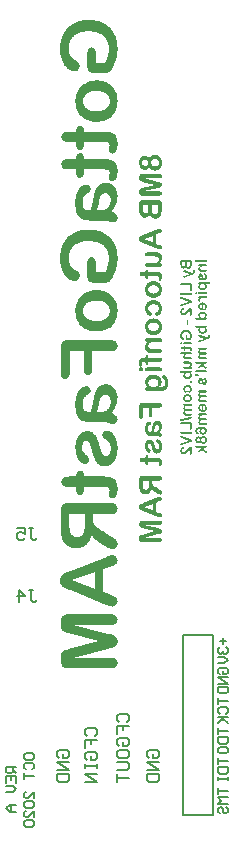
<source format=gbo>
G04 Layer_Color=13813960*
%FSLAX24Y24*%
%MOIN*%
G70*
G01*
G75*
%ADD37C,0.0050*%
%ADD38C,0.0080*%
%ADD39C,0.0060*%
G36*
X27916Y35730D02*
X27921Y35729D01*
X27925Y35727D01*
X27929Y35726D01*
X27932Y35724D01*
X27934Y35722D01*
X27935Y35721D01*
X27935Y35721D01*
X27938Y35717D01*
X27940Y35712D01*
X27942Y35708D01*
X27943Y35704D01*
X27943Y35701D01*
X27944Y35698D01*
X27944Y35697D01*
Y35696D01*
Y35696D01*
Y35696D01*
X27944Y35691D01*
X27943Y35686D01*
X27941Y35682D01*
X27939Y35678D01*
X27938Y35676D01*
X27936Y35673D01*
X27935Y35672D01*
X27935Y35672D01*
X27931Y35668D01*
X27928Y35666D01*
X27923Y35664D01*
X27919Y35663D01*
X27916Y35662D01*
X27913Y35662D01*
X27912Y35662D01*
X27910D01*
X27905Y35662D01*
X27899Y35663D01*
X27895Y35665D01*
X27892Y35667D01*
X27889Y35669D01*
X27887Y35670D01*
X27885Y35672D01*
X27885Y35672D01*
X27882Y35676D01*
X27880Y35680D01*
X27879Y35684D01*
X27878Y35688D01*
X27877Y35691D01*
X27877Y35694D01*
Y35695D01*
Y35696D01*
Y35696D01*
X27877Y35701D01*
X27878Y35706D01*
X27880Y35710D01*
X27881Y35713D01*
X27883Y35716D01*
X27885Y35718D01*
X27886Y35720D01*
X27886Y35720D01*
X27890Y35724D01*
X27894Y35726D01*
X27898Y35728D01*
X27902Y35729D01*
X27905Y35730D01*
X27908Y35730D01*
X27909Y35731D01*
X27910D01*
X27916Y35730D01*
D02*
G37*
G36*
X28222Y35590D02*
X28228Y35589D01*
X28234Y35588D01*
X28238Y35586D01*
X28241Y35584D01*
X28244Y35583D01*
X28245Y35581D01*
X28246Y35581D01*
X28249Y35577D01*
X28252Y35573D01*
X28254Y35569D01*
X28255Y35565D01*
X28256Y35562D01*
X28256Y35559D01*
X28256Y35558D01*
Y35557D01*
Y35557D01*
Y35557D01*
X28256Y35551D01*
X28255Y35546D01*
X28253Y35542D01*
X28251Y35539D01*
X28249Y35536D01*
X28248Y35533D01*
X28247Y35532D01*
X28246Y35532D01*
X28242Y35528D01*
X28237Y35526D01*
X28231Y35524D01*
X28226Y35523D01*
X28222Y35522D01*
X28220Y35522D01*
X28218D01*
X28216Y35522D01*
X28146D01*
X28141Y35521D01*
X28136D01*
X28131Y35521D01*
X28127D01*
X28123Y35521D01*
X28119Y35521D01*
X28116D01*
X28113Y35520D01*
X28110D01*
X28108Y35520D01*
X28107D01*
X28105Y35520D01*
X28104D01*
X28097Y35519D01*
X28089Y35518D01*
X28083Y35517D01*
X28078Y35515D01*
X28075Y35515D01*
X28073Y35514D01*
X28071Y35514D01*
X28070Y35513D01*
X28069Y35513D01*
X28068Y35513D01*
X28067Y35512D01*
X28067D01*
X28062Y35510D01*
X28057Y35508D01*
X28053Y35506D01*
X28049Y35503D01*
X28047Y35501D01*
X28045Y35499D01*
X28044Y35498D01*
X28043Y35498D01*
X28041Y35494D01*
X28039Y35490D01*
X28037Y35485D01*
X28036Y35481D01*
X28036Y35478D01*
X28035Y35475D01*
Y35474D01*
Y35473D01*
Y35473D01*
Y35473D01*
X28036Y35469D01*
X28036Y35464D01*
X28037Y35460D01*
X28038Y35456D01*
X28039Y35453D01*
X28039Y35450D01*
X28039Y35449D01*
X28040Y35448D01*
X28040Y35448D01*
Y35447D01*
X28042Y35442D01*
X28043Y35438D01*
X28044Y35435D01*
X28044Y35433D01*
X28044Y35431D01*
X28045Y35430D01*
Y35429D01*
Y35429D01*
X28044Y35425D01*
X28043Y35422D01*
X28042Y35419D01*
X28041Y35416D01*
X28039Y35414D01*
X28038Y35412D01*
X28037Y35411D01*
X28037Y35410D01*
X28033Y35407D01*
X28030Y35405D01*
X28026Y35404D01*
X28023Y35403D01*
X28020Y35402D01*
X28018Y35401D01*
X28016D01*
X28012Y35402D01*
X28009Y35402D01*
X28007Y35403D01*
X28004Y35405D01*
X27999Y35408D01*
X27995Y35412D01*
X27992Y35416D01*
X27989Y35419D01*
X27988Y35420D01*
X27988Y35421D01*
X27987Y35422D01*
Y35422D01*
X27984Y35429D01*
X27981Y35437D01*
X27979Y35444D01*
X27977Y35450D01*
X27977Y35454D01*
X27977Y35456D01*
X27976Y35458D01*
Y35460D01*
X27976Y35462D01*
Y35463D01*
Y35464D01*
Y35464D01*
X27977Y35472D01*
X27978Y35478D01*
X27980Y35485D01*
X27982Y35490D01*
X27984Y35493D01*
X27985Y35495D01*
X27985Y35496D01*
X27986Y35497D01*
X27987Y35498D01*
X27987Y35498D01*
Y35499D01*
X27992Y35503D01*
X27997Y35508D01*
X28002Y35512D01*
X28007Y35516D01*
X28012Y35519D01*
X28014Y35521D01*
X28015Y35522D01*
X28017Y35523D01*
X28018Y35524D01*
X28019Y35524D01*
X28019Y35524D01*
X28012Y35525D01*
X28005Y35526D01*
X28000Y35527D01*
X27995Y35529D01*
X27992Y35530D01*
X27989Y35531D01*
X27988Y35532D01*
X27987Y35532D01*
X27984Y35536D01*
X27981Y35539D01*
X27979Y35544D01*
X27977Y35548D01*
X27977Y35551D01*
X27976Y35554D01*
X27976Y35555D01*
Y35556D01*
Y35557D01*
Y35557D01*
X27977Y35563D01*
X27978Y35568D01*
X27980Y35573D01*
X27983Y35576D01*
X27987Y35580D01*
X27991Y35582D01*
X27995Y35585D01*
X27999Y35586D01*
X28004Y35588D01*
X28008Y35589D01*
X28012Y35590D01*
X28015Y35590D01*
X28018Y35590D01*
X28021Y35591D01*
X28215D01*
X28222Y35590D01*
D02*
G37*
G36*
Y35730D02*
X28228Y35729D01*
X28233Y35727D01*
X28238Y35726D01*
X28241Y35724D01*
X28244Y35722D01*
X28245Y35721D01*
X28246Y35721D01*
X28249Y35717D01*
X28252Y35713D01*
X28254Y35709D01*
X28255Y35705D01*
X28256Y35702D01*
X28256Y35699D01*
X28256Y35698D01*
Y35697D01*
Y35697D01*
Y35696D01*
X28256Y35691D01*
X28255Y35686D01*
X28253Y35682D01*
X28251Y35678D01*
X28249Y35675D01*
X28248Y35673D01*
X28246Y35672D01*
X28246Y35672D01*
X28241Y35668D01*
X28236Y35666D01*
X28231Y35664D01*
X28226Y35663D01*
X28222Y35662D01*
X28220Y35662D01*
X28218D01*
X28216Y35662D01*
X28015D01*
X28009Y35662D01*
X28003Y35663D01*
X27998Y35665D01*
X27994Y35667D01*
X27991Y35668D01*
X27989Y35670D01*
X27987Y35671D01*
X27987Y35672D01*
X27983Y35675D01*
X27980Y35680D01*
X27979Y35684D01*
X27977Y35688D01*
X27977Y35691D01*
X27976Y35694D01*
X27976Y35695D01*
Y35696D01*
Y35696D01*
Y35696D01*
X27977Y35702D01*
X27978Y35707D01*
X27979Y35711D01*
X27981Y35714D01*
X27983Y35717D01*
X27985Y35719D01*
X27986Y35721D01*
X27987Y35721D01*
X27991Y35724D01*
X27996Y35727D01*
X28001Y35728D01*
X28006Y35729D01*
X28010Y35730D01*
X28012Y35730D01*
X28014D01*
X28015Y35731D01*
X28215D01*
X28222Y35730D01*
D02*
G37*
G36*
X28186Y36348D02*
X28189Y36348D01*
X28195Y36347D01*
X28201Y36345D01*
X28206Y36342D01*
X28211Y36340D01*
X28213Y36339D01*
X28214Y36338D01*
X28215Y36337D01*
X28216Y36337D01*
X28217Y36336D01*
X28217D01*
X28220Y36334D01*
X28223Y36331D01*
X28229Y36325D01*
X28233Y36318D01*
X28238Y36312D01*
X28241Y36306D01*
X28242Y36303D01*
X28243Y36301D01*
X28244Y36299D01*
X28245Y36298D01*
X28245Y36297D01*
X28245Y36297D01*
X28249Y36286D01*
X28252Y36276D01*
X28254Y36265D01*
X28254Y36260D01*
X28255Y36255D01*
X28256Y36250D01*
X28256Y36246D01*
X28256Y36242D01*
Y36239D01*
X28256Y36237D01*
Y36235D01*
Y36234D01*
Y36233D01*
Y36226D01*
X28256Y36219D01*
X28256Y36212D01*
X28255Y36206D01*
X28254Y36201D01*
X28253Y36195D01*
X28252Y36190D01*
X28251Y36185D01*
X28250Y36181D01*
X28249Y36178D01*
X28249Y36175D01*
X28248Y36172D01*
X28247Y36170D01*
X28247Y36168D01*
X28246Y36167D01*
Y36167D01*
X28244Y36162D01*
X28242Y36157D01*
X28239Y36153D01*
X28237Y36149D01*
X28234Y36145D01*
X28232Y36142D01*
X28229Y36139D01*
X28227Y36136D01*
X28225Y36134D01*
X28222Y36132D01*
X28220Y36130D01*
X28219Y36129D01*
X28217Y36127D01*
X28216Y36127D01*
X28216Y36126D01*
X28215Y36126D01*
X28212Y36124D01*
X28207Y36121D01*
X28203Y36119D01*
X28199Y36118D01*
X28191Y36115D01*
X28183Y36114D01*
X28180Y36113D01*
X28176Y36113D01*
X28174Y36112D01*
X28171Y36112D01*
X28169Y36112D01*
X28166D01*
X28159Y36112D01*
X28153Y36114D01*
X28148Y36115D01*
X28143Y36117D01*
X28138Y36119D01*
X28137Y36120D01*
X28135Y36121D01*
X28134Y36121D01*
X28133Y36122D01*
X28133Y36122D01*
X28133D01*
X28127Y36127D01*
X28123Y36132D01*
X28118Y36137D01*
X28114Y36142D01*
X28111Y36147D01*
X28110Y36149D01*
X28109Y36150D01*
X28108Y36152D01*
X28108Y36153D01*
X28107Y36153D01*
Y36153D01*
X28105Y36157D01*
X28103Y36162D01*
X28100Y36170D01*
X28097Y36179D01*
X28094Y36187D01*
X28093Y36191D01*
X28092Y36194D01*
X28091Y36198D01*
X28090Y36201D01*
X28089Y36203D01*
X28089Y36204D01*
X28089Y36206D01*
Y36206D01*
X28087Y36211D01*
X28086Y36216D01*
X28085Y36220D01*
X28084Y36224D01*
X28083Y36228D01*
X28082Y36231D01*
X28081Y36234D01*
X28080Y36237D01*
X28080Y36240D01*
X28079Y36242D01*
X28079Y36244D01*
X28078Y36246D01*
X28078Y36247D01*
X28078Y36248D01*
X28077Y36248D01*
Y36248D01*
X28075Y36254D01*
X28074Y36259D01*
X28072Y36263D01*
X28070Y36267D01*
X28068Y36269D01*
X28067Y36271D01*
X28066Y36272D01*
X28066Y36273D01*
X28063Y36276D01*
X28060Y36278D01*
X28057Y36280D01*
X28054Y36281D01*
X28052Y36281D01*
X28050Y36281D01*
X28049Y36282D01*
X28048D01*
X28046Y36281D01*
X28044Y36281D01*
X28040Y36280D01*
X28036Y36278D01*
X28034Y36276D01*
X28031Y36273D01*
X28030Y36271D01*
X28028Y36270D01*
X28028Y36270D01*
X28025Y36265D01*
X28023Y36259D01*
X28022Y36254D01*
X28021Y36249D01*
X28020Y36245D01*
Y36243D01*
X28020Y36242D01*
Y36240D01*
Y36239D01*
Y36239D01*
Y36239D01*
X28020Y36232D01*
X28021Y36226D01*
X28022Y36221D01*
X28023Y36217D01*
X28024Y36214D01*
X28025Y36212D01*
X28026Y36210D01*
X28026Y36210D01*
X28029Y36206D01*
X28031Y36202D01*
X28034Y36199D01*
X28037Y36196D01*
X28039Y36194D01*
X28041Y36193D01*
X28042Y36191D01*
X28043Y36191D01*
X28047Y36188D01*
X28050Y36185D01*
X28053Y36182D01*
X28056Y36179D01*
X28058Y36177D01*
X28059Y36176D01*
X28060Y36175D01*
X28061Y36174D01*
X28062Y36171D01*
X28064Y36168D01*
X28065Y36165D01*
X28066Y36162D01*
X28066Y36160D01*
X28067Y36158D01*
Y36157D01*
Y36156D01*
X28066Y36151D01*
X28066Y36146D01*
X28064Y36142D01*
X28063Y36139D01*
X28062Y36137D01*
X28060Y36135D01*
X28059Y36134D01*
X28059Y36134D01*
X28056Y36131D01*
X28053Y36129D01*
X28050Y36127D01*
X28046Y36127D01*
X28044Y36126D01*
X28042Y36126D01*
X28040D01*
X28036Y36126D01*
X28031Y36127D01*
X28028Y36128D01*
X28024Y36129D01*
X28021Y36130D01*
X28019Y36132D01*
X28018Y36133D01*
X28017Y36133D01*
X28013Y36136D01*
X28009Y36140D01*
X28006Y36143D01*
X28003Y36147D01*
X28000Y36150D01*
X27998Y36152D01*
X27997Y36154D01*
X27997Y36155D01*
Y36155D01*
X27994Y36160D01*
X27990Y36166D01*
X27988Y36172D01*
X27986Y36178D01*
X27984Y36183D01*
X27984Y36185D01*
X27983Y36187D01*
X27982Y36188D01*
X27982Y36189D01*
X27982Y36190D01*
Y36190D01*
X27980Y36199D01*
X27979Y36207D01*
X27977Y36215D01*
X27977Y36222D01*
X27977Y36226D01*
X27976Y36229D01*
Y36232D01*
X27976Y36234D01*
Y36236D01*
Y36237D01*
Y36238D01*
Y36239D01*
X27977Y36251D01*
X27977Y36257D01*
X27978Y36262D01*
X27979Y36267D01*
X27980Y36272D01*
X27980Y36276D01*
X27982Y36280D01*
X27983Y36284D01*
X27984Y36287D01*
X27985Y36290D01*
X27985Y36292D01*
X27986Y36294D01*
X27987Y36296D01*
X27987Y36296D01*
Y36297D01*
X27992Y36305D01*
X27994Y36309D01*
X27997Y36312D01*
X27999Y36316D01*
X28001Y36319D01*
X28004Y36322D01*
X28006Y36324D01*
X28008Y36326D01*
X28010Y36328D01*
X28012Y36330D01*
X28014Y36331D01*
X28015Y36332D01*
X28016Y36333D01*
X28016Y36333D01*
X28017Y36333D01*
X28020Y36335D01*
X28024Y36337D01*
X28031Y36340D01*
X28037Y36342D01*
X28043Y36344D01*
X28046Y36344D01*
X28048Y36345D01*
X28051Y36345D01*
X28052D01*
X28054Y36345D01*
X28056D01*
X28060Y36345D01*
X28064Y36345D01*
X28072Y36343D01*
X28079Y36341D01*
X28084Y36339D01*
X28087Y36337D01*
X28089Y36336D01*
X28091Y36335D01*
X28092Y36334D01*
X28093Y36333D01*
X28094Y36333D01*
X28095Y36332D01*
X28095Y36332D01*
X28101Y36327D01*
X28106Y36321D01*
X28110Y36315D01*
X28114Y36309D01*
X28117Y36304D01*
X28118Y36302D01*
X28119Y36300D01*
X28120Y36299D01*
X28120Y36298D01*
X28121Y36297D01*
Y36296D01*
X28122Y36292D01*
X28124Y36288D01*
X28128Y36278D01*
X28131Y36268D01*
X28134Y36259D01*
X28135Y36255D01*
X28136Y36251D01*
X28137Y36247D01*
X28138Y36244D01*
X28138Y36242D01*
X28139Y36240D01*
X28139Y36239D01*
Y36239D01*
X28141Y36233D01*
X28142Y36227D01*
X28143Y36223D01*
X28145Y36218D01*
X28146Y36214D01*
X28148Y36210D01*
X28149Y36207D01*
X28150Y36204D01*
X28151Y36201D01*
X28152Y36199D01*
X28153Y36197D01*
X28154Y36196D01*
X28154Y36194D01*
X28155Y36194D01*
X28155Y36193D01*
Y36193D01*
X28157Y36191D01*
X28159Y36188D01*
X28161Y36187D01*
X28163Y36185D01*
X28167Y36183D01*
X28171Y36181D01*
X28175Y36180D01*
X28179Y36180D01*
X28180Y36179D01*
X28182D01*
X28184Y36180D01*
X28186Y36180D01*
X28190Y36181D01*
X28193Y36183D01*
X28197Y36186D01*
X28199Y36188D01*
X28201Y36190D01*
X28202Y36192D01*
X28203Y36192D01*
Y36193D01*
X28206Y36198D01*
X28208Y36203D01*
X28210Y36209D01*
X28211Y36214D01*
X28211Y36219D01*
X28212Y36221D01*
Y36223D01*
X28212Y36225D01*
Y36226D01*
Y36226D01*
Y36227D01*
X28212Y36236D01*
X28210Y36244D01*
X28210Y36247D01*
X28209Y36251D01*
X28208Y36254D01*
X28207Y36256D01*
X28207Y36259D01*
X28206Y36261D01*
X28205Y36263D01*
X28204Y36264D01*
X28204Y36265D01*
X28203Y36266D01*
X28203Y36267D01*
Y36267D01*
X28199Y36272D01*
X28195Y36277D01*
X28190Y36281D01*
X28186Y36285D01*
X28182Y36288D01*
X28178Y36290D01*
X28177Y36291D01*
X28176Y36292D01*
X28175Y36292D01*
X28175D01*
X28172Y36294D01*
X28169Y36296D01*
X28166Y36298D01*
X28164Y36300D01*
X28163Y36301D01*
X28161Y36302D01*
X28161Y36303D01*
X28161Y36303D01*
X28159Y36306D01*
X28157Y36308D01*
X28156Y36311D01*
X28156Y36314D01*
X28155Y36316D01*
X28155Y36318D01*
Y36319D01*
Y36320D01*
X28155Y36324D01*
X28156Y36329D01*
X28157Y36332D01*
X28159Y36335D01*
X28161Y36337D01*
X28162Y36339D01*
X28163Y36340D01*
X28163Y36340D01*
X28166Y36343D01*
X28170Y36345D01*
X28173Y36347D01*
X28176Y36347D01*
X28179Y36348D01*
X28181Y36348D01*
X28183D01*
X28186Y36348D01*
D02*
G37*
G36*
X28321Y36055D02*
X28327Y36054D01*
X28333Y36053D01*
X28338Y36052D01*
X28342Y36051D01*
X28344Y36050D01*
X28346Y36049D01*
X28347Y36049D01*
X28349Y36048D01*
X28351Y36046D01*
X28354Y36042D01*
X28356Y36038D01*
X28357Y36034D01*
X28358Y36030D01*
X28358Y36026D01*
X28359Y36025D01*
Y36024D01*
Y36024D01*
Y36023D01*
X28358Y36017D01*
X28357Y36012D01*
X28354Y36008D01*
X28351Y36004D01*
X28348Y36001D01*
X28344Y35998D01*
X28340Y35996D01*
X28336Y35994D01*
X28332Y35993D01*
X28328Y35992D01*
X28324Y35991D01*
X28320Y35991D01*
X28317Y35990D01*
X28315Y35990D01*
X28210D01*
X28218Y35983D01*
X28225Y35976D01*
X28231Y35970D01*
X28236Y35964D01*
X28240Y35959D01*
X28241Y35957D01*
X28243Y35955D01*
X28243Y35954D01*
X28244Y35953D01*
X28244Y35952D01*
X28245Y35952D01*
X28249Y35944D01*
X28251Y35936D01*
X28254Y35927D01*
X28255Y35920D01*
X28255Y35916D01*
X28256Y35913D01*
X28256Y35910D01*
Y35907D01*
X28256Y35905D01*
Y35904D01*
Y35903D01*
Y35902D01*
X28256Y35893D01*
X28255Y35885D01*
X28253Y35877D01*
X28252Y35873D01*
X28251Y35870D01*
X28251Y35867D01*
X28250Y35865D01*
X28249Y35862D01*
X28248Y35860D01*
X28248Y35859D01*
X28247Y35857D01*
X28247Y35857D01*
Y35857D01*
X28243Y35849D01*
X28238Y35842D01*
X28234Y35835D01*
X28229Y35830D01*
X28227Y35827D01*
X28225Y35826D01*
X28223Y35824D01*
X28222Y35822D01*
X28221Y35821D01*
X28220Y35820D01*
X28219Y35820D01*
X28219Y35819D01*
X28212Y35814D01*
X28204Y35809D01*
X28197Y35805D01*
X28190Y35801D01*
X28187Y35800D01*
X28184Y35798D01*
X28181Y35797D01*
X28179Y35796D01*
X28177Y35796D01*
X28175Y35795D01*
X28175Y35795D01*
X28174D01*
X28164Y35792D01*
X28154Y35789D01*
X28144Y35788D01*
X28139Y35787D01*
X28135Y35787D01*
X28131Y35786D01*
X28127Y35786D01*
X28124Y35786D01*
X28121Y35786D01*
X28116D01*
X28108Y35786D01*
X28100Y35786D01*
X28093Y35787D01*
X28086Y35788D01*
X28079Y35789D01*
X28073Y35791D01*
X28067Y35792D01*
X28062Y35793D01*
X28057Y35795D01*
X28053Y35796D01*
X28050Y35798D01*
X28047Y35799D01*
X28044Y35800D01*
X28043Y35801D01*
X28041Y35801D01*
X28041Y35801D01*
X28035Y35804D01*
X28030Y35808D01*
X28025Y35811D01*
X28020Y35814D01*
X28016Y35818D01*
X28012Y35822D01*
X28008Y35825D01*
X28005Y35828D01*
X28003Y35832D01*
X28000Y35834D01*
X27998Y35837D01*
X27996Y35839D01*
X27995Y35841D01*
X27994Y35843D01*
X27994Y35844D01*
X27993Y35844D01*
X27990Y35849D01*
X27988Y35854D01*
X27985Y35859D01*
X27984Y35864D01*
X27982Y35869D01*
X27981Y35874D01*
X27980Y35879D01*
X27979Y35883D01*
X27978Y35887D01*
X27977Y35891D01*
X27977Y35894D01*
X27977Y35897D01*
X27977Y35899D01*
Y35901D01*
Y35902D01*
Y35902D01*
X27977Y35912D01*
X27978Y35921D01*
X27980Y35929D01*
X27981Y35933D01*
X27982Y35936D01*
X27983Y35939D01*
X27984Y35942D01*
X27985Y35944D01*
X27986Y35946D01*
X27987Y35948D01*
X27987Y35949D01*
X27988Y35950D01*
Y35950D01*
X27990Y35954D01*
X27993Y35958D01*
X27998Y35965D01*
X28004Y35972D01*
X28010Y35978D01*
X28013Y35980D01*
X28015Y35983D01*
X28017Y35985D01*
X28019Y35987D01*
X28021Y35988D01*
X28022Y35989D01*
X28023Y35990D01*
X28023Y35990D01*
X28015D01*
X28008Y35990D01*
X28003Y35991D01*
X27998Y35993D01*
X27994Y35995D01*
X27990Y35996D01*
X27988Y35998D01*
X27987Y35999D01*
X27986Y35999D01*
X27983Y36003D01*
X27980Y36007D01*
X27979Y36011D01*
X27977Y36015D01*
X27977Y36018D01*
X27977Y36021D01*
X27976Y36022D01*
Y36023D01*
Y36023D01*
Y36023D01*
X27977Y36029D01*
X27978Y36033D01*
X27979Y36037D01*
X27981Y36041D01*
X27983Y36043D01*
X27984Y36045D01*
X27985Y36047D01*
X27986Y36047D01*
X27990Y36050D01*
X27995Y36052D01*
X28000Y36053D01*
X28004Y36054D01*
X28009Y36055D01*
X28010Y36055D01*
X28012D01*
X28013Y36055D01*
X28313D01*
X28321Y36055D01*
D02*
G37*
G36*
X28128Y35376D02*
X28139Y35375D01*
X28149Y35373D01*
X28159Y35371D01*
X28169Y35368D01*
X28177Y35365D01*
X28185Y35362D01*
X28192Y35358D01*
X28198Y35355D01*
X28203Y35351D01*
X28208Y35348D01*
X28212Y35345D01*
X28215Y35343D01*
X28217Y35341D01*
X28218Y35340D01*
X28219Y35340D01*
X28225Y35332D01*
X28231Y35325D01*
X28236Y35316D01*
X28241Y35308D01*
X28244Y35299D01*
X28247Y35291D01*
X28250Y35282D01*
X28252Y35274D01*
X28253Y35267D01*
X28254Y35259D01*
X28255Y35253D01*
X28256Y35247D01*
X28256Y35245D01*
Y35243D01*
Y35241D01*
X28256Y35239D01*
Y35238D01*
Y35237D01*
Y35237D01*
Y35236D01*
X28256Y35226D01*
X28255Y35216D01*
X28255Y35212D01*
X28254Y35207D01*
X28253Y35203D01*
X28252Y35200D01*
X28252Y35196D01*
X28251Y35194D01*
X28251Y35191D01*
X28250Y35189D01*
X28249Y35187D01*
X28249Y35186D01*
X28249Y35185D01*
Y35185D01*
X28246Y35177D01*
X28243Y35170D01*
X28240Y35163D01*
X28237Y35158D01*
X28235Y35156D01*
X28234Y35154D01*
X28233Y35152D01*
X28232Y35151D01*
X28231Y35149D01*
X28231Y35149D01*
X28230Y35148D01*
Y35148D01*
X28226Y35143D01*
X28221Y35138D01*
X28217Y35134D01*
X28214Y35131D01*
X28210Y35129D01*
X28208Y35127D01*
X28207Y35126D01*
X28206Y35126D01*
X28202Y35123D01*
X28197Y35121D01*
X28193Y35120D01*
X28190Y35119D01*
X28188Y35119D01*
X28186Y35118D01*
X28184D01*
X28180Y35119D01*
X28177Y35119D01*
X28174Y35121D01*
X28172Y35122D01*
X28170Y35123D01*
X28169Y35124D01*
X28168Y35125D01*
X28168Y35125D01*
X28166Y35128D01*
X28164Y35131D01*
X28163Y35133D01*
X28163Y35136D01*
X28162Y35139D01*
X28162Y35140D01*
Y35142D01*
Y35142D01*
X28162Y35145D01*
X28162Y35149D01*
X28163Y35151D01*
X28164Y35154D01*
X28165Y35155D01*
X28166Y35156D01*
X28166Y35157D01*
X28166Y35157D01*
X28171Y35162D01*
X28174Y35166D01*
X28178Y35170D01*
X28180Y35173D01*
X28183Y35175D01*
X28184Y35177D01*
X28185Y35178D01*
X28186Y35178D01*
X28191Y35184D01*
X28193Y35187D01*
X28195Y35190D01*
X28197Y35192D01*
X28198Y35194D01*
X28199Y35195D01*
X28199Y35196D01*
X28201Y35199D01*
X28203Y35203D01*
X28205Y35206D01*
X28206Y35209D01*
X28207Y35212D01*
X28207Y35214D01*
X28208Y35215D01*
X28208Y35216D01*
X28210Y35224D01*
X28210Y35227D01*
X28210Y35231D01*
Y35234D01*
X28211Y35236D01*
Y35238D01*
Y35238D01*
Y35238D01*
X28210Y35245D01*
X28209Y35251D01*
X28208Y35257D01*
X28206Y35262D01*
X28205Y35266D01*
X28204Y35268D01*
X28203Y35269D01*
X28203Y35270D01*
X28202Y35271D01*
X28202Y35272D01*
Y35272D01*
X28198Y35278D01*
X28194Y35282D01*
X28189Y35286D01*
X28185Y35290D01*
X28181Y35293D01*
X28178Y35295D01*
X28176Y35296D01*
X28175Y35296D01*
X28175Y35297D01*
X28175D01*
X28168Y35300D01*
X28161Y35302D01*
X28154Y35304D01*
X28147Y35305D01*
X28144Y35305D01*
X28141Y35305D01*
X28139Y35306D01*
X28137D01*
X28135Y35306D01*
X28133D01*
Y35171D01*
Y35166D01*
X28133Y35162D01*
X28132Y35157D01*
X28132Y35153D01*
X28131Y35150D01*
X28131Y35146D01*
X28130Y35143D01*
X28129Y35140D01*
X28129Y35138D01*
X28128Y35136D01*
X28127Y35134D01*
X28127Y35132D01*
X28126Y35131D01*
X28126Y35130D01*
X28126Y35130D01*
Y35129D01*
X28124Y35127D01*
X28122Y35124D01*
X28120Y35122D01*
X28117Y35121D01*
X28112Y35118D01*
X28106Y35116D01*
X28100Y35115D01*
X28098Y35115D01*
X28096Y35115D01*
X28094Y35114D01*
X28092D01*
X28087Y35115D01*
X28081Y35115D01*
X28071Y35117D01*
X28062Y35119D01*
X28058Y35120D01*
X28054Y35122D01*
X28050Y35123D01*
X28047Y35124D01*
X28044Y35126D01*
X28042Y35127D01*
X28040Y35127D01*
X28038Y35128D01*
X28037Y35129D01*
X28037Y35129D01*
X28032Y35132D01*
X28027Y35135D01*
X28019Y35142D01*
X28015Y35145D01*
X28011Y35149D01*
X28008Y35152D01*
X28005Y35156D01*
X28002Y35159D01*
X28000Y35162D01*
X27997Y35165D01*
X27996Y35167D01*
X27994Y35169D01*
X27994Y35171D01*
X27993Y35172D01*
X27993Y35172D01*
X27990Y35178D01*
X27987Y35183D01*
X27985Y35189D01*
X27983Y35195D01*
X27981Y35201D01*
X27980Y35207D01*
X27979Y35212D01*
X27978Y35217D01*
X27977Y35222D01*
X27976Y35227D01*
X27976Y35231D01*
X27976Y35235D01*
X27975Y35237D01*
Y35239D01*
Y35241D01*
Y35241D01*
X27976Y35253D01*
X27977Y35263D01*
X27978Y35268D01*
X27979Y35273D01*
X27980Y35277D01*
X27980Y35281D01*
X27982Y35285D01*
X27982Y35288D01*
X27983Y35291D01*
X27984Y35294D01*
X27985Y35296D01*
X27985Y35297D01*
X27986Y35298D01*
Y35298D01*
X27990Y35307D01*
X27994Y35316D01*
X27999Y35323D01*
X28002Y35326D01*
X28004Y35329D01*
X28006Y35332D01*
X28008Y35334D01*
X28010Y35336D01*
X28011Y35338D01*
X28013Y35339D01*
X28013Y35340D01*
X28014Y35341D01*
X28014Y35341D01*
X28021Y35347D01*
X28029Y35353D01*
X28037Y35357D01*
X28044Y35361D01*
X28047Y35362D01*
X28050Y35364D01*
X28052Y35365D01*
X28055Y35366D01*
X28057Y35367D01*
X28058Y35367D01*
X28059Y35368D01*
X28059D01*
X28069Y35371D01*
X28079Y35373D01*
X28089Y35374D01*
X28093Y35375D01*
X28097Y35375D01*
X28101Y35376D01*
X28105Y35376D01*
X28108Y35376D01*
X28111D01*
X28113Y35377D01*
X28116D01*
X28128Y35376D01*
D02*
G37*
G36*
X28221Y33874D02*
X28227Y33873D01*
X28233Y33872D01*
X28237Y33870D01*
X28241Y33868D01*
X28244Y33867D01*
X28245Y33865D01*
X28246Y33865D01*
X28249Y33861D01*
X28252Y33857D01*
X28254Y33853D01*
X28255Y33849D01*
X28256Y33845D01*
X28256Y33842D01*
X28256Y33841D01*
Y33840D01*
Y33840D01*
Y33839D01*
X28256Y33834D01*
X28255Y33829D01*
X28253Y33824D01*
X28251Y33821D01*
X28249Y33818D01*
X28247Y33816D01*
X28246Y33814D01*
X28246Y33814D01*
X28241Y33811D01*
X28236Y33808D01*
X28230Y33806D01*
X28225Y33805D01*
X28220Y33805D01*
X28218Y33804D01*
X28217D01*
X28215Y33804D01*
X28112D01*
X28105Y33803D01*
X28097Y33803D01*
X28091Y33802D01*
X28085Y33801D01*
X28080Y33801D01*
X28075Y33800D01*
X28070Y33799D01*
X28066Y33798D01*
X28063Y33797D01*
X28060Y33796D01*
X28057Y33795D01*
X28056Y33794D01*
X28054Y33794D01*
X28053Y33793D01*
X28053D01*
X28049Y33791D01*
X28045Y33788D01*
X28042Y33785D01*
X28039Y33782D01*
X28037Y33778D01*
X28035Y33775D01*
X28034Y33771D01*
X28033Y33767D01*
X28032Y33764D01*
X28031Y33760D01*
X28031Y33757D01*
X28030Y33754D01*
Y33752D01*
X28030Y33750D01*
Y33749D01*
Y33749D01*
X28030Y33743D01*
X28031Y33738D01*
X28033Y33734D01*
X28034Y33730D01*
X28036Y33728D01*
X28038Y33726D01*
X28039Y33724D01*
X28039Y33724D01*
X28043Y33721D01*
X28047Y33719D01*
X28051Y33718D01*
X28054Y33716D01*
X28058Y33715D01*
X28060Y33715D01*
X28061D01*
X28062Y33714D01*
X28063D01*
X28069Y33714D01*
X28075Y33713D01*
X28082Y33713D01*
X28088Y33713D01*
X28091D01*
X28094Y33713D01*
X28213D01*
X28221Y33712D01*
X28227Y33711D01*
X28233Y33710D01*
X28238Y33708D01*
X28241Y33706D01*
X28244Y33704D01*
X28245Y33703D01*
X28246Y33703D01*
X28249Y33699D01*
X28252Y33695D01*
X28254Y33691D01*
X28255Y33687D01*
X28256Y33683D01*
X28256Y33680D01*
X28256Y33679D01*
Y33678D01*
Y33678D01*
Y33678D01*
X28256Y33672D01*
X28255Y33667D01*
X28253Y33662D01*
X28251Y33659D01*
X28249Y33656D01*
X28247Y33653D01*
X28246Y33652D01*
X28246Y33652D01*
X28241Y33648D01*
X28236Y33646D01*
X28231Y33644D01*
X28225Y33643D01*
X28221Y33642D01*
X28218Y33642D01*
X28217D01*
X28215Y33642D01*
X28113D01*
X28106Y33641D01*
X28099Y33641D01*
X28093Y33641D01*
X28087Y33640D01*
X28082Y33639D01*
X28078Y33639D01*
X28074Y33638D01*
X28070Y33637D01*
X28067Y33637D01*
X28065Y33636D01*
X28063Y33635D01*
X28062Y33635D01*
X28061Y33634D01*
X28060Y33634D01*
X28060D01*
X28055Y33631D01*
X28051Y33628D01*
X28047Y33625D01*
X28044Y33622D01*
X28041Y33619D01*
X28039Y33617D01*
X28038Y33616D01*
X28038Y33615D01*
X28035Y33610D01*
X28033Y33606D01*
X28032Y33601D01*
X28031Y33598D01*
X28030Y33594D01*
X28030Y33592D01*
Y33590D01*
Y33590D01*
Y33589D01*
X28030Y33583D01*
X28031Y33578D01*
X28033Y33574D01*
X28034Y33570D01*
X28036Y33567D01*
X28038Y33565D01*
X28039Y33564D01*
X28039Y33564D01*
X28043Y33561D01*
X28046Y33559D01*
X28050Y33557D01*
X28054Y33556D01*
X28057Y33555D01*
X28059Y33554D01*
X28061Y33554D01*
X28062D01*
X28067Y33553D01*
X28073Y33552D01*
X28079Y33552D01*
X28084Y33552D01*
X28089Y33552D01*
X28213D01*
X28221Y33551D01*
X28227Y33550D01*
X28233Y33549D01*
X28237Y33547D01*
X28241Y33545D01*
X28244Y33543D01*
X28245Y33542D01*
X28246Y33542D01*
X28249Y33538D01*
X28252Y33533D01*
X28254Y33529D01*
X28255Y33525D01*
X28256Y33522D01*
X28256Y33519D01*
X28256Y33518D01*
Y33517D01*
Y33516D01*
Y33516D01*
X28256Y33510D01*
X28255Y33505D01*
X28253Y33501D01*
X28251Y33497D01*
X28249Y33494D01*
X28247Y33492D01*
X28246Y33491D01*
X28246Y33490D01*
X28241Y33487D01*
X28236Y33484D01*
X28231Y33483D01*
X28225Y33481D01*
X28221Y33481D01*
X28218Y33480D01*
X28217D01*
X28215Y33480D01*
X28071D01*
X28064Y33480D01*
X28058Y33481D01*
X28052Y33482D01*
X28047Y33482D01*
X28042Y33483D01*
X28038Y33484D01*
X28034Y33485D01*
X28031Y33485D01*
X28028Y33486D01*
X28025Y33487D01*
X28023Y33488D01*
X28021Y33488D01*
X28020Y33489D01*
X28020Y33489D01*
X28020D01*
X28012Y33493D01*
X28006Y33498D01*
X28000Y33503D01*
X27996Y33508D01*
X27993Y33513D01*
X27991Y33515D01*
X27990Y33516D01*
X27989Y33518D01*
X27989Y33519D01*
X27988Y33519D01*
Y33520D01*
X27984Y33528D01*
X27981Y33536D01*
X27979Y33544D01*
X27978Y33552D01*
X27977Y33555D01*
X27977Y33559D01*
X27977Y33561D01*
Y33564D01*
X27977Y33566D01*
Y33567D01*
Y33568D01*
Y33569D01*
X27977Y33577D01*
X27978Y33586D01*
X27980Y33593D01*
X27981Y33596D01*
X27982Y33600D01*
X27983Y33603D01*
X27984Y33605D01*
X27984Y33607D01*
X27985Y33609D01*
X27986Y33611D01*
X27986Y33612D01*
X27987Y33613D01*
Y33613D01*
X27991Y33620D01*
X27996Y33627D01*
X28001Y33633D01*
X28007Y33639D01*
X28009Y33641D01*
X28011Y33644D01*
X28013Y33646D01*
X28015Y33647D01*
X28016Y33649D01*
X28018Y33649D01*
X28018Y33650D01*
X28018Y33650D01*
X28011Y33655D01*
X28005Y33660D01*
X27999Y33665D01*
X27995Y33670D01*
X27992Y33674D01*
X27990Y33676D01*
X27989Y33678D01*
X27988Y33679D01*
X27988Y33680D01*
X27987Y33681D01*
Y33681D01*
X27984Y33688D01*
X27981Y33696D01*
X27979Y33703D01*
X27978Y33710D01*
X27977Y33713D01*
X27977Y33716D01*
X27977Y33719D01*
Y33721D01*
X27977Y33723D01*
Y33724D01*
Y33725D01*
Y33726D01*
X27977Y33735D01*
X27978Y33743D01*
X27980Y33751D01*
X27981Y33754D01*
X27982Y33758D01*
X27983Y33760D01*
X27984Y33763D01*
X27984Y33765D01*
X27985Y33767D01*
X27986Y33769D01*
X27986Y33770D01*
X27987Y33771D01*
Y33771D01*
X27991Y33778D01*
X27996Y33786D01*
X28001Y33792D01*
X28006Y33798D01*
X28009Y33800D01*
X28011Y33803D01*
X28013Y33805D01*
X28015Y33806D01*
X28016Y33808D01*
X28018Y33809D01*
X28018Y33809D01*
X28018Y33810D01*
X28012D01*
X28006Y33810D01*
X28001Y33811D01*
X27996Y33813D01*
X27992Y33814D01*
X27990Y33816D01*
X27987Y33818D01*
X27986Y33819D01*
X27986Y33819D01*
X27983Y33823D01*
X27980Y33827D01*
X27979Y33831D01*
X27977Y33834D01*
X27977Y33837D01*
X27976Y33840D01*
Y33842D01*
Y33842D01*
Y33842D01*
X27977Y33848D01*
X27978Y33852D01*
X27980Y33856D01*
X27981Y33860D01*
X27983Y33862D01*
X27985Y33864D01*
X27986Y33865D01*
X27987Y33866D01*
X27991Y33869D01*
X27995Y33871D01*
X28000Y33873D01*
X28005Y33874D01*
X28009Y33874D01*
X28011Y33875D01*
X28013D01*
X28014Y33875D01*
X28213D01*
X28221Y33874D01*
D02*
G37*
G36*
X28222Y33408D02*
X28228Y33407D01*
X28234Y33406D01*
X28238Y33404D01*
X28241Y33403D01*
X28244Y33401D01*
X28245Y33400D01*
X28246Y33400D01*
X28249Y33396D01*
X28252Y33392D01*
X28254Y33388D01*
X28255Y33384D01*
X28256Y33380D01*
X28256Y33377D01*
X28256Y33376D01*
Y33375D01*
Y33375D01*
Y33375D01*
X28256Y33370D01*
X28255Y33365D01*
X28253Y33361D01*
X28251Y33357D01*
X28249Y33355D01*
X28248Y33352D01*
X28246Y33351D01*
X28246Y33351D01*
X28241Y33347D01*
X28236Y33344D01*
X28231Y33342D01*
X28226Y33341D01*
X28222Y33341D01*
X28220Y33340D01*
X28218D01*
X28217Y33340D01*
X28160D01*
X28125Y33303D01*
X28225Y33242D01*
X28231Y33238D01*
X28236Y33234D01*
X28241Y33231D01*
X28244Y33228D01*
X28247Y33226D01*
X28248Y33225D01*
X28249Y33224D01*
X28250Y33224D01*
X28252Y33221D01*
X28254Y33218D01*
X28255Y33215D01*
X28256Y33211D01*
X28256Y33208D01*
X28256Y33206D01*
Y33205D01*
Y33204D01*
X28256Y33199D01*
X28255Y33194D01*
X28253Y33190D01*
X28252Y33187D01*
X28250Y33184D01*
X28248Y33182D01*
X28247Y33181D01*
X28247Y33180D01*
X28243Y33177D01*
X28239Y33175D01*
X28235Y33174D01*
X28231Y33173D01*
X28227Y33172D01*
X28224Y33172D01*
X28219D01*
X28217Y33172D01*
X28213Y33173D01*
X28211Y33174D01*
X28210Y33174D01*
X28209Y33175D01*
X28209Y33175D01*
X28206Y33176D01*
X28203Y33178D01*
X28200Y33180D01*
X28197Y33182D01*
X28194Y33183D01*
X28192Y33185D01*
X28191Y33186D01*
X28190Y33186D01*
X28079Y33257D01*
X28045Y33220D01*
X28041Y33215D01*
X28036Y33211D01*
X28032Y33207D01*
X28028Y33204D01*
X28025Y33201D01*
X28021Y33199D01*
X28018Y33197D01*
X28016Y33196D01*
X28013Y33194D01*
X28011Y33193D01*
X28009Y33193D01*
X28008Y33193D01*
X28007Y33192D01*
X28006Y33192D01*
X28005D01*
X28000Y33192D01*
X27997Y33193D01*
X27993Y33195D01*
X27990Y33196D01*
X27988Y33198D01*
X27986Y33199D01*
X27985Y33200D01*
X27984Y33201D01*
X27982Y33204D01*
X27980Y33208D01*
X27978Y33211D01*
X27977Y33215D01*
X27977Y33218D01*
X27976Y33220D01*
Y33222D01*
Y33222D01*
Y33222D01*
X27976Y33226D01*
X27977Y33230D01*
X27978Y33233D01*
X27979Y33236D01*
X27980Y33238D01*
X27981Y33239D01*
X27982Y33241D01*
X27982Y33241D01*
X27984Y33244D01*
X27987Y33247D01*
X27991Y33251D01*
X27994Y33255D01*
X27997Y33258D01*
X28000Y33260D01*
X28001Y33261D01*
X28002Y33262D01*
X28002Y33262D01*
X28002Y33263D01*
X28084Y33340D01*
X27916D01*
X27909Y33340D01*
X27903Y33341D01*
X27897Y33343D01*
X27893Y33345D01*
X27889Y33346D01*
X27887Y33348D01*
X27885Y33349D01*
X27885Y33349D01*
X27881Y33353D01*
X27878Y33357D01*
X27876Y33362D01*
X27875Y33365D01*
X27874Y33369D01*
X27874Y33372D01*
X27874Y33373D01*
Y33374D01*
Y33374D01*
Y33375D01*
Y33378D01*
X27874Y33380D01*
X27875Y33386D01*
X27877Y33390D01*
X27880Y33393D01*
X27882Y33396D01*
X27884Y33398D01*
X27885Y33400D01*
X27885Y33400D01*
X27886D01*
X27891Y33403D01*
X27896Y33405D01*
X27902Y33406D01*
X27908Y33408D01*
X27913Y33408D01*
X27915Y33408D01*
X27917D01*
X27918Y33409D01*
X28215D01*
X28222Y33408D01*
D02*
G37*
G36*
X28331Y34311D02*
X28334Y34311D01*
X28339Y34309D01*
X28343Y34306D01*
X28346Y34303D01*
X28349Y34301D01*
X28351Y34298D01*
X28352Y34296D01*
X28352Y34296D01*
Y34296D01*
X28353Y34293D01*
X28354Y34290D01*
X28356Y34282D01*
X28357Y34275D01*
X28358Y34267D01*
X28358Y34264D01*
X28358Y34261D01*
Y34258D01*
X28359Y34255D01*
Y34253D01*
Y34252D01*
Y34251D01*
Y34250D01*
Y34245D01*
X28358Y34239D01*
X28358Y34234D01*
X28357Y34230D01*
X28356Y34225D01*
X28356Y34221D01*
X28355Y34218D01*
X28354Y34214D01*
X28353Y34211D01*
X28352Y34209D01*
X28351Y34206D01*
X28350Y34205D01*
X28350Y34203D01*
X28349Y34202D01*
X28349Y34201D01*
Y34201D01*
X28345Y34195D01*
X28341Y34189D01*
X28336Y34184D01*
X28332Y34180D01*
X28328Y34176D01*
X28325Y34174D01*
X28323Y34173D01*
X28323Y34172D01*
X28322Y34172D01*
X28322D01*
X28318Y34170D01*
X28315Y34168D01*
X28307Y34164D01*
X28299Y34160D01*
X28291Y34156D01*
X28287Y34155D01*
X28284Y34153D01*
X28281Y34152D01*
X28278Y34151D01*
X28276Y34150D01*
X28274Y34150D01*
X28273Y34149D01*
X28273D01*
X28038Y34059D01*
X28031Y34057D01*
X28028Y34056D01*
X28026Y34055D01*
X28023Y34055D01*
X28021Y34054D01*
X28020Y34054D01*
X28020D01*
X28017Y34053D01*
X28014Y34052D01*
X28012Y34052D01*
X28010Y34051D01*
X28008Y34051D01*
X28007Y34051D01*
X28007Y34050D01*
X28007D01*
X28004Y34051D01*
X28001Y34051D01*
X27998Y34052D01*
X27996Y34052D01*
X27994Y34053D01*
X27993Y34054D01*
X27992Y34054D01*
X27992Y34054D01*
X27989Y34056D01*
X27987Y34058D01*
X27985Y34060D01*
X27984Y34061D01*
X27982Y34063D01*
X27981Y34064D01*
X27981Y34065D01*
X27980Y34065D01*
X27979Y34068D01*
X27978Y34071D01*
X27977Y34073D01*
X27977Y34076D01*
X27976Y34078D01*
X27976Y34079D01*
Y34080D01*
Y34080D01*
X27976Y34084D01*
X27977Y34088D01*
X27977Y34090D01*
X27978Y34093D01*
X27979Y34095D01*
X27979Y34096D01*
X27980Y34097D01*
X27980Y34097D01*
X27982Y34100D01*
X27984Y34101D01*
X27989Y34105D01*
X27991Y34106D01*
X27993Y34108D01*
X27994Y34108D01*
X27995Y34108D01*
X27999Y34110D01*
X28004Y34113D01*
X28009Y34114D01*
X28014Y34116D01*
X28018Y34118D01*
X28020Y34119D01*
X28021Y34119D01*
X28023Y34120D01*
X28024Y34120D01*
X28025Y34120D01*
X28025D01*
X28182Y34175D01*
X28013Y34234D01*
X28007Y34236D01*
X28001Y34238D01*
X27997Y34241D01*
X27993Y34243D01*
X27990Y34245D01*
X27987Y34246D01*
X27986Y34247D01*
X27986Y34247D01*
X27982Y34250D01*
X27980Y34254D01*
X27979Y34258D01*
X27977Y34261D01*
X27977Y34265D01*
X27976Y34267D01*
X27976Y34268D01*
Y34269D01*
Y34269D01*
Y34270D01*
X27976Y34273D01*
X27977Y34276D01*
X27977Y34279D01*
X27978Y34281D01*
X27979Y34283D01*
X27980Y34285D01*
X27980Y34286D01*
X27981Y34286D01*
X27982Y34289D01*
X27985Y34291D01*
X27987Y34294D01*
X27989Y34295D01*
X27990Y34297D01*
X27992Y34298D01*
X27993Y34298D01*
X27993Y34299D01*
X27996Y34300D01*
X27999Y34301D01*
X28002Y34302D01*
X28004Y34303D01*
X28006Y34303D01*
X28008Y34303D01*
X28009D01*
X28013Y34303D01*
X28017Y34302D01*
X28021Y34301D01*
X28026Y34299D01*
X28030Y34298D01*
X28033Y34296D01*
X28034Y34296D01*
X28035Y34296D01*
X28036Y34295D01*
X28036D01*
X28250Y34211D01*
X28265Y34217D01*
X28271Y34219D01*
X28276Y34222D01*
X28280Y34224D01*
X28284Y34226D01*
X28287Y34227D01*
X28289Y34228D01*
X28290Y34229D01*
X28290Y34229D01*
X28293Y34232D01*
X28296Y34234D01*
X28298Y34236D01*
X28300Y34238D01*
X28301Y34239D01*
X28302Y34241D01*
X28303Y34242D01*
X28303Y34242D01*
X28304Y34245D01*
X28305Y34248D01*
X28306Y34251D01*
X28306Y34254D01*
X28306Y34256D01*
X28307Y34259D01*
Y34260D01*
Y34260D01*
Y34260D01*
X28306Y34264D01*
X28306Y34268D01*
X28305Y34269D01*
X28305Y34271D01*
X28305Y34272D01*
Y34272D01*
X28304Y34276D01*
X28304Y34279D01*
X28303Y34281D01*
Y34282D01*
Y34282D01*
Y34283D01*
X28304Y34288D01*
X28305Y34292D01*
X28305Y34296D01*
X28307Y34299D01*
X28308Y34301D01*
X28309Y34303D01*
X28310Y34304D01*
X28310Y34304D01*
X28312Y34306D01*
X28315Y34308D01*
X28318Y34309D01*
X28321Y34310D01*
X28324Y34311D01*
X28326Y34311D01*
X28328D01*
X28331Y34311D01*
D02*
G37*
G36*
X28125Y35072D02*
X28135Y35071D01*
X28140Y35070D01*
X28145Y35070D01*
X28149Y35069D01*
X28154Y35068D01*
X28157Y35068D01*
X28161Y35067D01*
X28164Y35066D01*
X28166Y35066D01*
X28168Y35065D01*
X28169Y35065D01*
X28170Y35065D01*
X28170D01*
X28180Y35061D01*
X28189Y35058D01*
X28196Y35054D01*
X28200Y35052D01*
X28203Y35050D01*
X28206Y35048D01*
X28209Y35047D01*
X28211Y35045D01*
X28213Y35044D01*
X28214Y35043D01*
X28215Y35042D01*
X28216Y35042D01*
X28216Y35041D01*
X28223Y35035D01*
X28229Y35029D01*
X28234Y35023D01*
X28238Y35017D01*
X28242Y35012D01*
X28243Y35010D01*
X28244Y35008D01*
X28245Y35007D01*
X28246Y35006D01*
X28246Y35005D01*
Y35005D01*
X28249Y34997D01*
X28252Y34989D01*
X28254Y34981D01*
X28255Y34974D01*
X28256Y34971D01*
X28256Y34968D01*
X28256Y34965D01*
Y34963D01*
X28256Y34961D01*
Y34960D01*
Y34959D01*
Y34959D01*
X28256Y34952D01*
X28256Y34945D01*
X28255Y34940D01*
X28254Y34934D01*
X28253Y34930D01*
X28252Y34928D01*
X28252Y34927D01*
X28252Y34926D01*
X28251Y34925D01*
X28251Y34924D01*
Y34924D01*
X28249Y34918D01*
X28247Y34913D01*
X28244Y34908D01*
X28242Y34904D01*
X28239Y34900D01*
X28238Y34897D01*
X28237Y34896D01*
X28237Y34896D01*
X28236Y34895D01*
Y34895D01*
X28232Y34890D01*
X28228Y34885D01*
X28224Y34880D01*
X28220Y34876D01*
X28216Y34873D01*
X28213Y34870D01*
X28212Y34869D01*
X28211Y34868D01*
X28211Y34868D01*
X28210Y34867D01*
X28217D01*
X28224Y34867D01*
X28230Y34866D01*
X28235Y34865D01*
X28239Y34863D01*
X28242Y34861D01*
X28244Y34860D01*
X28246Y34859D01*
X28246Y34858D01*
X28250Y34855D01*
X28252Y34851D01*
X28254Y34847D01*
X28255Y34843D01*
X28256Y34840D01*
X28256Y34837D01*
X28256Y34836D01*
Y34835D01*
Y34835D01*
X28256Y34830D01*
X28255Y34825D01*
X28253Y34821D01*
X28251Y34818D01*
X28250Y34815D01*
X28248Y34813D01*
X28247Y34812D01*
X28247Y34811D01*
X28243Y34808D01*
X28238Y34806D01*
X28233Y34804D01*
X28228Y34803D01*
X28224Y34803D01*
X28222Y34803D01*
X28220Y34802D01*
X27913D01*
X27906Y34803D01*
X27900Y34804D01*
X27895Y34805D01*
X27891Y34806D01*
X27888Y34808D01*
X27886Y34809D01*
X27884Y34811D01*
X27884Y34811D01*
X27880Y34814D01*
X27878Y34818D01*
X27876Y34822D01*
X27875Y34826D01*
X27874Y34830D01*
X27874Y34832D01*
X27874Y34834D01*
Y34834D01*
Y34835D01*
Y34835D01*
X27874Y34841D01*
X27875Y34845D01*
X27877Y34849D01*
X27879Y34853D01*
X27881Y34855D01*
X27883Y34857D01*
X27884Y34859D01*
X27885Y34859D01*
X27889Y34862D01*
X27894Y34864D01*
X27899Y34865D01*
X27905Y34866D01*
X27909Y34867D01*
X27911Y34867D01*
X27913D01*
X27915Y34867D01*
X28018D01*
X28011Y34875D01*
X28005Y34882D01*
X27999Y34889D01*
X27995Y34895D01*
X27993Y34898D01*
X27991Y34900D01*
X27990Y34902D01*
X27989Y34904D01*
X27988Y34906D01*
X27987Y34907D01*
X27987Y34907D01*
Y34908D01*
X27984Y34916D01*
X27981Y34924D01*
X27979Y34932D01*
X27978Y34940D01*
X27977Y34944D01*
X27977Y34947D01*
X27977Y34950D01*
Y34953D01*
X27977Y34955D01*
Y34956D01*
Y34957D01*
Y34958D01*
X27977Y34967D01*
X27978Y34976D01*
X27980Y34985D01*
X27982Y34992D01*
X27985Y35000D01*
X27988Y35007D01*
X27991Y35013D01*
X27995Y35019D01*
X27998Y35024D01*
X28002Y35028D01*
X28005Y35032D01*
X28007Y35035D01*
X28010Y35037D01*
X28011Y35039D01*
X28012Y35041D01*
X28013Y35041D01*
X28020Y35046D01*
X28028Y35051D01*
X28036Y35055D01*
X28044Y35059D01*
X28052Y35062D01*
X28061Y35065D01*
X28069Y35067D01*
X28077Y35068D01*
X28084Y35070D01*
X28091Y35071D01*
X28098Y35071D01*
X28103Y35072D01*
X28105Y35072D01*
X28108D01*
X28109Y35072D01*
X28114D01*
X28125Y35072D01*
D02*
G37*
G36*
X28224Y34605D02*
X28230Y34604D01*
X28235Y34603D01*
X28239Y34601D01*
X28242Y34600D01*
X28244Y34598D01*
X28246Y34597D01*
X28246Y34597D01*
X28250Y34593D01*
X28252Y34590D01*
X28254Y34586D01*
X28255Y34582D01*
X28256Y34578D01*
X28256Y34576D01*
X28256Y34575D01*
Y34574D01*
Y34574D01*
Y34573D01*
X28256Y34568D01*
X28255Y34564D01*
X28253Y34560D01*
X28251Y34556D01*
X28250Y34553D01*
X28248Y34551D01*
X28247Y34550D01*
X28247Y34550D01*
X28243Y34547D01*
X28238Y34544D01*
X28233Y34542D01*
X28228Y34541D01*
X28224Y34541D01*
X28222Y34541D01*
X28220Y34540D01*
X28210D01*
X28215Y34536D01*
X28219Y34532D01*
X28222Y34529D01*
X28225Y34527D01*
X28227Y34525D01*
X28229Y34523D01*
X28230Y34522D01*
X28230Y34522D01*
X28235Y34516D01*
X28237Y34514D01*
X28239Y34511D01*
X28241Y34509D01*
X28242Y34507D01*
X28243Y34506D01*
X28243Y34505D01*
X28245Y34501D01*
X28247Y34497D01*
X28249Y34493D01*
X28250Y34490D01*
X28251Y34486D01*
X28252Y34484D01*
X28252Y34482D01*
X28252Y34482D01*
Y34482D01*
X28254Y34476D01*
X28255Y34471D01*
X28256Y34466D01*
X28256Y34461D01*
X28256Y34457D01*
X28256Y34454D01*
Y34453D01*
Y34452D01*
Y34452D01*
Y34451D01*
X28256Y34442D01*
X28255Y34433D01*
X28253Y34425D01*
X28252Y34421D01*
X28251Y34418D01*
X28250Y34415D01*
X28249Y34412D01*
X28249Y34409D01*
X28248Y34408D01*
X28247Y34406D01*
X28247Y34405D01*
X28246Y34404D01*
Y34404D01*
X28242Y34396D01*
X28237Y34389D01*
X28232Y34383D01*
X28227Y34377D01*
X28225Y34375D01*
X28223Y34373D01*
X28221Y34371D01*
X28220Y34370D01*
X28218Y34368D01*
X28217Y34368D01*
X28217Y34367D01*
X28216Y34367D01*
X28209Y34362D01*
X28201Y34357D01*
X28193Y34353D01*
X28187Y34350D01*
X28183Y34348D01*
X28180Y34347D01*
X28178Y34346D01*
X28175Y34345D01*
X28174Y34345D01*
X28172Y34344D01*
X28171Y34344D01*
X28171D01*
X28161Y34341D01*
X28151Y34339D01*
X28141Y34338D01*
X28137Y34337D01*
X28133Y34337D01*
X28129Y34336D01*
X28125Y34336D01*
X28122D01*
X28119Y34336D01*
X28114D01*
X28106Y34336D01*
X28098Y34336D01*
X28091Y34337D01*
X28084Y34338D01*
X28078Y34339D01*
X28072Y34340D01*
X28066Y34342D01*
X28061Y34343D01*
X28056Y34344D01*
X28052Y34346D01*
X28049Y34347D01*
X28046Y34348D01*
X28043Y34349D01*
X28042Y34350D01*
X28041Y34350D01*
X28040Y34350D01*
X28035Y34353D01*
X28029Y34356D01*
X28025Y34359D01*
X28020Y34363D01*
X28016Y34366D01*
X28012Y34369D01*
X28008Y34373D01*
X28005Y34376D01*
X28002Y34379D01*
X28000Y34382D01*
X27998Y34384D01*
X27996Y34386D01*
X27995Y34388D01*
X27994Y34390D01*
X27993Y34390D01*
X27993Y34391D01*
X27990Y34396D01*
X27987Y34401D01*
X27985Y34406D01*
X27984Y34411D01*
X27982Y34416D01*
X27980Y34421D01*
X27979Y34426D01*
X27979Y34430D01*
X27978Y34435D01*
X27977Y34439D01*
X27977Y34442D01*
X27977Y34445D01*
X27977Y34447D01*
Y34449D01*
Y34450D01*
Y34451D01*
X27977Y34461D01*
X27978Y34466D01*
X27978Y34471D01*
X27979Y34475D01*
X27980Y34480D01*
X27981Y34483D01*
X27982Y34487D01*
X27983Y34490D01*
X27984Y34493D01*
X27985Y34495D01*
X27986Y34497D01*
X27986Y34499D01*
X27987Y34500D01*
X27987Y34500D01*
Y34501D01*
X27992Y34508D01*
X27997Y34515D01*
X28002Y34522D01*
X28007Y34528D01*
X28009Y34531D01*
X28012Y34533D01*
X28013Y34535D01*
X28015Y34537D01*
X28016Y34538D01*
X28018Y34539D01*
X28018Y34540D01*
X28018Y34540D01*
X27913D01*
X27907Y34541D01*
X27900Y34542D01*
X27895Y34543D01*
X27891Y34544D01*
X27888Y34546D01*
X27886Y34547D01*
X27884Y34549D01*
X27884Y34549D01*
X27880Y34552D01*
X27878Y34556D01*
X27876Y34560D01*
X27875Y34564D01*
X27874Y34568D01*
X27874Y34571D01*
X27874Y34572D01*
Y34573D01*
Y34573D01*
Y34573D01*
X27874Y34579D01*
X27875Y34583D01*
X27877Y34588D01*
X27879Y34591D01*
X27881Y34593D01*
X27883Y34595D01*
X27884Y34597D01*
X27884Y34597D01*
X27889Y34600D01*
X27894Y34602D01*
X27899Y34603D01*
X27904Y34604D01*
X27909Y34605D01*
X27911Y34605D01*
X27913D01*
X27914Y34605D01*
X28217D01*
X28224Y34605D01*
D02*
G37*
G36*
X28222Y36648D02*
X28228Y36647D01*
X28233Y36645D01*
X28238Y36643D01*
X28241Y36642D01*
X28244Y36640D01*
X28245Y36639D01*
X28246Y36639D01*
X28249Y36635D01*
X28252Y36631D01*
X28254Y36627D01*
X28255Y36623D01*
X28256Y36619D01*
X28256Y36617D01*
X28256Y36616D01*
Y36615D01*
Y36614D01*
Y36614D01*
X28256Y36609D01*
X28255Y36604D01*
X28253Y36599D01*
X28251Y36596D01*
X28249Y36593D01*
X28248Y36591D01*
X28247Y36590D01*
X28246Y36589D01*
X28242Y36586D01*
X28237Y36583D01*
X28231Y36582D01*
X28226Y36580D01*
X28222Y36580D01*
X28220Y36580D01*
X28218D01*
X28216Y36579D01*
X28121D01*
X28113Y36579D01*
X28107Y36579D01*
X28101Y36578D01*
X28096Y36578D01*
X28091Y36578D01*
X28087Y36577D01*
X28084Y36577D01*
X28080Y36576D01*
X28078Y36576D01*
X28075Y36575D01*
X28074Y36575D01*
X28072Y36575D01*
X28071Y36575D01*
X28071Y36574D01*
X28070D01*
X28064Y36571D01*
X28058Y36568D01*
X28052Y36564D01*
X28048Y36561D01*
X28045Y36557D01*
X28042Y36555D01*
X28041Y36553D01*
X28041Y36553D01*
X28040Y36552D01*
Y36552D01*
X28037Y36546D01*
X28034Y36540D01*
X28032Y36535D01*
X28031Y36530D01*
X28030Y36525D01*
X28030Y36523D01*
Y36522D01*
X28029Y36520D01*
Y36519D01*
Y36519D01*
Y36519D01*
X28030Y36514D01*
X28030Y36509D01*
X28031Y36505D01*
X28032Y36501D01*
X28033Y36497D01*
X28035Y36494D01*
X28037Y36491D01*
X28038Y36489D01*
X28040Y36487D01*
X28042Y36485D01*
X28043Y36484D01*
X28045Y36483D01*
X28046Y36482D01*
X28047Y36481D01*
X28047Y36481D01*
X28048D01*
X28051Y36479D01*
X28055Y36478D01*
X28063Y36475D01*
X28072Y36474D01*
X28080Y36472D01*
X28084Y36472D01*
X28088Y36472D01*
X28091Y36471D01*
X28094D01*
X28096Y36471D01*
X28215D01*
X28222Y36471D01*
X28228Y36470D01*
X28233Y36468D01*
X28238Y36466D01*
X28241Y36465D01*
X28244Y36463D01*
X28245Y36462D01*
X28246Y36462D01*
X28249Y36458D01*
X28252Y36454D01*
X28254Y36450D01*
X28255Y36446D01*
X28256Y36442D01*
X28256Y36439D01*
X28256Y36438D01*
Y36437D01*
Y36437D01*
Y36437D01*
X28256Y36431D01*
X28255Y36427D01*
X28253Y36422D01*
X28251Y36419D01*
X28249Y36416D01*
X28248Y36414D01*
X28246Y36413D01*
X28246Y36412D01*
X28241Y36409D01*
X28236Y36407D01*
X28231Y36405D01*
X28226Y36404D01*
X28222Y36403D01*
X28220Y36403D01*
X28218D01*
X28216Y36403D01*
X28078D01*
X28071Y36403D01*
X28064Y36403D01*
X28059Y36404D01*
X28057Y36404D01*
X28055D01*
X28053Y36404D01*
X28052Y36404D01*
X28050D01*
X28049Y36405D01*
X28049D01*
X28043Y36406D01*
X28038Y36407D01*
X28034Y36408D01*
X28030Y36410D01*
X28026Y36411D01*
X28024Y36412D01*
X28022Y36413D01*
X28021Y36414D01*
X28014Y36418D01*
X28007Y36423D01*
X28001Y36428D01*
X27997Y36434D01*
X27993Y36438D01*
X27991Y36440D01*
X27990Y36442D01*
X27989Y36444D01*
X27989Y36445D01*
X27988Y36445D01*
Y36446D01*
X27986Y36450D01*
X27984Y36454D01*
X27981Y36462D01*
X27979Y36470D01*
X27977Y36478D01*
X27977Y36481D01*
X27977Y36484D01*
X27976Y36487D01*
Y36489D01*
X27976Y36491D01*
Y36493D01*
Y36494D01*
Y36494D01*
X27977Y36504D01*
X27978Y36514D01*
X27979Y36518D01*
X27980Y36522D01*
X27981Y36526D01*
X27982Y36530D01*
X27983Y36533D01*
X27984Y36536D01*
X27985Y36538D01*
X27986Y36540D01*
X27986Y36542D01*
X27987Y36543D01*
X27987Y36544D01*
Y36544D01*
X27990Y36548D01*
X27992Y36552D01*
X27998Y36559D01*
X28003Y36566D01*
X28009Y36572D01*
X28012Y36575D01*
X28014Y36577D01*
X28017Y36579D01*
X28019Y36580D01*
X28020Y36582D01*
X28021Y36583D01*
X28022Y36583D01*
X28023Y36584D01*
X28014D01*
X28010Y36584D01*
X28006Y36584D01*
X28002Y36585D01*
X27999Y36586D01*
X27997Y36587D01*
X27995Y36587D01*
X27994Y36588D01*
X27993Y36588D01*
X27990Y36590D01*
X27988Y36592D01*
X27985Y36594D01*
X27984Y36596D01*
X27982Y36598D01*
X27981Y36599D01*
X27981Y36600D01*
X27980Y36600D01*
X27979Y36603D01*
X27978Y36606D01*
X27977Y36608D01*
X27977Y36611D01*
X27976Y36613D01*
X27976Y36615D01*
Y36616D01*
Y36616D01*
X27977Y36622D01*
X27978Y36626D01*
X27979Y36630D01*
X27981Y36634D01*
X27983Y36636D01*
X27984Y36638D01*
X27985Y36639D01*
X27986Y36640D01*
X27990Y36642D01*
X27995Y36645D01*
X28000Y36646D01*
X28004Y36647D01*
X28009Y36648D01*
X28010Y36648D01*
X28012D01*
X28013Y36648D01*
X28215D01*
X28222Y36648D01*
D02*
G37*
G36*
X27628Y32322D02*
X27638Y32321D01*
X27643Y32320D01*
X27648Y32319D01*
X27652Y32318D01*
X27656Y32318D01*
X27660Y32317D01*
X27664Y32316D01*
X27666Y32315D01*
X27669Y32314D01*
X27671Y32314D01*
X27672Y32313D01*
X27673Y32313D01*
X27673D01*
X27682Y32309D01*
X27691Y32305D01*
X27698Y32300D01*
X27702Y32298D01*
X27705Y32295D01*
X27708Y32293D01*
X27710Y32292D01*
X27712Y32290D01*
X27714Y32288D01*
X27716Y32287D01*
X27717Y32286D01*
X27717Y32285D01*
X27718Y32285D01*
X27724Y32278D01*
X27730Y32271D01*
X27735Y32264D01*
X27739Y32257D01*
X27741Y32254D01*
X27742Y32251D01*
X27744Y32248D01*
X27744Y32246D01*
X27745Y32244D01*
X27746Y32243D01*
X27746Y32242D01*
Y32242D01*
X27750Y32232D01*
X27752Y32223D01*
X27754Y32213D01*
X27755Y32208D01*
X27755Y32204D01*
X27756Y32200D01*
X27756Y32197D01*
X27756Y32193D01*
Y32191D01*
X27756Y32188D01*
Y32187D01*
Y32186D01*
Y32185D01*
X27756Y32174D01*
X27755Y32163D01*
X27754Y32158D01*
X27753Y32154D01*
X27752Y32149D01*
X27751Y32145D01*
X27751Y32142D01*
X27749Y32138D01*
X27749Y32136D01*
X27748Y32133D01*
X27747Y32131D01*
X27747Y32130D01*
X27746Y32129D01*
Y32129D01*
X27742Y32120D01*
X27738Y32111D01*
X27733Y32104D01*
X27731Y32101D01*
X27728Y32098D01*
X27726Y32095D01*
X27724Y32092D01*
X27723Y32090D01*
X27721Y32089D01*
X27720Y32087D01*
X27719Y32086D01*
X27718Y32086D01*
X27718Y32085D01*
X27711Y32079D01*
X27703Y32073D01*
X27696Y32069D01*
X27689Y32065D01*
X27685Y32063D01*
X27682Y32062D01*
X27680Y32060D01*
X27678Y32059D01*
X27676Y32059D01*
X27674Y32058D01*
X27674Y32057D01*
X27673D01*
X27663Y32054D01*
X27653Y32052D01*
X27644Y32050D01*
X27639Y32049D01*
X27635Y32049D01*
X27631Y32049D01*
X27627Y32048D01*
X27624Y32048D01*
X27621D01*
X27619Y32048D01*
X27616D01*
X27605Y32048D01*
X27594Y32049D01*
X27589Y32050D01*
X27585Y32051D01*
X27580Y32052D01*
X27576Y32053D01*
X27572Y32054D01*
X27569Y32054D01*
X27566Y32055D01*
X27564Y32056D01*
X27562Y32057D01*
X27561Y32057D01*
X27560Y32057D01*
X27559D01*
X27550Y32061D01*
X27542Y32066D01*
X27534Y32071D01*
X27531Y32073D01*
X27528Y32075D01*
X27525Y32077D01*
X27522Y32079D01*
X27520Y32081D01*
X27518Y32082D01*
X27517Y32084D01*
X27516Y32084D01*
X27515Y32085D01*
X27515Y32085D01*
X27508Y32092D01*
X27503Y32100D01*
X27498Y32107D01*
X27494Y32114D01*
X27492Y32117D01*
X27490Y32120D01*
X27489Y32122D01*
X27488Y32125D01*
X27487Y32126D01*
X27487Y32128D01*
X27486Y32128D01*
Y32129D01*
X27483Y32138D01*
X27480Y32148D01*
X27479Y32158D01*
X27478Y32162D01*
X27477Y32167D01*
X27477Y32171D01*
X27477Y32174D01*
X27476Y32177D01*
Y32180D01*
X27476Y32182D01*
Y32184D01*
Y32185D01*
Y32185D01*
X27477Y32197D01*
X27478Y32207D01*
X27479Y32212D01*
X27479Y32217D01*
X27480Y32221D01*
X27481Y32225D01*
X27482Y32229D01*
X27483Y32232D01*
X27484Y32235D01*
X27485Y32238D01*
X27485Y32239D01*
X27486Y32241D01*
X27486Y32242D01*
Y32242D01*
X27490Y32251D01*
X27495Y32259D01*
X27500Y32267D01*
X27502Y32270D01*
X27504Y32273D01*
X27507Y32276D01*
X27508Y32279D01*
X27510Y32280D01*
X27512Y32282D01*
X27513Y32284D01*
X27514Y32285D01*
X27515Y32285D01*
X27515Y32285D01*
X27522Y32292D01*
X27530Y32297D01*
X27537Y32302D01*
X27544Y32306D01*
X27547Y32307D01*
X27550Y32309D01*
X27552Y32310D01*
X27555Y32311D01*
X27557Y32312D01*
X27558Y32312D01*
X27559Y32313D01*
X27559D01*
X27569Y32316D01*
X27579Y32318D01*
X27589Y32320D01*
X27593Y32321D01*
X27597Y32321D01*
X27601Y32321D01*
X27605Y32322D01*
X27608Y32322D01*
X27611D01*
X27613Y32322D01*
X27616D01*
X27628Y32322D01*
D02*
G37*
G36*
X27721Y31997D02*
X27727Y31996D01*
X27733Y31995D01*
X27737Y31993D01*
X27741Y31991D01*
X27744Y31989D01*
X27745Y31988D01*
X27746Y31988D01*
X27749Y31984D01*
X27752Y31980D01*
X27754Y31975D01*
X27755Y31971D01*
X27756Y31968D01*
X27756Y31965D01*
X27756Y31964D01*
Y31963D01*
Y31962D01*
Y31962D01*
X27756Y31957D01*
X27755Y31952D01*
X27753Y31947D01*
X27751Y31944D01*
X27749Y31941D01*
X27747Y31938D01*
X27746Y31937D01*
X27746Y31937D01*
X27741Y31933D01*
X27736Y31931D01*
X27730Y31929D01*
X27725Y31928D01*
X27720Y31927D01*
X27718Y31927D01*
X27717D01*
X27715Y31927D01*
X27612D01*
X27605Y31926D01*
X27597Y31926D01*
X27591Y31925D01*
X27585Y31924D01*
X27580Y31923D01*
X27575Y31923D01*
X27570Y31921D01*
X27566Y31920D01*
X27563Y31920D01*
X27560Y31919D01*
X27557Y31918D01*
X27556Y31917D01*
X27554Y31917D01*
X27553Y31916D01*
X27553D01*
X27549Y31914D01*
X27545Y31911D01*
X27542Y31908D01*
X27539Y31905D01*
X27537Y31901D01*
X27535Y31897D01*
X27534Y31893D01*
X27533Y31890D01*
X27532Y31886D01*
X27531Y31883D01*
X27531Y31880D01*
X27530Y31877D01*
Y31875D01*
X27530Y31873D01*
Y31872D01*
Y31872D01*
X27530Y31866D01*
X27531Y31861D01*
X27533Y31856D01*
X27534Y31853D01*
X27536Y31850D01*
X27538Y31848D01*
X27539Y31847D01*
X27539Y31847D01*
X27543Y31844D01*
X27547Y31842D01*
X27551Y31840D01*
X27554Y31839D01*
X27558Y31838D01*
X27560Y31838D01*
X27561D01*
X27562Y31837D01*
X27563D01*
X27569Y31837D01*
X27575Y31836D01*
X27582Y31836D01*
X27588Y31836D01*
X27591D01*
X27594Y31835D01*
X27713D01*
X27721Y31835D01*
X27727Y31834D01*
X27733Y31832D01*
X27738Y31830D01*
X27741Y31829D01*
X27744Y31827D01*
X27745Y31826D01*
X27746Y31826D01*
X27749Y31822D01*
X27752Y31818D01*
X27754Y31813D01*
X27755Y31809D01*
X27756Y31806D01*
X27756Y31803D01*
X27756Y31802D01*
Y31801D01*
Y31801D01*
Y31800D01*
X27756Y31795D01*
X27755Y31790D01*
X27753Y31785D01*
X27751Y31781D01*
X27749Y31778D01*
X27747Y31776D01*
X27746Y31775D01*
X27746Y31774D01*
X27741Y31771D01*
X27736Y31769D01*
X27731Y31767D01*
X27725Y31766D01*
X27721Y31765D01*
X27718Y31765D01*
X27717D01*
X27715Y31764D01*
X27613D01*
X27606Y31764D01*
X27599Y31764D01*
X27593Y31763D01*
X27587Y31763D01*
X27582Y31762D01*
X27578Y31761D01*
X27574Y31761D01*
X27571Y31760D01*
X27567Y31759D01*
X27565Y31759D01*
X27563Y31758D01*
X27562Y31757D01*
X27561Y31757D01*
X27560Y31757D01*
X27560D01*
X27555Y31754D01*
X27551Y31751D01*
X27547Y31748D01*
X27544Y31745D01*
X27541Y31742D01*
X27539Y31740D01*
X27538Y31738D01*
X27538Y31738D01*
X27535Y31733D01*
X27533Y31729D01*
X27532Y31724D01*
X27531Y31720D01*
X27530Y31717D01*
X27530Y31714D01*
Y31713D01*
Y31712D01*
Y31712D01*
X27530Y31706D01*
X27531Y31701D01*
X27533Y31697D01*
X27534Y31693D01*
X27536Y31690D01*
X27538Y31688D01*
X27539Y31687D01*
X27539Y31687D01*
X27543Y31684D01*
X27546Y31682D01*
X27550Y31680D01*
X27554Y31678D01*
X27557Y31677D01*
X27559Y31677D01*
X27561Y31676D01*
X27562D01*
X27567Y31676D01*
X27573Y31675D01*
X27579Y31675D01*
X27584Y31675D01*
X27589Y31674D01*
X27713D01*
X27721Y31674D01*
X27727Y31673D01*
X27733Y31671D01*
X27737Y31669D01*
X27741Y31667D01*
X27744Y31666D01*
X27745Y31665D01*
X27746Y31664D01*
X27749Y31661D01*
X27752Y31656D01*
X27754Y31652D01*
X27755Y31648D01*
X27756Y31644D01*
X27756Y31641D01*
X27756Y31640D01*
Y31639D01*
Y31639D01*
Y31639D01*
X27756Y31633D01*
X27755Y31628D01*
X27753Y31624D01*
X27751Y31620D01*
X27749Y31617D01*
X27747Y31615D01*
X27746Y31613D01*
X27746Y31613D01*
X27741Y31610D01*
X27736Y31607D01*
X27731Y31605D01*
X27725Y31604D01*
X27721Y31603D01*
X27718Y31603D01*
X27717D01*
X27715Y31603D01*
X27571D01*
X27564Y31603D01*
X27558Y31604D01*
X27552Y31604D01*
X27547Y31605D01*
X27542Y31606D01*
X27538Y31607D01*
X27534Y31607D01*
X27531Y31608D01*
X27528Y31609D01*
X27525Y31610D01*
X27523Y31610D01*
X27521Y31611D01*
X27520Y31612D01*
X27520Y31612D01*
X27520D01*
X27512Y31616D01*
X27506Y31621D01*
X27500Y31626D01*
X27496Y31631D01*
X27493Y31636D01*
X27491Y31638D01*
X27490Y31639D01*
X27489Y31641D01*
X27489Y31642D01*
X27488Y31642D01*
Y31643D01*
X27484Y31651D01*
X27481Y31659D01*
X27479Y31667D01*
X27478Y31675D01*
X27477Y31678D01*
X27477Y31681D01*
X27477Y31684D01*
Y31687D01*
X27477Y31689D01*
Y31690D01*
Y31691D01*
Y31691D01*
X27477Y31700D01*
X27478Y31708D01*
X27480Y31716D01*
X27481Y31719D01*
X27482Y31723D01*
X27483Y31725D01*
X27484Y31728D01*
X27484Y31730D01*
X27485Y31732D01*
X27486Y31734D01*
X27486Y31735D01*
X27487Y31735D01*
Y31736D01*
X27491Y31743D01*
X27496Y31750D01*
X27501Y31756D01*
X27507Y31762D01*
X27509Y31764D01*
X27511Y31766D01*
X27513Y31768D01*
X27515Y31770D01*
X27516Y31771D01*
X27518Y31772D01*
X27518Y31773D01*
X27518Y31773D01*
X27511Y31778D01*
X27505Y31783D01*
X27499Y31788D01*
X27495Y31793D01*
X27492Y31797D01*
X27490Y31799D01*
X27489Y31801D01*
X27488Y31802D01*
X27488Y31803D01*
X27487Y31803D01*
Y31804D01*
X27484Y31811D01*
X27481Y31818D01*
X27479Y31826D01*
X27478Y31833D01*
X27477Y31836D01*
X27477Y31839D01*
X27477Y31842D01*
Y31844D01*
X27477Y31846D01*
Y31847D01*
Y31848D01*
Y31848D01*
X27477Y31857D01*
X27478Y31866D01*
X27480Y31874D01*
X27481Y31877D01*
X27482Y31880D01*
X27483Y31883D01*
X27484Y31886D01*
X27484Y31888D01*
X27485Y31890D01*
X27486Y31892D01*
X27486Y31893D01*
X27487Y31893D01*
Y31894D01*
X27491Y31901D01*
X27496Y31908D01*
X27501Y31915D01*
X27506Y31921D01*
X27509Y31923D01*
X27511Y31925D01*
X27513Y31928D01*
X27515Y31929D01*
X27516Y31930D01*
X27518Y31931D01*
X27518Y31932D01*
X27518Y31932D01*
X27512D01*
X27506Y31933D01*
X27501Y31934D01*
X27496Y31935D01*
X27492Y31937D01*
X27490Y31939D01*
X27487Y31940D01*
X27486Y31941D01*
X27486Y31942D01*
X27483Y31945D01*
X27480Y31949D01*
X27479Y31953D01*
X27477Y31957D01*
X27477Y31960D01*
X27476Y31963D01*
Y31965D01*
Y31965D01*
Y31965D01*
X27477Y31971D01*
X27478Y31975D01*
X27480Y31979D01*
X27481Y31982D01*
X27483Y31985D01*
X27485Y31987D01*
X27486Y31988D01*
X27487Y31989D01*
X27491Y31992D01*
X27495Y31994D01*
X27500Y31995D01*
X27505Y31997D01*
X27509Y31997D01*
X27511Y31997D01*
X27513D01*
X27514Y31998D01*
X27713D01*
X27721Y31997D01*
D02*
G37*
G36*
X27630Y32626D02*
X27641Y32625D01*
X27651Y32623D01*
X27661Y32621D01*
X27670Y32618D01*
X27678Y32615D01*
X27685Y32612D01*
X27692Y32608D01*
X27698Y32605D01*
X27704Y32602D01*
X27708Y32599D01*
X27712Y32596D01*
X27715Y32594D01*
X27717Y32592D01*
X27718Y32591D01*
X27719Y32591D01*
X27725Y32584D01*
X27731Y32576D01*
X27736Y32568D01*
X27740Y32560D01*
X27744Y32552D01*
X27747Y32543D01*
X27749Y32535D01*
X27751Y32527D01*
X27753Y32520D01*
X27754Y32513D01*
X27755Y32507D01*
X27755Y32502D01*
X27756Y32497D01*
Y32495D01*
X27756Y32494D01*
Y32493D01*
Y32492D01*
Y32491D01*
Y32491D01*
X27756Y32480D01*
X27754Y32470D01*
X27754Y32465D01*
X27753Y32461D01*
X27752Y32456D01*
X27752Y32453D01*
X27751Y32449D01*
X27750Y32446D01*
X27750Y32443D01*
X27749Y32441D01*
X27749Y32439D01*
X27748Y32438D01*
X27748Y32437D01*
Y32437D01*
X27744Y32428D01*
X27741Y32421D01*
X27738Y32414D01*
X27736Y32411D01*
X27734Y32408D01*
X27733Y32405D01*
X27731Y32403D01*
X27730Y32402D01*
X27729Y32400D01*
X27728Y32399D01*
X27727Y32398D01*
X27727Y32397D01*
X27726Y32397D01*
X27721Y32392D01*
X27716Y32387D01*
X27712Y32383D01*
X27708Y32379D01*
X27704Y32377D01*
X27701Y32375D01*
X27700Y32374D01*
X27699Y32374D01*
X27699Y32374D01*
X27699D01*
X27693Y32371D01*
X27688Y32369D01*
X27684Y32368D01*
X27679Y32367D01*
X27676Y32366D01*
X27673Y32366D01*
X27671D01*
X27667Y32366D01*
X27663Y32367D01*
X27660Y32369D01*
X27657Y32370D01*
X27654Y32372D01*
X27652Y32373D01*
X27651Y32374D01*
X27651Y32374D01*
X27648Y32378D01*
X27645Y32381D01*
X27644Y32385D01*
X27642Y32388D01*
X27642Y32391D01*
X27641Y32393D01*
X27641Y32395D01*
Y32395D01*
Y32395D01*
X27641Y32399D01*
X27642Y32403D01*
X27643Y32406D01*
X27644Y32408D01*
X27646Y32410D01*
X27647Y32412D01*
X27648Y32413D01*
X27648Y32413D01*
X27650Y32416D01*
X27653Y32418D01*
X27656Y32421D01*
X27659Y32423D01*
X27662Y32424D01*
X27664Y32426D01*
X27665Y32426D01*
X27666Y32427D01*
X27673Y32431D01*
X27679Y32436D01*
X27684Y32440D01*
X27688Y32444D01*
X27691Y32448D01*
X27693Y32451D01*
X27694Y32452D01*
X27695Y32452D01*
X27695Y32453D01*
Y32453D01*
X27698Y32459D01*
X27701Y32465D01*
X27702Y32471D01*
X27703Y32476D01*
X27704Y32481D01*
X27704Y32483D01*
Y32485D01*
X27705Y32487D01*
Y32488D01*
Y32488D01*
Y32488D01*
X27704Y32494D01*
X27704Y32499D01*
X27703Y32504D01*
X27702Y32508D01*
X27701Y32512D01*
X27700Y32515D01*
X27699Y32516D01*
X27699Y32516D01*
Y32517D01*
X27696Y32521D01*
X27693Y32526D01*
X27691Y32529D01*
X27688Y32533D01*
X27685Y32535D01*
X27684Y32537D01*
X27682Y32538D01*
X27682Y32539D01*
X27677Y32542D01*
X27672Y32545D01*
X27668Y32547D01*
X27663Y32549D01*
X27659Y32551D01*
X27656Y32552D01*
X27655Y32552D01*
X27654Y32552D01*
X27654Y32552D01*
X27654D01*
X27647Y32554D01*
X27641Y32555D01*
X27635Y32556D01*
X27629Y32557D01*
X27625Y32557D01*
X27623D01*
X27621Y32557D01*
X27618D01*
X27610Y32557D01*
X27603Y32556D01*
X27597Y32556D01*
X27590Y32554D01*
X27584Y32553D01*
X27579Y32551D01*
X27574Y32550D01*
X27570Y32548D01*
X27566Y32546D01*
X27562Y32544D01*
X27559Y32543D01*
X27557Y32541D01*
X27555Y32540D01*
X27554Y32539D01*
X27553Y32539D01*
X27553Y32539D01*
X27549Y32535D01*
X27545Y32531D01*
X27542Y32527D01*
X27539Y32523D01*
X27536Y32519D01*
X27534Y32515D01*
X27533Y32511D01*
X27532Y32507D01*
X27531Y32503D01*
X27530Y32500D01*
X27530Y32497D01*
X27529Y32494D01*
Y32492D01*
X27529Y32491D01*
Y32490D01*
Y32489D01*
X27529Y32482D01*
X27530Y32475D01*
X27532Y32469D01*
X27533Y32464D01*
X27535Y32460D01*
X27536Y32458D01*
X27537Y32457D01*
X27538Y32456D01*
X27538Y32455D01*
X27538Y32455D01*
Y32454D01*
X27542Y32449D01*
X27547Y32444D01*
X27552Y32440D01*
X27556Y32436D01*
X27561Y32433D01*
X27562Y32431D01*
X27564Y32430D01*
X27565Y32429D01*
X27566Y32429D01*
X27567Y32428D01*
X27567D01*
X27571Y32426D01*
X27574Y32423D01*
X27576Y32421D01*
X27578Y32419D01*
X27580Y32418D01*
X27581Y32416D01*
X27581Y32416D01*
X27582Y32415D01*
X27583Y32413D01*
X27584Y32411D01*
X27585Y32408D01*
X27585Y32406D01*
X27585Y32404D01*
X27586Y32402D01*
Y32401D01*
Y32401D01*
X27585Y32396D01*
X27584Y32392D01*
X27583Y32388D01*
X27581Y32385D01*
X27580Y32382D01*
X27579Y32380D01*
X27577Y32379D01*
X27577Y32379D01*
X27574Y32376D01*
X27570Y32373D01*
X27567Y32372D01*
X27564Y32370D01*
X27561Y32370D01*
X27558Y32369D01*
X27556D01*
X27552Y32370D01*
X27547Y32371D01*
X27543Y32372D01*
X27539Y32374D01*
X27535Y32375D01*
X27533Y32376D01*
X27532Y32377D01*
X27531Y32377D01*
X27531Y32378D01*
X27530D01*
X27525Y32381D01*
X27520Y32385D01*
X27516Y32389D01*
X27512Y32393D01*
X27508Y32396D01*
X27506Y32399D01*
X27505Y32400D01*
X27504Y32401D01*
X27504Y32401D01*
Y32402D01*
X27499Y32408D01*
X27495Y32414D01*
X27492Y32420D01*
X27489Y32426D01*
X27487Y32431D01*
X27486Y32434D01*
X27485Y32436D01*
X27484Y32437D01*
X27484Y32438D01*
X27484Y32439D01*
Y32439D01*
X27481Y32448D01*
X27479Y32456D01*
X27477Y32465D01*
X27477Y32472D01*
X27476Y32476D01*
X27476Y32479D01*
Y32482D01*
X27475Y32484D01*
Y32486D01*
Y32487D01*
Y32488D01*
Y32488D01*
X27476Y32497D01*
X27476Y32504D01*
X27477Y32511D01*
X27478Y32518D01*
X27480Y32525D01*
X27481Y32531D01*
X27483Y32536D01*
X27484Y32542D01*
X27486Y32546D01*
X27488Y32551D01*
X27489Y32554D01*
X27491Y32557D01*
X27492Y32560D01*
X27493Y32561D01*
X27493Y32562D01*
X27494Y32563D01*
X27497Y32568D01*
X27501Y32574D01*
X27505Y32579D01*
X27509Y32583D01*
X27513Y32587D01*
X27517Y32591D01*
X27521Y32595D01*
X27525Y32598D01*
X27529Y32601D01*
X27533Y32603D01*
X27536Y32605D01*
X27539Y32607D01*
X27541Y32608D01*
X27543Y32609D01*
X27544Y32610D01*
X27544Y32610D01*
X27550Y32613D01*
X27556Y32615D01*
X27563Y32618D01*
X27569Y32620D01*
X27575Y32621D01*
X27582Y32623D01*
X27588Y32623D01*
X27593Y32624D01*
X27599Y32625D01*
X27603Y32626D01*
X27608Y32626D01*
X27611Y32626D01*
X27615Y32626D01*
X27619D01*
X27630Y32626D01*
D02*
G37*
G36*
X27724Y33099D02*
X27730Y33098D01*
X27735Y33097D01*
X27739Y33095D01*
X27742Y33094D01*
X27744Y33092D01*
X27746Y33091D01*
X27746Y33091D01*
X27750Y33087D01*
X27752Y33084D01*
X27754Y33080D01*
X27755Y33076D01*
X27756Y33073D01*
X27756Y33070D01*
X27756Y33069D01*
Y33068D01*
Y33068D01*
Y33068D01*
X27756Y33062D01*
X27755Y33058D01*
X27753Y33054D01*
X27751Y33050D01*
X27750Y33047D01*
X27748Y33046D01*
X27747Y33044D01*
X27747Y33044D01*
X27743Y33041D01*
X27738Y33038D01*
X27733Y33037D01*
X27728Y33036D01*
X27724Y33035D01*
X27722Y33035D01*
X27720Y33034D01*
X27710D01*
X27715Y33030D01*
X27719Y33027D01*
X27722Y33024D01*
X27725Y33021D01*
X27727Y33019D01*
X27729Y33018D01*
X27730Y33016D01*
X27730Y33016D01*
X27735Y33011D01*
X27737Y33008D01*
X27739Y33005D01*
X27741Y33003D01*
X27742Y33001D01*
X27743Y33000D01*
X27743Y33000D01*
X27745Y32996D01*
X27747Y32992D01*
X27749Y32988D01*
X27750Y32984D01*
X27751Y32981D01*
X27752Y32978D01*
X27752Y32976D01*
X27752Y32976D01*
Y32976D01*
X27754Y32970D01*
X27755Y32965D01*
X27756Y32960D01*
X27756Y32955D01*
X27756Y32951D01*
X27756Y32948D01*
Y32947D01*
Y32946D01*
Y32946D01*
Y32946D01*
X27756Y32936D01*
X27755Y32927D01*
X27753Y32919D01*
X27752Y32915D01*
X27751Y32912D01*
X27750Y32909D01*
X27749Y32906D01*
X27749Y32904D01*
X27748Y32902D01*
X27747Y32900D01*
X27747Y32899D01*
X27746Y32898D01*
Y32898D01*
X27742Y32890D01*
X27737Y32883D01*
X27732Y32877D01*
X27727Y32872D01*
X27725Y32869D01*
X27723Y32867D01*
X27721Y32865D01*
X27720Y32864D01*
X27718Y32863D01*
X27717Y32862D01*
X27717Y32862D01*
X27716Y32861D01*
X27709Y32856D01*
X27701Y32851D01*
X27693Y32847D01*
X27687Y32844D01*
X27683Y32843D01*
X27680Y32841D01*
X27678Y32840D01*
X27675Y32839D01*
X27674Y32839D01*
X27672Y32838D01*
X27671Y32838D01*
X27671D01*
X27661Y32835D01*
X27651Y32833D01*
X27641Y32832D01*
X27637Y32831D01*
X27633Y32831D01*
X27629Y32831D01*
X27625Y32830D01*
X27622D01*
X27619Y32830D01*
X27614D01*
X27606Y32830D01*
X27598Y32831D01*
X27591Y32831D01*
X27584Y32832D01*
X27578Y32833D01*
X27572Y32834D01*
X27566Y32836D01*
X27561Y32837D01*
X27556Y32839D01*
X27552Y32840D01*
X27549Y32841D01*
X27546Y32842D01*
X27543Y32843D01*
X27542Y32844D01*
X27541Y32844D01*
X27540Y32844D01*
X27535Y32847D01*
X27529Y32850D01*
X27525Y32854D01*
X27520Y32857D01*
X27516Y32860D01*
X27512Y32864D01*
X27508Y32867D01*
X27505Y32870D01*
X27502Y32873D01*
X27500Y32876D01*
X27498Y32879D01*
X27496Y32880D01*
X27495Y32882D01*
X27494Y32884D01*
X27493Y32885D01*
X27493Y32885D01*
X27490Y32890D01*
X27487Y32895D01*
X27485Y32900D01*
X27484Y32905D01*
X27482Y32910D01*
X27480Y32915D01*
X27479Y32920D01*
X27479Y32924D01*
X27478Y32929D01*
X27477Y32933D01*
X27477Y32936D01*
X27477Y32939D01*
X27477Y32942D01*
Y32943D01*
Y32945D01*
Y32945D01*
X27477Y32956D01*
X27478Y32961D01*
X27478Y32965D01*
X27479Y32970D01*
X27480Y32974D01*
X27481Y32978D01*
X27482Y32981D01*
X27483Y32984D01*
X27484Y32987D01*
X27485Y32989D01*
X27486Y32991D01*
X27486Y32993D01*
X27487Y32994D01*
X27487Y32995D01*
Y32995D01*
X27492Y33002D01*
X27497Y33010D01*
X27502Y33016D01*
X27507Y33022D01*
X27509Y33025D01*
X27511Y33027D01*
X27513Y33029D01*
X27515Y33031D01*
X27516Y33033D01*
X27518Y33034D01*
X27518Y33034D01*
X27518Y33034D01*
X27413D01*
X27407Y33035D01*
X27400Y33036D01*
X27395Y33037D01*
X27391Y33039D01*
X27388Y33040D01*
X27386Y33042D01*
X27384Y33043D01*
X27384Y33043D01*
X27380Y33047D01*
X27378Y33051D01*
X27376Y33055D01*
X27375Y33059D01*
X27374Y33062D01*
X27374Y33065D01*
X27374Y33066D01*
Y33067D01*
Y33067D01*
Y33068D01*
X27374Y33073D01*
X27375Y33078D01*
X27377Y33082D01*
X27379Y33085D01*
X27381Y33088D01*
X27383Y33090D01*
X27384Y33091D01*
X27384Y33091D01*
X27389Y33094D01*
X27394Y33096D01*
X27399Y33098D01*
X27404Y33098D01*
X27409Y33099D01*
X27411Y33099D01*
X27413D01*
X27414Y33100D01*
X27717D01*
X27724Y33099D01*
D02*
G37*
G36*
X27725Y32767D02*
X27730Y32766D01*
X27735Y32764D01*
X27739Y32762D01*
X27742Y32760D01*
X27744Y32758D01*
X27746Y32757D01*
X27746Y32756D01*
X27750Y32752D01*
X27752Y32747D01*
X27754Y32743D01*
X27755Y32739D01*
X27756Y32735D01*
X27756Y32732D01*
X27756Y32731D01*
Y32730D01*
Y32729D01*
Y32729D01*
X27756Y32724D01*
X27755Y32719D01*
X27753Y32714D01*
X27751Y32710D01*
X27749Y32707D01*
X27748Y32705D01*
X27747Y32703D01*
X27746Y32703D01*
X27742Y32699D01*
X27738Y32696D01*
X27733Y32694D01*
X27728Y32693D01*
X27724Y32692D01*
X27721Y32692D01*
X27720Y32692D01*
X27718D01*
X27713Y32692D01*
X27707Y32693D01*
X27703Y32695D01*
X27699Y32697D01*
X27696Y32699D01*
X27693Y32701D01*
X27692Y32702D01*
X27692Y32703D01*
X27688Y32707D01*
X27685Y32712D01*
X27683Y32716D01*
X27682Y32721D01*
X27681Y32724D01*
X27681Y32727D01*
X27680Y32728D01*
Y32729D01*
Y32730D01*
Y32730D01*
X27681Y32736D01*
X27682Y32741D01*
X27684Y32745D01*
X27686Y32749D01*
X27688Y32752D01*
X27690Y32755D01*
X27691Y32756D01*
X27692Y32757D01*
X27696Y32760D01*
X27701Y32763D01*
X27705Y32765D01*
X27709Y32766D01*
X27713Y32767D01*
X27716Y32767D01*
X27717Y32767D01*
X27718D01*
X27725Y32767D01*
D02*
G37*
G36*
X27738Y31565D02*
X27741Y31564D01*
X27744Y31562D01*
X27747Y31561D01*
X27749Y31559D01*
X27751Y31557D01*
X27752Y31554D01*
X27754Y31552D01*
X27755Y31547D01*
X27756Y31545D01*
X27756Y31543D01*
Y31542D01*
X27756Y31540D01*
Y31539D01*
Y31539D01*
X27756Y31536D01*
X27756Y31533D01*
X27755Y31530D01*
X27754Y31528D01*
X27753Y31526D01*
X27752Y31525D01*
X27752Y31524D01*
X27752Y31524D01*
X27750Y31522D01*
X27748Y31520D01*
X27744Y31518D01*
X27742Y31517D01*
X27740Y31516D01*
X27739Y31516D01*
X27739D01*
X27736Y31515D01*
X27732Y31513D01*
X27728Y31512D01*
X27725Y31512D01*
X27721Y31511D01*
X27719Y31510D01*
X27718Y31510D01*
X27717D01*
X27716Y31509D01*
X27716D01*
X27425Y31439D01*
X27421Y31438D01*
X27418Y31437D01*
X27415Y31436D01*
X27412Y31435D01*
X27407Y31435D01*
X27403Y31434D01*
X27400Y31433D01*
X27398Y31433D01*
X27397D01*
X27393Y31433D01*
X27389Y31434D01*
X27387Y31435D01*
X27384Y31436D01*
X27382Y31438D01*
X27381Y31439D01*
X27380Y31440D01*
X27380Y31440D01*
X27378Y31443D01*
X27376Y31446D01*
X27375Y31449D01*
X27374Y31452D01*
X27374Y31455D01*
X27374Y31457D01*
Y31459D01*
Y31459D01*
Y31459D01*
X27374Y31464D01*
X27375Y31469D01*
X27376Y31472D01*
X27378Y31475D01*
X27379Y31477D01*
X27381Y31478D01*
X27382Y31479D01*
X27382Y31479D01*
X27384Y31480D01*
X27386Y31481D01*
X27391Y31483D01*
X27396Y31485D01*
X27401Y31486D01*
X27406Y31488D01*
X27408Y31488D01*
X27410Y31489D01*
X27412Y31489D01*
X27413Y31489D01*
X27414Y31490D01*
X27414D01*
X27705Y31560D01*
X27709Y31561D01*
X27713Y31562D01*
X27716Y31562D01*
X27720Y31563D01*
X27722Y31563D01*
X27725Y31564D01*
X27727Y31564D01*
X27728Y31564D01*
X27731Y31565D01*
X27733Y31565D01*
X27734D01*
X27738Y31565D01*
D02*
G37*
G36*
X27720Y30568D02*
X27725Y30567D01*
X27729Y30565D01*
X27733Y30563D01*
X27736Y30561D01*
X27738Y30560D01*
X27739Y30559D01*
X27740Y30558D01*
X27743Y30554D01*
X27746Y30549D01*
X27748Y30544D01*
X27749Y30539D01*
X27749Y30535D01*
X27750Y30533D01*
Y30531D01*
X27750Y30530D01*
Y30529D01*
Y30529D01*
Y30528D01*
Y30343D01*
X27750Y30337D01*
X27749Y30332D01*
X27747Y30327D01*
X27746Y30324D01*
X27744Y30321D01*
X27743Y30319D01*
X27742Y30318D01*
X27742Y30318D01*
X27738Y30315D01*
X27735Y30313D01*
X27731Y30312D01*
X27728Y30311D01*
X27725Y30310D01*
X27723Y30310D01*
X27721D01*
X27716Y30310D01*
X27712Y30311D01*
X27708Y30313D01*
X27705Y30315D01*
X27702Y30317D01*
X27700Y30318D01*
X27699Y30319D01*
X27699Y30320D01*
X27696Y30324D01*
X27694Y30329D01*
X27692Y30334D01*
X27692Y30339D01*
X27691Y30343D01*
X27691Y30345D01*
X27690Y30347D01*
Y30348D01*
Y30349D01*
Y30350D01*
Y30350D01*
Y30482D01*
X27687Y30479D01*
X27684Y30477D01*
X27681Y30475D01*
X27679Y30473D01*
X27677Y30472D01*
X27675Y30471D01*
X27674Y30470D01*
X27674Y30469D01*
X27671Y30466D01*
X27667Y30463D01*
X27663Y30459D01*
X27659Y30455D01*
X27651Y30447D01*
X27644Y30438D01*
X27640Y30434D01*
X27637Y30430D01*
X27634Y30427D01*
X27631Y30423D01*
X27629Y30421D01*
X27627Y30419D01*
X27626Y30418D01*
X27626Y30417D01*
X27620Y30410D01*
X27615Y30404D01*
X27610Y30398D01*
X27606Y30393D01*
X27602Y30388D01*
X27598Y30383D01*
X27595Y30379D01*
X27592Y30376D01*
X27589Y30373D01*
X27587Y30370D01*
X27585Y30368D01*
X27583Y30366D01*
X27582Y30365D01*
X27581Y30364D01*
X27581Y30363D01*
X27580Y30363D01*
X27575Y30357D01*
X27568Y30351D01*
X27561Y30346D01*
X27555Y30341D01*
X27552Y30339D01*
X27549Y30337D01*
X27547Y30336D01*
X27544Y30334D01*
X27543Y30333D01*
X27541Y30332D01*
X27541Y30332D01*
X27540Y30331D01*
X27535Y30329D01*
X27530Y30326D01*
X27525Y30324D01*
X27521Y30322D01*
X27516Y30321D01*
X27511Y30320D01*
X27507Y30318D01*
X27502Y30318D01*
X27498Y30317D01*
X27495Y30317D01*
X27491Y30316D01*
X27489Y30316D01*
X27486Y30316D01*
X27483D01*
X27476Y30316D01*
X27469Y30317D01*
X27462Y30318D01*
X27456Y30319D01*
X27454Y30320D01*
X27452Y30321D01*
X27450Y30322D01*
X27448Y30322D01*
X27447Y30322D01*
X27446Y30323D01*
X27445Y30323D01*
X27445D01*
X27438Y30326D01*
X27432Y30330D01*
X27426Y30333D01*
X27421Y30336D01*
X27418Y30340D01*
X27415Y30342D01*
X27413Y30343D01*
X27413Y30344D01*
X27412Y30344D01*
X27412Y30344D01*
X27407Y30350D01*
X27402Y30355D01*
X27398Y30360D01*
X27395Y30365D01*
X27393Y30369D01*
X27392Y30371D01*
X27391Y30372D01*
X27390Y30374D01*
X27390Y30374D01*
X27390Y30375D01*
Y30375D01*
X27387Y30381D01*
X27385Y30386D01*
X27383Y30397D01*
X27380Y30408D01*
X27380Y30413D01*
X27379Y30418D01*
X27379Y30423D01*
X27378Y30428D01*
X27378Y30431D01*
Y30435D01*
X27377Y30437D01*
Y30440D01*
Y30441D01*
Y30441D01*
X27378Y30453D01*
X27378Y30458D01*
X27379Y30463D01*
X27380Y30468D01*
X27380Y30473D01*
X27381Y30477D01*
X27382Y30481D01*
X27383Y30485D01*
X27384Y30488D01*
X27385Y30490D01*
X27385Y30493D01*
X27386Y30495D01*
X27387Y30496D01*
X27387Y30497D01*
Y30497D01*
X27391Y30506D01*
X27395Y30513D01*
X27399Y30520D01*
X27401Y30523D01*
X27403Y30526D01*
X27405Y30528D01*
X27407Y30530D01*
X27408Y30532D01*
X27410Y30534D01*
X27411Y30535D01*
X27411Y30536D01*
X27412Y30536D01*
X27412Y30536D01*
X27418Y30542D01*
X27424Y30547D01*
X27430Y30551D01*
X27435Y30554D01*
X27439Y30557D01*
X27441Y30558D01*
X27443Y30559D01*
X27444Y30559D01*
X27446Y30560D01*
X27446Y30560D01*
X27446D01*
X27453Y30563D01*
X27460Y30564D01*
X27466Y30566D01*
X27472Y30567D01*
X27476Y30567D01*
X27478Y30568D01*
X27480Y30568D01*
X27483D01*
X27488Y30568D01*
X27492Y30566D01*
X27496Y30565D01*
X27499Y30564D01*
X27502Y30562D01*
X27504Y30561D01*
X27505Y30560D01*
X27505Y30559D01*
X27508Y30556D01*
X27510Y30553D01*
X27512Y30549D01*
X27513Y30546D01*
X27513Y30543D01*
X27513Y30540D01*
X27514Y30539D01*
Y30538D01*
X27513Y30533D01*
X27512Y30529D01*
X27511Y30525D01*
X27509Y30522D01*
X27507Y30520D01*
X27506Y30518D01*
X27505Y30517D01*
X27505Y30517D01*
X27501Y30514D01*
X27497Y30511D01*
X27492Y30509D01*
X27488Y30507D01*
X27484Y30505D01*
X27481Y30504D01*
X27480Y30504D01*
X27479Y30504D01*
X27479Y30503D01*
X27479D01*
X27475Y30502D01*
X27473Y30501D01*
X27470Y30500D01*
X27468Y30499D01*
X27464Y30498D01*
X27462Y30497D01*
X27460Y30496D01*
X27459Y30495D01*
X27458Y30495D01*
X27458D01*
X27452Y30491D01*
X27448Y30487D01*
X27444Y30483D01*
X27441Y30479D01*
X27438Y30474D01*
X27436Y30470D01*
X27434Y30466D01*
X27432Y30461D01*
X27431Y30458D01*
X27430Y30454D01*
X27430Y30451D01*
X27429Y30448D01*
X27429Y30446D01*
X27429Y30444D01*
Y30443D01*
Y30443D01*
X27429Y30437D01*
X27430Y30431D01*
X27431Y30427D01*
X27432Y30422D01*
X27434Y30419D01*
X27435Y30416D01*
X27435Y30415D01*
X27436Y30414D01*
X27436Y30414D01*
Y30414D01*
X27439Y30409D01*
X27442Y30405D01*
X27445Y30401D01*
X27449Y30398D01*
X27451Y30396D01*
X27454Y30394D01*
X27455Y30393D01*
X27456Y30393D01*
X27456D01*
X27461Y30390D01*
X27466Y30388D01*
X27471Y30387D01*
X27475Y30386D01*
X27479Y30385D01*
X27482Y30385D01*
X27485D01*
X27490Y30385D01*
X27496Y30386D01*
X27501Y30387D01*
X27505Y30389D01*
X27509Y30390D01*
X27512Y30391D01*
X27513Y30392D01*
X27514Y30392D01*
X27515Y30392D01*
X27515D01*
X27521Y30395D01*
X27526Y30399D01*
X27531Y30402D01*
X27536Y30405D01*
X27540Y30408D01*
X27543Y30411D01*
X27544Y30412D01*
X27545Y30413D01*
X27545Y30413D01*
X27546Y30413D01*
X27551Y30419D01*
X27556Y30425D01*
X27561Y30430D01*
X27566Y30436D01*
X27569Y30441D01*
X27571Y30443D01*
X27572Y30444D01*
X27574Y30446D01*
X27574Y30447D01*
X27575Y30448D01*
X27575Y30448D01*
X27577Y30450D01*
X27579Y30453D01*
X27581Y30456D01*
X27583Y30459D01*
X27589Y30465D01*
X27594Y30472D01*
X27599Y30477D01*
X27602Y30480D01*
X27603Y30482D01*
X27605Y30484D01*
X27607Y30486D01*
X27607Y30486D01*
X27608Y30487D01*
X27617Y30497D01*
X27628Y30507D01*
X27638Y30518D01*
X27642Y30522D01*
X27647Y30527D01*
X27651Y30531D01*
X27655Y30535D01*
X27659Y30538D01*
X27662Y30541D01*
X27664Y30544D01*
X27666Y30546D01*
X27667Y30547D01*
X27667Y30547D01*
X27671Y30550D01*
X27675Y30553D01*
X27679Y30555D01*
X27682Y30558D01*
X27686Y30559D01*
X27689Y30561D01*
X27690Y30561D01*
X27690Y30562D01*
X27691Y30562D01*
X27691D01*
X27696Y30564D01*
X27701Y30566D01*
X27705Y30567D01*
X27709Y30568D01*
X27712Y30568D01*
X27713Y30569D01*
X27715D01*
X27720Y30568D01*
D02*
G37*
G36*
X28219Y36799D02*
X28226Y36798D01*
X28232Y36797D01*
X28236Y36795D01*
X28240Y36793D01*
X28243Y36791D01*
X28244Y36790D01*
X28245Y36790D01*
X28249Y36786D01*
X28252Y36781D01*
X28254Y36777D01*
X28255Y36773D01*
X28256Y36769D01*
X28256Y36766D01*
X28256Y36765D01*
Y36764D01*
Y36763D01*
Y36763D01*
X28256Y36757D01*
X28255Y36752D01*
X28253Y36747D01*
X28251Y36743D01*
X28249Y36740D01*
X28247Y36738D01*
X28246Y36736D01*
X28245Y36736D01*
X28240Y36732D01*
X28235Y36730D01*
X28229Y36728D01*
X28224Y36727D01*
X28218Y36726D01*
X28216Y36725D01*
X28215D01*
X28213Y36725D01*
X27919D01*
X27911Y36726D01*
X27904Y36727D01*
X27898Y36729D01*
X27894Y36730D01*
X27890Y36732D01*
X27887Y36734D01*
X27885Y36735D01*
X27885Y36736D01*
X27881Y36740D01*
X27878Y36744D01*
X27876Y36749D01*
X27875Y36753D01*
X27874Y36757D01*
X27874Y36760D01*
X27874Y36762D01*
Y36762D01*
Y36763D01*
Y36763D01*
X27874Y36769D01*
X27875Y36774D01*
X27877Y36779D01*
X27879Y36783D01*
X27882Y36786D01*
X27883Y36788D01*
X27885Y36789D01*
X27885Y36790D01*
X27890Y36793D01*
X27895Y36796D01*
X27901Y36798D01*
X27907Y36799D01*
X27912Y36799D01*
X27914Y36800D01*
X27916D01*
X27917Y36800D01*
X28211D01*
X28219Y36799D01*
D02*
G37*
G36*
X27412Y30937D02*
X27416Y30936D01*
X27418D01*
X27419Y30936D01*
X27420Y30936D01*
X27420D01*
X27426Y30935D01*
X27428Y30934D01*
X27430Y30933D01*
X27431Y30933D01*
X27433Y30932D01*
X27434Y30932D01*
X27434D01*
X27438Y30930D01*
X27441Y30929D01*
X27443Y30928D01*
X27444Y30928D01*
X27446Y30927D01*
X27446Y30927D01*
X27447D01*
X27687Y30839D01*
X27692Y30837D01*
X27697Y30835D01*
X27701Y30834D01*
X27705Y30833D01*
X27708Y30831D01*
X27711Y30830D01*
X27712Y30830D01*
X27713Y30830D01*
X27713D01*
X27717Y30828D01*
X27721Y30826D01*
X27725Y30824D01*
X27728Y30822D01*
X27731Y30820D01*
X27733Y30819D01*
X27734Y30818D01*
X27735Y30818D01*
X27738Y30816D01*
X27741Y30813D01*
X27744Y30810D01*
X27746Y30807D01*
X27748Y30805D01*
X27749Y30803D01*
X27750Y30802D01*
X27751Y30801D01*
X27752Y30797D01*
X27754Y30793D01*
X27755Y30789D01*
X27756Y30784D01*
X27756Y30781D01*
X27756Y30778D01*
Y30777D01*
Y30776D01*
Y30776D01*
Y30776D01*
X27756Y30770D01*
X27756Y30765D01*
X27754Y30761D01*
X27753Y30757D01*
X27752Y30754D01*
X27751Y30752D01*
X27751Y30751D01*
X27750Y30750D01*
X27748Y30746D01*
X27746Y30743D01*
X27743Y30740D01*
X27741Y30738D01*
X27738Y30736D01*
X27737Y30734D01*
X27735Y30733D01*
X27735Y30733D01*
X27728Y30729D01*
X27724Y30727D01*
X27720Y30725D01*
X27717Y30724D01*
X27715Y30723D01*
X27713Y30722D01*
X27713Y30722D01*
X27703Y30718D01*
X27699Y30717D01*
X27695Y30716D01*
X27692Y30714D01*
X27689Y30713D01*
X27688Y30713D01*
X27687Y30713D01*
X27687Y30713D01*
X27687D01*
X27445Y30623D01*
X27440Y30621D01*
X27438Y30620D01*
X27436Y30620D01*
X27434Y30619D01*
X27433Y30619D01*
X27432Y30618D01*
X27432D01*
X27427Y30617D01*
X27425Y30616D01*
X27423Y30616D01*
X27421Y30615D01*
X27420Y30615D01*
X27420Y30615D01*
X27419D01*
X27415Y30613D01*
X27413Y30613D01*
X27411D01*
X27410Y30613D01*
X27407D01*
X27404Y30613D01*
X27402Y30614D01*
X27399Y30614D01*
X27396Y30615D01*
X27394Y30616D01*
X27393Y30617D01*
X27392Y30617D01*
X27391Y30618D01*
X27389Y30620D01*
X27386Y30622D01*
X27384Y30624D01*
X27382Y30626D01*
X27380Y30628D01*
X27379Y30629D01*
X27379Y30630D01*
X27379Y30631D01*
X27377Y30634D01*
X27376Y30637D01*
X27375Y30640D01*
X27374Y30643D01*
X27374Y30645D01*
X27374Y30647D01*
Y30648D01*
Y30648D01*
X27374Y30653D01*
X27375Y30657D01*
X27376Y30661D01*
X27377Y30664D01*
X27378Y30666D01*
X27379Y30668D01*
X27380Y30669D01*
X27380Y30669D01*
X27382Y30672D01*
X27385Y30674D01*
X27387Y30676D01*
X27389Y30677D01*
X27391Y30679D01*
X27392Y30679D01*
X27394Y30680D01*
X27394Y30680D01*
X27395Y30681D01*
X27397Y30681D01*
X27401Y30683D01*
X27406Y30685D01*
X27410Y30686D01*
X27415Y30688D01*
X27418Y30689D01*
X27419Y30689D01*
X27420Y30690D01*
X27421Y30690D01*
X27421D01*
X27671Y30774D01*
X27423Y30858D01*
X27418Y30859D01*
X27414Y30861D01*
X27410Y30863D01*
X27406Y30864D01*
X27403Y30865D01*
X27400Y30867D01*
X27397Y30868D01*
X27395Y30869D01*
X27392Y30870D01*
X27390Y30871D01*
X27389Y30872D01*
X27388Y30873D01*
X27387Y30873D01*
X27386Y30874D01*
X27385Y30874D01*
X27383Y30876D01*
X27382Y30877D01*
X27379Y30882D01*
X27376Y30886D01*
X27375Y30890D01*
X27374Y30895D01*
X27374Y30898D01*
X27374Y30899D01*
Y30900D01*
Y30901D01*
Y30901D01*
X27374Y30907D01*
X27375Y30912D01*
X27377Y30916D01*
X27379Y30920D01*
X27381Y30923D01*
X27383Y30925D01*
X27384Y30926D01*
X27384Y30927D01*
X27389Y30930D01*
X27392Y30933D01*
X27397Y30935D01*
X27400Y30936D01*
X27403Y30937D01*
X27406Y30937D01*
X27407Y30937D01*
X27408D01*
X27412Y30937D01*
D02*
G37*
G36*
X27713Y31387D02*
X27716Y31387D01*
X27720Y31386D01*
X27723Y31385D01*
X27726Y31384D01*
X27728Y31384D01*
X27731Y31382D01*
X27733Y31381D01*
X27734Y31381D01*
X27737Y31379D01*
X27739Y31378D01*
X27739Y31377D01*
X27741Y31375D01*
X27743Y31372D01*
X27746Y31367D01*
X27747Y31361D01*
X27749Y31356D01*
X27749Y31350D01*
X27750Y31348D01*
Y31346D01*
X27750Y31344D01*
Y31343D01*
Y31342D01*
Y31342D01*
Y31161D01*
X27750Y31154D01*
X27749Y31149D01*
X27747Y31144D01*
X27746Y31140D01*
X27744Y31137D01*
X27743Y31135D01*
X27742Y31134D01*
X27742Y31133D01*
X27738Y31130D01*
X27735Y31128D01*
X27731Y31126D01*
X27728Y31125D01*
X27724Y31124D01*
X27722Y31124D01*
X27720Y31123D01*
X27720D01*
X27715Y31124D01*
X27710Y31125D01*
X27707Y31126D01*
X27703Y31128D01*
X27701Y31130D01*
X27699Y31131D01*
X27698Y31133D01*
X27697Y31133D01*
X27694Y31137D01*
X27692Y31142D01*
X27691Y31146D01*
X27690Y31151D01*
X27689Y31155D01*
X27689Y31158D01*
Y31159D01*
Y31160D01*
Y31161D01*
Y31161D01*
Y31313D01*
X27419D01*
X27411Y31313D01*
X27404Y31315D01*
X27398Y31316D01*
X27394Y31318D01*
X27390Y31320D01*
X27387Y31322D01*
X27385Y31323D01*
X27385Y31323D01*
X27381Y31328D01*
X27378Y31332D01*
X27376Y31337D01*
X27375Y31341D01*
X27374Y31345D01*
X27374Y31348D01*
X27374Y31349D01*
Y31350D01*
Y31351D01*
Y31351D01*
X27374Y31357D01*
X27376Y31362D01*
X27377Y31367D01*
X27379Y31371D01*
X27382Y31374D01*
X27383Y31376D01*
X27385Y31377D01*
X27385Y31378D01*
X27390Y31381D01*
X27395Y31384D01*
X27401Y31385D01*
X27407Y31386D01*
X27412Y31387D01*
X27414Y31387D01*
X27416D01*
X27417Y31388D01*
X27709D01*
X27713Y31387D01*
D02*
G37*
G36*
X27719Y31071D02*
X27726Y31069D01*
X27732Y31068D01*
X27736Y31066D01*
X27740Y31064D01*
X27743Y31063D01*
X27744Y31061D01*
X27745Y31061D01*
X27749Y31057D01*
X27752Y31052D01*
X27754Y31048D01*
X27755Y31044D01*
X27756Y31040D01*
X27756Y31037D01*
X27756Y31036D01*
Y31035D01*
Y31035D01*
Y31034D01*
X27756Y31028D01*
X27755Y31023D01*
X27753Y31018D01*
X27751Y31014D01*
X27749Y31011D01*
X27747Y31009D01*
X27746Y31007D01*
X27745Y31007D01*
X27740Y31003D01*
X27735Y31001D01*
X27729Y30999D01*
X27724Y30998D01*
X27718Y30997D01*
X27716Y30997D01*
X27715D01*
X27713Y30996D01*
X27419D01*
X27411Y30997D01*
X27404Y30998D01*
X27398Y31000D01*
X27394Y31002D01*
X27390Y31003D01*
X27387Y31005D01*
X27385Y31006D01*
X27385Y31007D01*
X27381Y31011D01*
X27378Y31015D01*
X27376Y31020D01*
X27375Y31025D01*
X27374Y31028D01*
X27374Y31031D01*
X27374Y31033D01*
Y31033D01*
Y31034D01*
Y31034D01*
X27374Y31040D01*
X27376Y31045D01*
X27377Y31050D01*
X27379Y31054D01*
X27382Y31057D01*
X27383Y31059D01*
X27385Y31060D01*
X27385Y31061D01*
X27390Y31064D01*
X27395Y31067D01*
X27401Y31069D01*
X27407Y31070D01*
X27412Y31071D01*
X27414Y31071D01*
X27416D01*
X27417Y31071D01*
X27711D01*
X27719Y31071D01*
D02*
G37*
G36*
X24636Y35788D02*
X24691Y35782D01*
X24716Y35778D01*
X24739Y35774D01*
X24761Y35770D01*
X24781Y35766D01*
X24800Y35761D01*
X24817Y35757D01*
X24831Y35753D01*
X24843Y35749D01*
X24853Y35746D01*
X24860Y35743D01*
X24864Y35742D01*
X24866D01*
X24911Y35722D01*
X24954Y35700D01*
X24992Y35677D01*
X25008Y35666D01*
X25024Y35654D01*
X25039Y35645D01*
X25052Y35635D01*
X25061Y35625D01*
X25071Y35618D01*
X25078Y35611D01*
X25083Y35607D01*
X25086Y35605D01*
X25088Y35603D01*
X25121Y35567D01*
X25150Y35531D01*
X25175Y35495D01*
X25194Y35460D01*
X25204Y35445D01*
X25211Y35431D01*
X25218Y35419D01*
X25222Y35407D01*
X25226Y35399D01*
X25229Y35392D01*
X25232Y35388D01*
Y35387D01*
X25249Y35338D01*
X25261Y35289D01*
X25269Y35241D01*
X25274Y35219D01*
X25275Y35198D01*
X25278Y35178D01*
X25279Y35160D01*
X25281Y35144D01*
Y35130D01*
X25282Y35119D01*
Y35110D01*
Y35105D01*
Y35103D01*
X25279Y35045D01*
X25274Y34992D01*
X25271Y34967D01*
X25267Y34944D01*
X25261Y34922D01*
X25257Y34902D01*
X25253Y34884D01*
X25247Y34867D01*
X25243Y34854D01*
X25240Y34841D01*
X25236Y34831D01*
X25235Y34824D01*
X25232Y34820D01*
Y34819D01*
X25211Y34773D01*
X25189Y34731D01*
X25165Y34695D01*
X25153Y34679D01*
X25142Y34663D01*
X25131Y34650D01*
X25121Y34637D01*
X25113Y34627D01*
X25104Y34619D01*
X25097Y34612D01*
X25093Y34607D01*
X25090Y34604D01*
X25089Y34602D01*
X25053Y34570D01*
X25015Y34541D01*
X24978Y34518D01*
X24942Y34498D01*
X24927Y34490D01*
X24911Y34483D01*
X24899Y34476D01*
X24888Y34471D01*
X24878Y34468D01*
X24871Y34465D01*
X24867Y34462D01*
X24866D01*
X24816Y34446D01*
X24766Y34434D01*
X24717Y34426D01*
X24695Y34422D01*
X24674Y34419D01*
X24653Y34418D01*
X24635Y34416D01*
X24620Y34415D01*
X24606D01*
X24595Y34414D01*
X24580D01*
X24523Y34415D01*
X24470Y34421D01*
X24445Y34425D01*
X24421Y34429D01*
X24399Y34433D01*
X24378Y34437D01*
X24360Y34443D01*
X24344Y34447D01*
X24330Y34451D01*
X24317Y34454D01*
X24308Y34458D01*
X24301Y34459D01*
X24296Y34462D01*
X24295D01*
X24248Y34482D01*
X24206Y34504D01*
X24167Y34527D01*
X24151Y34539D01*
X24135Y34550D01*
X24122Y34559D01*
X24109Y34569D01*
X24098Y34579D01*
X24090Y34586D01*
X24083Y34593D01*
X24077Y34597D01*
X24074Y34600D01*
X24073Y34601D01*
X24040Y34636D01*
X24011Y34673D01*
X23986Y34709D01*
X23965Y34744D01*
X23956Y34759D01*
X23949Y34773D01*
X23942Y34787D01*
X23938Y34798D01*
X23934Y34806D01*
X23931Y34813D01*
X23929Y34818D01*
Y34819D01*
X23912Y34867D01*
X23899Y34917D01*
X23890Y34965D01*
X23887Y34988D01*
X23884Y35009D01*
X23881Y35028D01*
X23880Y35047D01*
X23879Y35063D01*
Y35077D01*
X23877Y35088D01*
Y35096D01*
Y35102D01*
Y35103D01*
X23880Y35160D01*
X23886Y35213D01*
X23890Y35238D01*
X23894Y35262D01*
X23898Y35282D01*
X23902Y35303D01*
X23908Y35321D01*
X23912Y35338D01*
X23916Y35352D01*
X23920Y35364D01*
X23924Y35374D01*
X23926Y35381D01*
X23929Y35385D01*
Y35387D01*
X23949Y35432D01*
X23972Y35474D01*
X23995Y35512D01*
X24008Y35528D01*
X24019Y35543D01*
X24030Y35557D01*
X24040Y35570D01*
X24048Y35580D01*
X24056Y35588D01*
X24063Y35595D01*
X24067Y35600D01*
X24070Y35603D01*
X24072Y35605D01*
X24108Y35636D01*
X24145Y35663D01*
X24183Y35686D01*
X24217Y35706D01*
X24233Y35714D01*
X24248Y35722D01*
X24260Y35728D01*
X24271Y35732D01*
X24281Y35736D01*
X24288Y35739D01*
X24292Y35742D01*
X24294D01*
X24344Y35757D01*
X24392Y35770D01*
X24441Y35778D01*
X24463Y35781D01*
X24485Y35784D01*
X24505Y35785D01*
X24523Y35786D01*
X24539Y35788D01*
X24553D01*
X24564Y35789D01*
X24580D01*
X24636Y35788D01*
D02*
G37*
G36*
X25095Y34122D02*
X25129Y34117D01*
X25158Y34108D01*
X25182Y34099D01*
X25201Y34090D01*
X25214Y34082D01*
X25222Y34076D01*
X25225Y34074D01*
X25244Y34053D01*
X25258Y34031D01*
X25268Y34007D01*
X25275Y33986D01*
X25279Y33967D01*
X25281Y33951D01*
X25282Y33946D01*
Y33942D01*
Y33939D01*
Y33938D01*
X25279Y33908D01*
X25274Y33882D01*
X25264Y33858D01*
X25254Y33839D01*
X25244Y33824D01*
X25235Y33813D01*
X25229Y33806D01*
X25226Y33803D01*
X25215Y33793D01*
X25203Y33785D01*
X25175Y33772D01*
X25146Y33763D01*
X25118Y33757D01*
X25093Y33753D01*
X25082Y33752D01*
X25072D01*
X25064Y33750D01*
X24441D01*
Y33132D01*
X24439Y33103D01*
X24435Y33077D01*
X24428Y33055D01*
X24421Y33037D01*
X24416Y33023D01*
X24409Y33013D01*
X24405Y33006D01*
X24403Y33005D01*
X24388Y32991D01*
X24371Y32980D01*
X24355Y32973D01*
X24338Y32967D01*
X24323Y32965D01*
X24312Y32962D01*
X24301D01*
X24278Y32963D01*
X24258Y32969D01*
X24240Y32976D01*
X24226Y32983D01*
X24213Y32991D01*
X24205Y32998D01*
X24199Y33003D01*
X24198Y33005D01*
X24185Y33023D01*
X24176Y33042D01*
X24169Y33063D01*
X24163Y33084D01*
X24160Y33103D01*
X24159Y33119D01*
Y33124D01*
Y33128D01*
Y33131D01*
Y33132D01*
Y33750D01*
X23686D01*
Y33010D01*
X23684Y32978D01*
X23680Y32952D01*
X23673Y32928D01*
X23666Y32910D01*
X23659Y32895D01*
X23652Y32885D01*
X23648Y32878D01*
X23647Y32877D01*
X23630Y32863D01*
X23614Y32852D01*
X23595Y32845D01*
X23579Y32840D01*
X23564Y32837D01*
X23552Y32834D01*
X23541D01*
X23518Y32835D01*
X23497Y32841D01*
X23479Y32848D01*
X23464Y32855D01*
X23453Y32863D01*
X23443Y32870D01*
X23437Y32876D01*
X23436Y32877D01*
X23422Y32895D01*
X23412Y32916D01*
X23405Y32938D01*
X23401Y32960D01*
X23397Y32980D01*
X23396Y32995D01*
Y33002D01*
Y33006D01*
Y33009D01*
Y33010D01*
Y33896D01*
X23397Y33924D01*
X23400Y33950D01*
X23403Y33972D01*
X23407Y33990D01*
X23412Y34006D01*
X23415Y34017D01*
X23418Y34024D01*
X23419Y34026D01*
X23429Y34044D01*
X23441Y34060D01*
X23454Y34072D01*
X23465Y34083D01*
X23476Y34092D01*
X23486Y34097D01*
X23491Y34100D01*
X23494Y34101D01*
X23515Y34110D01*
X23536Y34115D01*
X23558Y34119D01*
X23579Y34122D01*
X23598Y34123D01*
X23612Y34125D01*
X25054D01*
X25095Y34122D01*
D02*
G37*
G36*
X24363Y37809D02*
X24403Y37807D01*
X24442Y37804D01*
X24478Y37800D01*
X24513Y37795D01*
X24546Y37789D01*
X24577Y37784D01*
X24606Y37777D01*
X24631Y37771D01*
X24655Y37766D01*
X24674Y37760D01*
X24691Y37755D01*
X24705Y37750D01*
X24714Y37748D01*
X24720Y37745D01*
X24723D01*
X24756Y37732D01*
X24786Y37717D01*
X24817Y37703D01*
X24845Y37687D01*
X24871Y37671D01*
X24897Y37656D01*
X24920Y37639D01*
X24940Y37624D01*
X24960Y37610D01*
X24977Y37598D01*
X24992Y37585D01*
X25004Y37575D01*
X25014Y37566D01*
X25021Y37560D01*
X25025Y37556D01*
X25027Y37555D01*
X25049Y37531D01*
X25071Y37506D01*
X25090Y37481D01*
X25108Y37455D01*
X25126Y37430D01*
X25142Y37405D01*
X25156Y37380D01*
X25168Y37358D01*
X25179Y37335D01*
X25189Y37316D01*
X25197Y37298D01*
X25204Y37283D01*
X25210Y37270D01*
X25214Y37262D01*
X25215Y37255D01*
X25217Y37253D01*
X25228Y37220D01*
X25238Y37185D01*
X25254Y37117D01*
X25265Y37052D01*
X25271Y37022D01*
X25274Y36992D01*
X25276Y36965D01*
X25278Y36940D01*
X25281Y36919D01*
Y36899D01*
X25282Y36884D01*
Y36873D01*
Y36866D01*
Y36863D01*
X25281Y36797D01*
X25278Y36763D01*
X25275Y36733D01*
X25272Y36704D01*
X25268Y36676D01*
X25265Y36650D01*
X25261Y36625D01*
X25257Y36604D01*
X25253Y36583D01*
X25250Y36566D01*
X25247Y36553D01*
X25244Y36540D01*
X25242Y36532D01*
X25240Y36526D01*
Y36525D01*
X25222Y36466D01*
X25201Y36408D01*
X25179Y36354D01*
X25168Y36328D01*
X25158Y36304D01*
X25147Y36282D01*
X25138Y36261D01*
X25129Y36244D01*
X25122Y36229D01*
X25115Y36217D01*
X25111Y36207D01*
X25108Y36201D01*
X25107Y36200D01*
X25096Y36179D01*
X25083Y36161D01*
X25072Y36144D01*
X25063Y36131D01*
X25054Y36119D01*
X25047Y36113D01*
X25043Y36107D01*
X25042Y36106D01*
X25028Y36093D01*
X25015Y36082D01*
X25003Y36072D01*
X24990Y36065D01*
X24981Y36061D01*
X24972Y36057D01*
X24967Y36054D01*
X24965D01*
X24949Y36049D01*
X24929Y36046D01*
X24910Y36043D01*
X24892Y36040D01*
X24877D01*
X24863Y36039D01*
X24496D01*
X24463Y36040D01*
X24434Y36044D01*
X24409Y36050D01*
X24389Y36056D01*
X24373Y36063D01*
X24362Y36068D01*
X24356Y36072D01*
X24353Y36074D01*
X24337Y36088D01*
X24323Y36101D01*
X24312Y36115D01*
X24303Y36129D01*
X24298Y36142D01*
X24294Y36151D01*
X24291Y36158D01*
Y36161D01*
X24285Y36182D01*
X24283Y36204D01*
X24280Y36226D01*
X24277Y36249D01*
Y36267D01*
X24276Y36280D01*
Y36286D01*
Y36290D01*
Y36293D01*
Y36294D01*
Y36720D01*
X24277Y36748D01*
X24283Y36772D01*
X24288Y36794D01*
X24296Y36811D01*
X24303Y36826D01*
X24310Y36836D01*
X24316Y36841D01*
X24317Y36844D01*
X24333Y36859D01*
X24351Y36869D01*
X24367Y36877D01*
X24383Y36883D01*
X24398Y36886D01*
X24409Y36887D01*
X24416Y36888D01*
X24419D01*
X24445Y36886D01*
X24467Y36880D01*
X24487Y36872D01*
X24502Y36861D01*
X24513Y36851D01*
X24521Y36843D01*
X24525Y36837D01*
X24527Y36834D01*
X24537Y36812D01*
X24545Y36787D01*
X24550Y36759D01*
X24553Y36734D01*
X24556Y36711D01*
Y36701D01*
X24557Y36691D01*
Y36684D01*
Y36679D01*
Y36676D01*
Y36675D01*
Y36383D01*
X24860D01*
X24882Y36428D01*
X24902Y36469D01*
X24918Y36508D01*
X24932Y36544D01*
X24938Y36559D01*
X24943Y36573D01*
X24947Y36586D01*
X24950Y36597D01*
X24953Y36605D01*
X24956Y36611D01*
X24957Y36615D01*
Y36616D01*
X24968Y36659D01*
X24977Y36704D01*
X24982Y36744D01*
X24986Y36783D01*
X24988Y36800D01*
X24989Y36815D01*
Y36829D01*
X24990Y36840D01*
Y36850D01*
Y36856D01*
Y36861D01*
Y36862D01*
X24989Y36911D01*
X24983Y36956D01*
X24974Y36999D01*
X24963Y37040D01*
X24950Y37077D01*
X24935Y37112D01*
X24920Y37144D01*
X24903Y37172D01*
X24886Y37197D01*
X24871Y37219D01*
X24856Y37237D01*
X24843Y37252D01*
X24832Y37265D01*
X24822Y37273D01*
X24817Y37278D01*
X24816Y37280D01*
X24781Y37306D01*
X24743Y37330D01*
X24703Y37349D01*
X24663Y37366D01*
X24621Y37381D01*
X24580Y37394D01*
X24538Y37403D01*
X24498Y37410D01*
X24460Y37417D01*
X24426Y37421D01*
X24394Y37426D01*
X24367Y37427D01*
X24355Y37428D01*
X24344D01*
X24335Y37430D01*
X24313D01*
X24258Y37428D01*
X24208Y37424D01*
X24183Y37421D01*
X24160Y37417D01*
X24140Y37414D01*
X24120Y37410D01*
X24102Y37408D01*
X24087Y37405D01*
X24073Y37401D01*
X24062Y37398D01*
X24052Y37395D01*
X24045Y37394D01*
X24041Y37392D01*
X24040D01*
X23995Y37376D01*
X23954Y37359D01*
X23919Y37339D01*
X23902Y37331D01*
X23888Y37321D01*
X23874Y37313D01*
X23863Y37306D01*
X23854Y37299D01*
X23845Y37294D01*
X23838Y37288D01*
X23834Y37284D01*
X23831Y37283D01*
X23830Y37281D01*
X23800Y37252D01*
X23773Y37223D01*
X23751Y37192D01*
X23733Y37166D01*
X23718Y37141D01*
X23712Y37131D01*
X23708Y37122D01*
X23704Y37115D01*
X23701Y37109D01*
X23700Y37106D01*
Y37105D01*
X23684Y37066D01*
X23673Y37024D01*
X23665Y36986D01*
X23659Y36949D01*
X23658Y36933D01*
X23657Y36919D01*
X23655Y36905D01*
X23654Y36894D01*
Y36884D01*
Y36877D01*
Y36873D01*
Y36872D01*
X23655Y36826D01*
X23659Y36786D01*
X23666Y36751D01*
X23669Y36734D01*
X23673Y36720D01*
X23677Y36708D01*
X23680Y36695D01*
X23683Y36686D01*
X23687Y36679D01*
X23688Y36672D01*
X23691Y36668D01*
X23693Y36665D01*
Y36664D01*
X23708Y36634D01*
X23723Y36609D01*
X23738Y36587D01*
X23754Y36568D01*
X23766Y36554D01*
X23776Y36543D01*
X23783Y36537D01*
X23786Y36534D01*
X23809Y36515D01*
X23834Y36496D01*
X23862Y36475D01*
X23888Y36457D01*
X23913Y36440D01*
X23923Y36433D01*
X23933Y36426D01*
X23940Y36422D01*
X23945Y36418D01*
X23949Y36416D01*
X23951Y36415D01*
X23962Y36405D01*
X23973Y36394D01*
X23983Y36385D01*
X23990Y36375D01*
X23995Y36365D01*
X23999Y36358D01*
X24002Y36354D01*
X24004Y36353D01*
X24009Y36339D01*
X24013Y36325D01*
X24017Y36311D01*
X24019Y36300D01*
X24020Y36290D01*
X24022Y36282D01*
Y36276D01*
Y36275D01*
X24019Y36249D01*
X24013Y36225D01*
X24006Y36203D01*
X23997Y36185D01*
X23987Y36169D01*
X23980Y36160D01*
X23974Y36153D01*
X23972Y36150D01*
X23952Y36132D01*
X23931Y36119D01*
X23912Y36110D01*
X23893Y36104D01*
X23876Y36100D01*
X23862Y36099D01*
X23858Y36097D01*
X23851D01*
X23826Y36099D01*
X23800Y36104D01*
X23775Y36111D01*
X23751Y36119D01*
X23732Y36129D01*
X23715Y36136D01*
X23709Y36139D01*
X23705Y36142D01*
X23702Y36143D01*
X23701D01*
X23669Y36161D01*
X23640Y36183D01*
X23612Y36205D01*
X23589Y36226D01*
X23569Y36247D01*
X23561Y36255D01*
X23554Y36262D01*
X23547Y36269D01*
X23543Y36274D01*
X23541Y36276D01*
X23540Y36278D01*
X23512Y36314D01*
X23489Y36353D01*
X23466Y36391D01*
X23448Y36429D01*
X23440Y36446D01*
X23433Y36462D01*
X23428Y36476D01*
X23422Y36489D01*
X23419Y36498D01*
X23416Y36505D01*
X23414Y36511D01*
Y36512D01*
X23397Y36568D01*
X23385Y36625D01*
X23376Y36680D01*
X23372Y36707D01*
X23369Y36732D01*
X23368Y36755D01*
X23366Y36777D01*
X23365Y36795D01*
Y36812D01*
X23364Y36826D01*
Y36836D01*
Y36841D01*
Y36844D01*
X23365Y36886D01*
X23366Y36927D01*
X23369Y36966D01*
X23373Y37004D01*
X23379Y37040D01*
X23385Y37073D01*
X23390Y37105D01*
X23397Y37133D01*
X23403Y37159D01*
X23410Y37183D01*
X23415Y37203D01*
X23419Y37220D01*
X23425Y37234D01*
X23428Y37244D01*
X23429Y37249D01*
X23430Y37252D01*
X23443Y37285D01*
X23458Y37316D01*
X23473Y37346D01*
X23489Y37376D01*
X23504Y37402D01*
X23521Y37427D01*
X23536Y37451D01*
X23551Y37471D01*
X23566Y37491D01*
X23580Y37507D01*
X23591Y37521D01*
X23602Y37534D01*
X23611Y37544D01*
X23618Y37550D01*
X23622Y37555D01*
X23623Y37556D01*
X23647Y37578D01*
X23672Y37600D01*
X23698Y37620D01*
X23723Y37638D01*
X23750Y37656D01*
X23775Y37671D01*
X23800Y37685D01*
X23823Y37698D01*
X23845Y37709D01*
X23865Y37718D01*
X23883Y37727D01*
X23898Y37734D01*
X23911Y37739D01*
X23920Y37743D01*
X23926Y37745D01*
X23929Y37746D01*
X23962Y37757D01*
X23997Y37767D01*
X24066Y37784D01*
X24133Y37795D01*
X24163Y37799D01*
X24192Y37802D01*
X24220Y37804D01*
X24245Y37807D01*
X24267Y37809D01*
X24287D01*
X24302Y37810D01*
X24323D01*
X24363Y37809D01*
D02*
G37*
G36*
X24052Y40357D02*
X24069Y40353D01*
X24084Y40346D01*
X24098Y40339D01*
X24108Y40332D01*
X24115Y40325D01*
X24120Y40321D01*
X24122Y40320D01*
X24133Y40303D01*
X24141Y40285D01*
X24148Y40265D01*
X24152Y40247D01*
X24155Y40231D01*
X24156Y40217D01*
Y40211D01*
Y40207D01*
Y40206D01*
Y40204D01*
Y40159D01*
X24850D01*
X24878Y40157D01*
X24904Y40156D01*
X24928Y40154D01*
X24952Y40153D01*
X24972Y40150D01*
X24992Y40149D01*
X25010Y40146D01*
X25025Y40143D01*
X25039Y40142D01*
X25050Y40139D01*
X25060Y40138D01*
X25068Y40136D01*
X25074Y40135D01*
X25076Y40134D01*
X25078D01*
X25111Y40121D01*
X25142Y40106D01*
X25167Y40088D01*
X25189Y40068D01*
X25206Y40052D01*
X25218Y40038D01*
X25222Y40032D01*
X25225Y40028D01*
X25228Y40025D01*
Y40024D01*
X25238Y40007D01*
X25246Y39989D01*
X25260Y39950D01*
X25268Y39910D01*
X25275Y39870D01*
X25278Y39852D01*
X25279Y39834D01*
X25281Y39818D01*
Y39805D01*
X25282Y39793D01*
Y39785D01*
Y39780D01*
Y39778D01*
Y39748D01*
X25281Y39719D01*
X25278Y39691D01*
X25275Y39666D01*
X25272Y39642D01*
X25268Y39620D01*
X25264Y39601D01*
X25260Y39584D01*
X25257Y39569D01*
X25253Y39555D01*
X25249Y39544D01*
X25246Y39534D01*
X25243Y39527D01*
X25240Y39521D01*
X25239Y39519D01*
Y39517D01*
X25231Y39501D01*
X25221Y39487D01*
X25211Y39474D01*
X25200Y39465D01*
X25189Y39455D01*
X25179Y39448D01*
X25158Y39437D01*
X25140Y39430D01*
X25125Y39427D01*
X25120Y39426D01*
X25111D01*
X25093Y39427D01*
X25076Y39431D01*
X25063Y39437D01*
X25050Y39442D01*
X25040Y39448D01*
X25033Y39453D01*
X25029Y39458D01*
X25028Y39459D01*
X25017Y39471D01*
X25008Y39485D01*
X25003Y39498D01*
X24999Y39509D01*
X24996Y39519D01*
X24995Y39527D01*
Y39533D01*
Y39534D01*
Y39546D01*
X24996Y39559D01*
X25000Y39585D01*
X25002Y39598D01*
X25004Y39607D01*
X25006Y39613D01*
Y39616D01*
X25008Y39634D01*
X25011Y39651D01*
X25013Y39664D01*
X25014Y39676D01*
X25015Y39685D01*
Y39692D01*
Y39696D01*
Y39698D01*
X25014Y39717D01*
X25011Y39734D01*
X25007Y39748D01*
X25002Y39759D01*
X24997Y39767D01*
X24993Y39774D01*
X24990Y39777D01*
X24989Y39778D01*
X24978Y39787D01*
X24967Y39792D01*
X24954Y39798D01*
X24943Y39802D01*
X24934Y39805D01*
X24925Y39806D01*
X24920Y39807D01*
X24918D01*
X24900Y39809D01*
X24879Y39810D01*
X24859Y39812D01*
X24839D01*
X24821Y39813D01*
X24156D01*
Y39749D01*
X24155Y39713D01*
X24152Y39681D01*
X24148Y39655D01*
X24142Y39632D01*
X24138Y39614D01*
X24134Y39602D01*
X24131Y39595D01*
X24130Y39592D01*
X24117Y39574D01*
X24104Y39560D01*
X24087Y39551D01*
X24070Y39544D01*
X24056Y39539D01*
X24044Y39538D01*
X24035Y39537D01*
X24033D01*
X24013Y39538D01*
X23995Y39542D01*
X23980Y39549D01*
X23966Y39556D01*
X23956Y39563D01*
X23948Y39570D01*
X23944Y39574D01*
X23942Y39576D01*
X23931Y39591D01*
X23923Y39609D01*
X23916Y39627D01*
X23912Y39645D01*
X23909Y39662D01*
X23908Y39674D01*
Y39680D01*
Y39684D01*
Y39685D01*
Y39687D01*
Y39813D01*
X23643D01*
X23615Y39814D01*
X23593Y39816D01*
X23573Y39817D01*
X23558Y39820D01*
X23547Y39821D01*
X23541Y39823D01*
X23539D01*
X23522Y39827D01*
X23507Y39834D01*
X23493Y39841D01*
X23480Y39849D01*
X23471Y39856D01*
X23464Y39863D01*
X23459Y39867D01*
X23458Y39868D01*
X23441Y39889D01*
X23429Y39909D01*
X23421Y39930D01*
X23414Y39948D01*
X23411Y39963D01*
X23410Y39975D01*
X23408Y39984D01*
Y39985D01*
Y39986D01*
X23410Y40003D01*
X23411Y40020D01*
X23415Y40035D01*
X23419Y40047D01*
X23423Y40057D01*
X23426Y40066D01*
X23429Y40071D01*
X23430Y40072D01*
X23439Y40086D01*
X23448Y40097D01*
X23458Y40107D01*
X23468Y40115D01*
X23476Y40122D01*
X23483Y40127D01*
X23487Y40129D01*
X23489Y40131D01*
X23503Y40138D01*
X23516Y40143D01*
X23530Y40146D01*
X23543Y40150D01*
X23554Y40152D01*
X23562Y40153D01*
X23568Y40154D01*
X23571D01*
X23590Y40156D01*
X23611Y40157D01*
X23633D01*
X23654Y40159D01*
X23908D01*
Y40197D01*
X23909Y40225D01*
X23913Y40249D01*
X23919Y40270D01*
X23924Y40286D01*
X23931Y40300D01*
X23937Y40308D01*
X23941Y40315D01*
X23942Y40317D01*
X23956Y40331D01*
X23972Y40340D01*
X23987Y40349D01*
X24001Y40353D01*
X24013Y40356D01*
X24023Y40357D01*
X24030Y40358D01*
X24033D01*
X24052Y40357D01*
D02*
G37*
G36*
X24932Y39369D02*
X24967Y39363D01*
X25000Y39355D01*
X25029Y39344D01*
X25042Y39340D01*
X25053Y39334D01*
X25064Y39330D01*
X25072Y39326D01*
X25078Y39323D01*
X25083Y39320D01*
X25086Y39317D01*
X25088D01*
X25120Y39295D01*
X25147Y39270D01*
X25172Y39245D01*
X25193Y39220D01*
X25210Y39198D01*
X25215Y39188D01*
X25221Y39180D01*
X25225Y39173D01*
X25228Y39167D01*
X25231Y39165D01*
Y39163D01*
X25247Y39124D01*
X25260Y39084D01*
X25269Y39045D01*
X25275Y39009D01*
X25278Y38993D01*
X25279Y38977D01*
X25281Y38963D01*
Y38952D01*
X25282Y38943D01*
Y38936D01*
Y38932D01*
Y38930D01*
X25279Y38877D01*
X25274Y38827D01*
X25271Y38805D01*
X25267Y38783D01*
X25262Y38762D01*
X25257Y38744D01*
X25253Y38728D01*
X25249Y38712D01*
X25244Y38700D01*
X25240Y38689D01*
X25238Y38679D01*
X25235Y38673D01*
X25233Y38669D01*
Y38668D01*
X25213Y38623D01*
X25190Y38580D01*
X25165Y38539D01*
X25142Y38503D01*
X25131Y38486D01*
X25121Y38471D01*
X25111Y38457D01*
X25103Y38446D01*
X25097Y38437D01*
X25092Y38430D01*
X25089Y38426D01*
X25088Y38425D01*
X25121Y38404D01*
X25150Y38383D01*
X25176Y38365D01*
X25196Y38349D01*
X25213Y38335D01*
X25224Y38324D01*
X25231Y38318D01*
X25233Y38315D01*
X25250Y38296D01*
X25261Y38276D01*
X25269Y38258D01*
X25276Y38243D01*
X25279Y38229D01*
X25281Y38218D01*
X25282Y38213D01*
Y38210D01*
X25281Y38186D01*
X25275Y38165D01*
X25268Y38146D01*
X25260Y38129D01*
X25253Y38115D01*
X25246Y38104D01*
X25240Y38099D01*
X25239Y38096D01*
X25222Y38079D01*
X25206Y38067D01*
X25189Y38058D01*
X25174Y38052D01*
X25161Y38049D01*
X25151Y38047D01*
X25145Y38046D01*
X25135D01*
X25128Y38047D01*
X25108Y38052D01*
X25086Y38056D01*
X25064Y38061D01*
X25042Y38068D01*
X25032Y38071D01*
X25024Y38072D01*
X25017Y38075D01*
X25011Y38077D01*
X25008Y38078D01*
X25007D01*
X24968Y38089D01*
X24931Y38096D01*
X24896Y38102D01*
X24866Y38106D01*
X24852Y38107D01*
X24839Y38108D01*
X24829D01*
X24820Y38110D01*
X24582D01*
X24548Y38108D01*
X24374D01*
X24339Y38111D01*
X24309Y38114D01*
X24278Y38117D01*
X24252Y38121D01*
X24226Y38125D01*
X24203Y38131D01*
X24181Y38135D01*
X24163Y38140D01*
X24147Y38146D01*
X24133Y38150D01*
X24120Y38154D01*
X24112Y38157D01*
X24105Y38160D01*
X24101Y38163D01*
X24099D01*
X24079Y38174D01*
X24059Y38186D01*
X24040Y38199D01*
X24023Y38214D01*
X24008Y38228D01*
X23994Y38243D01*
X23981Y38258D01*
X23970Y38274D01*
X23952Y38301D01*
X23945Y38314D01*
X23938Y38325D01*
X23934Y38333D01*
X23931Y38340D01*
X23929Y38344D01*
Y38346D01*
X23919Y38371D01*
X23911Y38399D01*
X23897Y38457D01*
X23887Y38517D01*
X23884Y38546D01*
X23881Y38573D01*
X23879Y38600D01*
X23877Y38625D01*
X23876Y38647D01*
Y38666D01*
X23874Y38682D01*
Y38694D01*
Y38701D01*
Y38704D01*
Y38741D01*
X23877Y38777D01*
X23880Y38811D01*
X23883Y38843D01*
X23887Y38873D01*
X23893Y38901D01*
X23898Y38927D01*
X23902Y38951D01*
X23908Y38972D01*
X23913Y38991D01*
X23918Y39008D01*
X23923Y39020D01*
X23926Y39031D01*
X23929Y39038D01*
X23931Y39044D01*
Y39045D01*
X23942Y39070D01*
X23954Y39093D01*
X23965Y39115D01*
X23977Y39134D01*
X23988Y39152D01*
X24001Y39169D01*
X24012Y39184D01*
X24023Y39197D01*
X24033Y39209D01*
X24042Y39219D01*
X24051Y39227D01*
X24059Y39234D01*
X24065Y39240D01*
X24069Y39244D01*
X24072Y39245D01*
X24073Y39247D01*
X24090Y39258D01*
X24105Y39267D01*
X24137Y39284D01*
X24167Y39295D01*
X24194Y39302D01*
X24217Y39308D01*
X24227Y39309D01*
X24235D01*
X24241Y39310D01*
X24251D01*
X24271Y39309D01*
X24290Y39304D01*
X24306Y39297D01*
X24319Y39290D01*
X24330Y39281D01*
X24338Y39276D01*
X24344Y39270D01*
X24345Y39269D01*
X24358Y39252D01*
X24367Y39234D01*
X24373Y39217D01*
X24378Y39202D01*
X24381Y39188D01*
X24383Y39177D01*
Y39170D01*
Y39167D01*
X24381Y39145D01*
X24378Y39127D01*
X24376Y39112D01*
X24371Y39101D01*
X24367Y39093D01*
X24363Y39087D01*
X24362Y39084D01*
X24360Y39083D01*
X24349Y39074D01*
X24335Y39065D01*
X24319Y39054D01*
X24303Y39043D01*
X24288Y39031D01*
X24276Y39023D01*
X24266Y39018D01*
X24265Y39016D01*
X24263D01*
X24237Y38998D01*
X24215Y38979D01*
X24195Y38959D01*
X24180Y38941D01*
X24167Y38926D01*
X24159Y38913D01*
X24153Y38905D01*
X24152Y38904D01*
Y38902D01*
X24145Y38889D01*
X24140Y38875D01*
X24130Y38843D01*
X24124Y38811D01*
X24119Y38777D01*
X24116Y38750D01*
Y38736D01*
X24115Y38726D01*
Y38716D01*
Y38709D01*
Y38705D01*
Y38704D01*
Y38676D01*
X24117Y38651D01*
X24120Y38629D01*
X24124Y38608D01*
X24130Y38590D01*
X24135Y38573D01*
X24141Y38558D01*
X24147Y38546D01*
X24153Y38535D01*
X24159Y38526D01*
X24165Y38518D01*
X24170Y38512D01*
X24174Y38508D01*
X24177Y38505D01*
X24178Y38503D01*
X24180D01*
X24192Y38494D01*
X24206Y38486D01*
X24238Y38473D01*
X24271Y38464D01*
X24303Y38457D01*
X24334Y38451D01*
X24346Y38450D01*
X24358Y38449D01*
X24367D01*
X24374Y38447D01*
X24380D01*
X24391Y38487D01*
X24402Y38525D01*
X24410Y38560D01*
X24419Y38590D01*
X24423Y38603D01*
X24426Y38615D01*
X24428Y38625D01*
X24430Y38633D01*
X24431Y38640D01*
X24432Y38646D01*
X24434Y38648D01*
Y38650D01*
X24442Y38686D01*
X24451Y38723D01*
X24459Y38761D01*
X24467Y38797D01*
X24470Y38812D01*
X24474Y38827D01*
X24477Y38840D01*
X24480Y38851D01*
X24481Y38861D01*
X24482Y38868D01*
X24484Y38872D01*
Y38873D01*
X24488Y38897D01*
X24492Y38918D01*
X24496Y38936D01*
X24500Y38952D01*
X24503Y38968D01*
X24506Y38981D01*
X24509Y38993D01*
X24510Y39002D01*
X24512Y39011D01*
X24513Y39018D01*
X24516Y39029D01*
X24517Y39034D01*
Y39036D01*
X24524Y39065D01*
X24532Y39091D01*
X24542Y39116D01*
X24553Y39140D01*
X24564Y39162D01*
X24575Y39183D01*
X24587Y39201D01*
X24598Y39217D01*
X24609Y39233D01*
X24618Y39245D01*
X24628Y39256D01*
X24635Y39266D01*
X24642Y39273D01*
X24648Y39279D01*
X24650Y39281D01*
X24652Y39283D01*
X24671Y39298D01*
X24691Y39312D01*
X24711Y39324D01*
X24732Y39334D01*
X24752Y39342D01*
X24773Y39349D01*
X24810Y39360D01*
X24827Y39365D01*
X24843Y39367D01*
X24857Y39369D01*
X24870Y39370D01*
X24879Y39372D01*
X24893D01*
X24932Y39369D01*
D02*
G37*
G36*
Y32649D02*
X24967Y32644D01*
X25000Y32636D01*
X25029Y32624D01*
X25042Y32620D01*
X25053Y32615D01*
X25064Y32611D01*
X25072Y32606D01*
X25078Y32604D01*
X25083Y32601D01*
X25086Y32598D01*
X25088D01*
X25120Y32576D01*
X25147Y32551D01*
X25172Y32526D01*
X25193Y32501D01*
X25210Y32479D01*
X25215Y32469D01*
X25221Y32461D01*
X25225Y32454D01*
X25228Y32448D01*
X25231Y32445D01*
Y32444D01*
X25247Y32405D01*
X25260Y32365D01*
X25269Y32326D01*
X25275Y32290D01*
X25278Y32273D01*
X25279Y32258D01*
X25281Y32244D01*
Y32233D01*
X25282Y32223D01*
Y32216D01*
Y32212D01*
Y32211D01*
X25279Y32158D01*
X25274Y32108D01*
X25271Y32086D01*
X25267Y32064D01*
X25262Y32043D01*
X25257Y32025D01*
X25253Y32008D01*
X25249Y31993D01*
X25244Y31980D01*
X25240Y31969D01*
X25238Y31960D01*
X25235Y31954D01*
X25233Y31950D01*
Y31949D01*
X25213Y31904D01*
X25190Y31861D01*
X25165Y31819D01*
X25142Y31783D01*
X25131Y31767D01*
X25121Y31751D01*
X25111Y31738D01*
X25103Y31726D01*
X25097Y31718D01*
X25092Y31711D01*
X25089Y31707D01*
X25088Y31706D01*
X25121Y31685D01*
X25150Y31664D01*
X25176Y31646D01*
X25196Y31629D01*
X25213Y31615D01*
X25224Y31604D01*
X25231Y31599D01*
X25233Y31596D01*
X25250Y31577D01*
X25261Y31557D01*
X25269Y31539D01*
X25276Y31524D01*
X25279Y31510D01*
X25281Y31499D01*
X25282Y31493D01*
Y31490D01*
X25281Y31467D01*
X25275Y31446D01*
X25268Y31427D01*
X25260Y31410D01*
X25253Y31396D01*
X25246Y31385D01*
X25240Y31379D01*
X25239Y31377D01*
X25222Y31360D01*
X25206Y31347D01*
X25189Y31339D01*
X25174Y31332D01*
X25161Y31329D01*
X25151Y31328D01*
X25145Y31327D01*
X25135D01*
X25128Y31328D01*
X25108Y31332D01*
X25086Y31336D01*
X25064Y31342D01*
X25042Y31349D01*
X25032Y31352D01*
X25024Y31353D01*
X25017Y31356D01*
X25011Y31357D01*
X25008Y31359D01*
X25007D01*
X24968Y31370D01*
X24931Y31377D01*
X24896Y31382D01*
X24866Y31386D01*
X24852Y31388D01*
X24839Y31389D01*
X24829D01*
X24820Y31391D01*
X24582D01*
X24548Y31389D01*
X24374D01*
X24339Y31392D01*
X24309Y31395D01*
X24278Y31397D01*
X24252Y31402D01*
X24226Y31406D01*
X24203Y31411D01*
X24181Y31416D01*
X24163Y31421D01*
X24147Y31427D01*
X24133Y31431D01*
X24120Y31435D01*
X24112Y31438D01*
X24105Y31440D01*
X24101Y31443D01*
X24099D01*
X24079Y31454D01*
X24059Y31467D01*
X24040Y31479D01*
X24023Y31495D01*
X24008Y31509D01*
X23994Y31524D01*
X23981Y31539D01*
X23970Y31554D01*
X23952Y31582D01*
X23945Y31595D01*
X23938Y31606D01*
X23934Y31614D01*
X23931Y31621D01*
X23929Y31625D01*
Y31626D01*
X23919Y31651D01*
X23911Y31679D01*
X23897Y31738D01*
X23887Y31797D01*
X23884Y31826D01*
X23881Y31854D01*
X23879Y31881D01*
X23877Y31905D01*
X23876Y31928D01*
Y31947D01*
X23874Y31962D01*
Y31975D01*
Y31982D01*
Y31985D01*
Y32022D01*
X23877Y32058D01*
X23880Y32091D01*
X23883Y32123D01*
X23887Y32154D01*
X23893Y32182D01*
X23898Y32208D01*
X23902Y32232D01*
X23908Y32252D01*
X23913Y32272D01*
X23918Y32289D01*
X23923Y32301D01*
X23926Y32312D01*
X23929Y32319D01*
X23931Y32325D01*
Y32326D01*
X23942Y32351D01*
X23954Y32373D01*
X23965Y32395D01*
X23977Y32415D01*
X23988Y32433D01*
X24001Y32450D01*
X24012Y32465D01*
X24023Y32477D01*
X24033Y32490D01*
X24042Y32500D01*
X24051Y32508D01*
X24059Y32515D01*
X24065Y32520D01*
X24069Y32525D01*
X24072Y32526D01*
X24073Y32527D01*
X24090Y32538D01*
X24105Y32548D01*
X24137Y32565D01*
X24167Y32576D01*
X24194Y32583D01*
X24217Y32588D01*
X24227Y32590D01*
X24235D01*
X24241Y32591D01*
X24251D01*
X24271Y32590D01*
X24290Y32584D01*
X24306Y32577D01*
X24319Y32570D01*
X24330Y32562D01*
X24338Y32556D01*
X24344Y32551D01*
X24345Y32550D01*
X24358Y32533D01*
X24367Y32515D01*
X24373Y32498D01*
X24378Y32483D01*
X24381Y32469D01*
X24383Y32458D01*
Y32451D01*
Y32448D01*
X24381Y32426D01*
X24378Y32408D01*
X24376Y32393D01*
X24371Y32382D01*
X24367Y32373D01*
X24363Y32368D01*
X24362Y32365D01*
X24360Y32364D01*
X24349Y32355D01*
X24335Y32345D01*
X24319Y32334D01*
X24303Y32323D01*
X24288Y32312D01*
X24276Y32304D01*
X24266Y32298D01*
X24265Y32297D01*
X24263D01*
X24237Y32279D01*
X24215Y32259D01*
X24195Y32240D01*
X24180Y32222D01*
X24167Y32207D01*
X24159Y32194D01*
X24153Y32186D01*
X24152Y32184D01*
Y32183D01*
X24145Y32169D01*
X24140Y32155D01*
X24130Y32123D01*
X24124Y32091D01*
X24119Y32058D01*
X24116Y32030D01*
Y32017D01*
X24115Y32007D01*
Y31997D01*
Y31990D01*
Y31986D01*
Y31985D01*
Y31957D01*
X24117Y31932D01*
X24120Y31910D01*
X24124Y31889D01*
X24130Y31871D01*
X24135Y31854D01*
X24141Y31839D01*
X24147Y31826D01*
X24153Y31815D01*
X24159Y31807D01*
X24165Y31799D01*
X24170Y31793D01*
X24174Y31789D01*
X24177Y31786D01*
X24178Y31783D01*
X24180D01*
X24192Y31775D01*
X24206Y31767D01*
X24238Y31754D01*
X24271Y31744D01*
X24303Y31738D01*
X24334Y31732D01*
X24346Y31731D01*
X24358Y31729D01*
X24367D01*
X24374Y31728D01*
X24380D01*
X24391Y31768D01*
X24402Y31806D01*
X24410Y31840D01*
X24419Y31871D01*
X24423Y31883D01*
X24426Y31896D01*
X24428Y31905D01*
X24430Y31914D01*
X24431Y31921D01*
X24432Y31926D01*
X24434Y31929D01*
Y31930D01*
X24442Y31967D01*
X24451Y32004D01*
X24459Y32041D01*
X24467Y32078D01*
X24470Y32093D01*
X24474Y32108D01*
X24477Y32121D01*
X24480Y32132D01*
X24481Y32141D01*
X24482Y32148D01*
X24484Y32153D01*
Y32154D01*
X24488Y32178D01*
X24492Y32198D01*
X24496Y32216D01*
X24500Y32233D01*
X24503Y32248D01*
X24506Y32262D01*
X24509Y32273D01*
X24510Y32283D01*
X24512Y32291D01*
X24513Y32298D01*
X24516Y32309D01*
X24517Y32315D01*
Y32316D01*
X24524Y32345D01*
X24532Y32372D01*
X24542Y32397D01*
X24553Y32420D01*
X24564Y32443D01*
X24575Y32463D01*
X24587Y32482D01*
X24598Y32498D01*
X24609Y32513D01*
X24618Y32526D01*
X24628Y32537D01*
X24635Y32547D01*
X24642Y32554D01*
X24648Y32559D01*
X24650Y32562D01*
X24652Y32563D01*
X24671Y32579D01*
X24691Y32593D01*
X24711Y32605D01*
X24732Y32615D01*
X24752Y32623D01*
X24773Y32630D01*
X24810Y32641D01*
X24827Y32645D01*
X24843Y32648D01*
X24857Y32649D01*
X24870Y32651D01*
X24879Y32652D01*
X24893D01*
X24932Y32649D01*
D02*
G37*
G36*
X25136Y26960D02*
X25158Y26954D01*
X25179Y26946D01*
X25196Y26935D01*
X25211Y26925D01*
X25221Y26917D01*
X25228Y26911D01*
X25231Y26909D01*
X25247Y26888D01*
X25260Y26866D01*
X25269Y26845D01*
X25275Y26825D01*
X25279Y26809D01*
X25281Y26796D01*
X25282Y26791D01*
Y26787D01*
Y26785D01*
Y26784D01*
X25279Y26755D01*
X25274Y26730D01*
X25267Y26709D01*
X25257Y26692D01*
X25249Y26680D01*
X25240Y26671D01*
X25235Y26666D01*
X25233Y26664D01*
X25224Y26657D01*
X25211Y26649D01*
X25199Y26642D01*
X25183Y26635D01*
X25153Y26620D01*
X25121Y26606D01*
X25092Y26594D01*
X25079Y26588D01*
X25068Y26584D01*
X25058Y26581D01*
X25052Y26578D01*
X25047Y26576D01*
X25046D01*
X24807Y26487D01*
Y25732D01*
X25040Y25644D01*
X25074Y25630D01*
X25090Y25622D01*
X25107Y25616D01*
X25120Y25610D01*
X25131Y25605D01*
X25138Y25603D01*
X25140Y25601D01*
X25160Y25591D01*
X25176Y25583D01*
X25192Y25576D01*
X25203Y25569D01*
X25213Y25564D01*
X25218Y25560D01*
X25222Y25557D01*
X25224Y25555D01*
X25242Y25537D01*
X25254Y25521D01*
X25258Y25514D01*
X25262Y25508D01*
X25264Y25504D01*
X25265Y25503D01*
X25271Y25490D01*
X25275Y25478D01*
X25278Y25464D01*
X25279Y25453D01*
X25281Y25442D01*
X25282Y25433D01*
Y25428D01*
Y25426D01*
X25279Y25399D01*
X25274Y25374D01*
X25265Y25351D01*
X25256Y25332D01*
X25246Y25317D01*
X25238Y25306D01*
X25232Y25299D01*
X25229Y25296D01*
X25208Y25278D01*
X25188Y25264D01*
X25168Y25254D01*
X25150Y25249D01*
X25135Y25244D01*
X25122Y25243D01*
X25114Y25242D01*
X25099D01*
X25085Y25244D01*
X25053Y25251D01*
X25021Y25260D01*
X24988Y25271D01*
X24959Y25282D01*
X24945Y25286D01*
X24934Y25290D01*
X24924Y25294D01*
X24917Y25297D01*
X24913Y25299D01*
X24911Y25300D01*
X23715Y25784D01*
X23683Y25797D01*
X23654Y25807D01*
X23630Y25816D01*
X23609Y25825D01*
X23593Y25832D01*
X23582Y25836D01*
X23575Y25839D01*
X23572Y25840D01*
X23552Y25848D01*
X23533Y25858D01*
X23516Y25868D01*
X23501Y25876D01*
X23489Y25884D01*
X23479Y25890D01*
X23473Y25894D01*
X23471Y25895D01*
X23454Y25908D01*
X23439Y25922D01*
X23426Y25936D01*
X23415Y25950D01*
X23405Y25962D01*
X23400Y25972D01*
X23396Y25977D01*
X23394Y25980D01*
X23385Y26001D01*
X23376Y26022D01*
X23371Y26044D01*
X23368Y26065D01*
X23365Y26083D01*
X23364Y26097D01*
Y26102D01*
Y26106D01*
Y26109D01*
Y26111D01*
X23365Y26138D01*
X23368Y26163D01*
X23373Y26186D01*
X23379Y26205D01*
X23385Y26220D01*
X23390Y26231D01*
X23393Y26238D01*
X23394Y26241D01*
X23405Y26259D01*
X23419Y26276D01*
X23432Y26291D01*
X23444Y26302D01*
X23455Y26312D01*
X23464Y26320D01*
X23469Y26324D01*
X23472Y26326D01*
X23491Y26337D01*
X23511Y26349D01*
X23532Y26359D01*
X23551Y26369D01*
X23568Y26376D01*
X23580Y26381D01*
X23586Y26384D01*
X23590Y26385D01*
X23591Y26387D01*
X23593D01*
X23619Y26397D01*
X23643Y26406D01*
X23664Y26415D01*
X23682Y26420D01*
X23697Y26426D01*
X23708Y26430D01*
X23715Y26433D01*
X23718Y26434D01*
X24922Y26909D01*
X24947Y26918D01*
X24971Y26928D01*
X24989Y26935D01*
X25006Y26941D01*
X25018Y26945D01*
X25028Y26948D01*
X25033Y26950D01*
X25035D01*
X25064Y26957D01*
X25076Y26960D01*
X25089Y26961D01*
X25099D01*
X25106Y26963D01*
X25113D01*
X25136Y26960D01*
D02*
G37*
G36*
X25107Y24982D02*
X25140Y24977D01*
X25168Y24968D01*
X25190Y24960D01*
X25208Y24952D01*
X25221Y24943D01*
X25228Y24938D01*
X25231Y24936D01*
X25247Y24917D01*
X25260Y24896D01*
X25269Y24875D01*
X25275Y24856D01*
X25279Y24838D01*
X25281Y24824D01*
X25282Y24818D01*
Y24814D01*
Y24813D01*
Y24811D01*
X25279Y24784D01*
X25274Y24759D01*
X25265Y24738D01*
X25256Y24720D01*
X25246Y24706D01*
X25238Y24695D01*
X25232Y24689D01*
X25229Y24686D01*
X25207Y24670D01*
X25182Y24659D01*
X25156Y24650D01*
X25129Y24643D01*
X25106Y24641D01*
X25096Y24639D01*
X25088D01*
X25079Y24638D01*
X23788D01*
X24971Y24341D01*
X24993Y24335D01*
X25013Y24330D01*
X25032Y24324D01*
X25049Y24320D01*
X25063Y24317D01*
X25074Y24315D01*
X25081Y24312D01*
X25083D01*
X25103Y24306D01*
X25122Y24299D01*
X25139Y24292D01*
X25153Y24285D01*
X25165Y24280D01*
X25174Y24276D01*
X25181Y24273D01*
X25182Y24271D01*
X25197Y24262D01*
X25211Y24249D01*
X25224Y24238D01*
X25233Y24227D01*
X25242Y24216D01*
X25247Y24208D01*
X25251Y24202D01*
X25253Y24201D01*
X25262Y24183D01*
X25269Y24165D01*
X25275Y24145D01*
X25278Y24129D01*
X25281Y24113D01*
X25282Y24101D01*
Y24092D01*
Y24091D01*
Y24090D01*
X25281Y24059D01*
X25275Y24031D01*
X25268Y24008D01*
X25260Y23988D01*
X25253Y23973D01*
X25246Y23962D01*
X25240Y23956D01*
X25239Y23954D01*
X25222Y23937D01*
X25204Y23922D01*
X25188Y23911D01*
X25172Y23901D01*
X25160Y23894D01*
X25150Y23890D01*
X25143Y23887D01*
X25140Y23886D01*
X25129Y23881D01*
X25118Y23879D01*
X25090Y23870D01*
X25063Y23862D01*
X25035Y23855D01*
X25010Y23848D01*
X24999Y23845D01*
X24990Y23843D01*
X24982Y23841D01*
X24977Y23840D01*
X24972Y23838D01*
X24971D01*
X23788Y23540D01*
X25070D01*
X25107Y23539D01*
X25139Y23533D01*
X25167Y23525D01*
X25189Y23516D01*
X25207Y23508D01*
X25219Y23500D01*
X25226Y23494D01*
X25229Y23493D01*
X25247Y23473D01*
X25260Y23453D01*
X25269Y23432D01*
X25275Y23412D01*
X25279Y23396D01*
X25281Y23382D01*
X25282Y23376D01*
Y23372D01*
Y23371D01*
Y23369D01*
X25279Y23342D01*
X25274Y23317D01*
X25265Y23294D01*
X25256Y23276D01*
X25246Y23262D01*
X25238Y23251D01*
X25232Y23246D01*
X25229Y23243D01*
X25207Y23226D01*
X25182Y23215D01*
X25156Y23207D01*
X25129Y23200D01*
X25106Y23197D01*
X25096Y23196D01*
X25088D01*
X25079Y23194D01*
X23580D01*
X23561Y23197D01*
X23543Y23200D01*
X23526Y23204D01*
X23511Y23210D01*
X23497Y23215D01*
X23486Y23221D01*
X23475Y23226D01*
X23466Y23232D01*
X23458Y23237D01*
X23447Y23249D01*
X23440Y23255D01*
X23439Y23257D01*
Y23258D01*
X23425Y23283D01*
X23414Y23312D01*
X23407Y23340D01*
X23401Y23368D01*
X23398Y23391D01*
X23397Y23403D01*
X23396Y23411D01*
Y23419D01*
Y23425D01*
Y23428D01*
Y23429D01*
Y23546D01*
X23397Y23583D01*
X23398Y23614D01*
X23401Y23640D01*
X23405Y23661D01*
X23410Y23677D01*
X23412Y23689D01*
X23414Y23695D01*
X23415Y23698D01*
X23423Y23715D01*
X23435Y23729D01*
X23446Y23741D01*
X23457Y23751D01*
X23468Y23759D01*
X23476Y23765D01*
X23482Y23768D01*
X23484Y23769D01*
X23494Y23773D01*
X23505Y23777D01*
X23530Y23786D01*
X23557Y23795D01*
X23583Y23802D01*
X23607Y23809D01*
X23616Y23813D01*
X23626Y23815D01*
X23633Y23818D01*
X23639Y23819D01*
X23643Y23820D01*
X23644D01*
X24659Y24090D01*
X23644Y24359D01*
X23623Y24364D01*
X23605Y24370D01*
X23589Y24374D01*
X23572Y24380D01*
X23544Y24388D01*
X23522Y24396D01*
X23505Y24402D01*
X23494Y24407D01*
X23487Y24410D01*
X23484Y24412D01*
X23466Y24421D01*
X23453Y24432D01*
X23440Y24444D01*
X23430Y24455D01*
X23423Y24464D01*
X23419Y24473D01*
X23416Y24478D01*
X23415Y24481D01*
X23408Y24501D01*
X23404Y24524D01*
X23400Y24550D01*
X23398Y24575D01*
X23397Y24598D01*
X23396Y24607D01*
Y24617D01*
Y24624D01*
Y24630D01*
Y24632D01*
Y24634D01*
Y24750D01*
X23397Y24788D01*
X23403Y24823D01*
X23410Y24852D01*
X23416Y24875D01*
X23425Y24895D01*
X23432Y24910D01*
X23435Y24914D01*
X23437Y24918D01*
X23439Y24920D01*
Y24921D01*
X23447Y24932D01*
X23458Y24942D01*
X23482Y24957D01*
X23509Y24968D01*
X23537Y24975D01*
X23562Y24981D01*
X23573Y24982D01*
X23583D01*
X23591Y24984D01*
X25070D01*
X25107Y24982D01*
D02*
G37*
G36*
X25095Y28692D02*
X25128Y28687D01*
X25157Y28680D01*
X25182Y28670D01*
X25200Y28662D01*
X25214Y28653D01*
X25222Y28648D01*
X25225Y28646D01*
X25244Y28627D01*
X25258Y28605D01*
X25268Y28581D01*
X25275Y28559D01*
X25279Y28538D01*
X25281Y28523D01*
X25282Y28516D01*
Y28512D01*
Y28509D01*
Y28508D01*
X25279Y28479D01*
X25274Y28451D01*
X25264Y28429D01*
X25254Y28409D01*
X25244Y28394D01*
X25235Y28383D01*
X25229Y28376D01*
X25226Y28373D01*
X25215Y28363D01*
X25203Y28355D01*
X25176Y28342D01*
X25147Y28333D01*
X25118Y28327D01*
X25093Y28323D01*
X25082Y28322D01*
X25072D01*
X25064Y28320D01*
X24456D01*
Y28190D01*
X24457Y28154D01*
X24460Y28120D01*
X24464Y28093D01*
X24470Y28069D01*
X24476Y28050D01*
X24480Y28034D01*
X24481Y28030D01*
X24482Y28026D01*
X24484Y28025D01*
Y28023D01*
X24495Y27998D01*
X24510Y27976D01*
X24527Y27954D01*
X24544Y27934D01*
X24559Y27918D01*
X24571Y27905D01*
X24580Y27897D01*
X24581Y27894D01*
X24582D01*
X24596Y27882D01*
X24612Y27869D01*
X24645Y27844D01*
X24681Y27819D01*
X24714Y27797D01*
X24729Y27786D01*
X24745Y27778D01*
X24757Y27769D01*
X24770Y27762D01*
X24778Y27757D01*
X24786Y27753D01*
X24791Y27750D01*
X24792Y27748D01*
X25043Y27599D01*
X25075Y27579D01*
X25101Y27562D01*
X25125Y27549D01*
X25143Y27536D01*
X25158Y27526D01*
X25169Y27519D01*
X25175Y27515D01*
X25178Y27514D01*
X25194Y27501D01*
X25208Y27489D01*
X25222Y27478D01*
X25232Y27465D01*
X25242Y27456D01*
X25247Y27447D01*
X25251Y27442D01*
X25253Y27440D01*
X25262Y27424D01*
X25269Y27406D01*
X25275Y27388D01*
X25278Y27371D01*
X25281Y27356D01*
X25282Y27345D01*
Y27336D01*
Y27333D01*
X25281Y27314D01*
X25279Y27296D01*
X25275Y27281D01*
X25271Y27267D01*
X25268Y27256D01*
X25264Y27247D01*
X25262Y27242D01*
X25261Y27240D01*
X25253Y27227D01*
X25243Y27214D01*
X25233Y27203D01*
X25225Y27193D01*
X25217Y27186D01*
X25210Y27181D01*
X25206Y27178D01*
X25204Y27177D01*
X25190Y27168D01*
X25178Y27163D01*
X25165Y27159D01*
X25154Y27156D01*
X25146Y27154D01*
X25138Y27153D01*
X25132D01*
X25115Y27154D01*
X25096Y27159D01*
X25075Y27165D01*
X25053Y27172D01*
X25033Y27181D01*
X25017Y27186D01*
X25010Y27189D01*
X25006Y27192D01*
X25003Y27193D01*
X25002D01*
X24965Y27208D01*
X24929Y27227D01*
X24893Y27246D01*
X24860Y27263D01*
X24846Y27271D01*
X24832Y27279D01*
X24821Y27286D01*
X24810Y27292D01*
X24802Y27297D01*
X24796Y27301D01*
X24792Y27303D01*
X24791Y27304D01*
X24748Y27332D01*
X24707Y27360D01*
X24670Y27386D01*
X24636Y27413D01*
X24623Y27424D01*
X24609Y27433D01*
X24598Y27443D01*
X24588Y27451D01*
X24580Y27458D01*
X24574Y27462D01*
X24571Y27465D01*
X24570Y27467D01*
X24534Y27501D01*
X24502Y27535D01*
X24474Y27567D01*
X24452Y27596D01*
X24435Y27621D01*
X24428Y27630D01*
X24423Y27640D01*
X24419Y27647D01*
X24416Y27653D01*
X24413Y27655D01*
Y27657D01*
X24402Y27614D01*
X24391Y27574D01*
X24377Y27536D01*
X24363Y27501D01*
X24349Y27469D01*
X24334Y27440D01*
X24320Y27414D01*
X24305Y27390D01*
X24291Y27369D01*
X24278Y27353D01*
X24267Y27338D01*
X24256Y27325D01*
X24248Y27315D01*
X24242Y27308D01*
X24238Y27304D01*
X24237Y27303D01*
X24213Y27282D01*
X24187Y27264D01*
X24160Y27249D01*
X24133Y27235D01*
X24105Y27224D01*
X24077Y27214D01*
X24051Y27206D01*
X24024Y27200D01*
X23999Y27195D01*
X23977Y27190D01*
X23956Y27189D01*
X23940Y27186D01*
X23924D01*
X23915Y27185D01*
X23905D01*
X23868Y27186D01*
X23833Y27190D01*
X23801Y27196D01*
X23772Y27203D01*
X23759Y27206D01*
X23748Y27210D01*
X23738Y27213D01*
X23730Y27215D01*
X23723Y27218D01*
X23719Y27220D01*
X23716Y27221D01*
X23715D01*
X23682Y27235D01*
X23651Y27252D01*
X23625Y27268D01*
X23601Y27285D01*
X23582Y27299D01*
X23568Y27311D01*
X23562Y27315D01*
X23558Y27320D01*
X23557Y27321D01*
X23555Y27322D01*
X23532Y27349D01*
X23511Y27375D01*
X23493Y27400D01*
X23478Y27424D01*
X23466Y27446D01*
X23461Y27454D01*
X23458Y27461D01*
X23455Y27468D01*
X23453Y27472D01*
X23451Y27475D01*
Y27476D01*
X23440Y27504D01*
X23430Y27532D01*
X23422Y27560D01*
X23416Y27585D01*
X23412Y27607D01*
X23411Y27615D01*
X23410Y27624D01*
X23408Y27630D01*
X23407Y27635D01*
Y27637D01*
Y27639D01*
X23403Y27673D01*
X23400Y27710D01*
X23398Y27746D01*
X23397Y27779D01*
Y27796D01*
X23396Y27809D01*
Y27822D01*
Y27833D01*
Y27841D01*
Y27848D01*
Y27853D01*
Y27854D01*
Y28466D01*
Y28488D01*
X23398Y28508D01*
X23401Y28527D01*
X23404Y28544D01*
X23408Y28560D01*
X23414Y28574D01*
X23418Y28587D01*
X23423Y28599D01*
X23429Y28609D01*
X23433Y28617D01*
X23443Y28631D01*
X23448Y28638D01*
X23451Y28641D01*
X23462Y28651D01*
X23475Y28659D01*
X23501Y28673D01*
X23530Y28681D01*
X23559Y28688D01*
X23584Y28692D01*
X23597Y28694D01*
X23607D01*
X23615Y28695D01*
X25054D01*
X25095Y28692D01*
D02*
G37*
G36*
X24929Y31110D02*
X24945Y31109D01*
X24975Y31102D01*
X25004Y31092D01*
X25031Y31080D01*
X25053Y31069D01*
X25063Y31063D01*
X25070Y31059D01*
X25076Y31055D01*
X25081Y31052D01*
X25083Y31049D01*
X25085D01*
X25100Y31037D01*
X25115Y31023D01*
X25143Y30992D01*
X25167Y30959D01*
X25188Y30927D01*
X25204Y30898D01*
X25211Y30885D01*
X25217Y30876D01*
X25221Y30866D01*
X25224Y30859D01*
X25225Y30855D01*
X25226Y30853D01*
X25244Y30801D01*
X25258Y30747D01*
X25268Y30694D01*
X25272Y30667D01*
X25275Y30642D01*
X25278Y30620D01*
X25279Y30599D01*
X25281Y30580D01*
Y30565D01*
X25282Y30551D01*
Y30541D01*
Y30536D01*
Y30533D01*
Y30497D01*
X25279Y30463D01*
X25278Y30430D01*
X25274Y30399D01*
X25269Y30370D01*
X25265Y30343D01*
X25261Y30318D01*
X25256Y30294D01*
X25251Y30275D01*
X25247Y30255D01*
X25243Y30240D01*
X25239Y30226D01*
X25235Y30216D01*
X25233Y30208D01*
X25231Y30204D01*
Y30202D01*
X25219Y30177D01*
X25208Y30154D01*
X25197Y30133D01*
X25185Y30112D01*
X25171Y30094D01*
X25158Y30077D01*
X25146Y30062D01*
X25133Y30048D01*
X25122Y30037D01*
X25111Y30026D01*
X25101Y30018D01*
X25093Y30009D01*
X25086Y30004D01*
X25081Y30000D01*
X25078Y29998D01*
X25076Y29997D01*
X25057Y29984D01*
X25036Y29973D01*
X25015Y29964D01*
X24995Y29955D01*
X24953Y29943D01*
X24915Y29935D01*
X24897Y29932D01*
X24881Y29930D01*
X24867Y29929D01*
X24854Y29928D01*
X24845Y29926D01*
X24831D01*
X24796Y29929D01*
X24764Y29935D01*
X24736Y29943D01*
X24711Y29953D01*
X24691Y29962D01*
X24682Y29966D01*
X24675Y29971D01*
X24670Y29973D01*
X24666Y29976D01*
X24664Y29979D01*
X24663D01*
X24635Y30001D01*
X24612Y30025D01*
X24589Y30051D01*
X24570Y30076D01*
X24555Y30100D01*
X24549Y30109D01*
X24544Y30118D01*
X24539Y30125D01*
X24537Y30130D01*
X24534Y30133D01*
Y30134D01*
X24524Y30154D01*
X24514Y30175D01*
X24496Y30218D01*
X24481Y30262D01*
X24467Y30304D01*
X24462Y30323D01*
X24456Y30340D01*
X24452Y30356D01*
X24448Y30370D01*
X24445Y30381D01*
X24442Y30390D01*
X24441Y30395D01*
Y30397D01*
X24435Y30422D01*
X24428Y30445D01*
X24423Y30468D01*
X24419Y30487D01*
X24413Y30506D01*
X24409Y30524D01*
X24405Y30540D01*
X24401Y30555D01*
X24396Y30567D01*
X24394Y30579D01*
X24391Y30588D01*
X24389Y30597D01*
X24388Y30602D01*
X24387Y30606D01*
X24385Y30609D01*
Y30610D01*
X24376Y30638D01*
X24366Y30662D01*
X24356Y30683D01*
X24348Y30701D01*
X24339Y30715D01*
X24333Y30724D01*
X24328Y30730D01*
X24327Y30733D01*
X24313Y30748D01*
X24298Y30758D01*
X24284Y30766D01*
X24270Y30771D01*
X24258Y30774D01*
X24246Y30776D01*
X24241Y30777D01*
X24238D01*
X24227Y30776D01*
X24217Y30774D01*
X24198Y30767D01*
X24180Y30758D01*
X24166Y30747D01*
X24153Y30735D01*
X24145Y30726D01*
X24140Y30719D01*
X24138Y30716D01*
X24124Y30691D01*
X24115Y30665D01*
X24108Y30640D01*
X24104Y30615D01*
X24099Y30594D01*
Y30584D01*
X24098Y30576D01*
Y30569D01*
Y30565D01*
Y30562D01*
Y30561D01*
X24099Y30529D01*
X24102Y30499D01*
X24108Y30474D01*
X24113Y30454D01*
X24119Y30437D01*
X24124Y30426D01*
X24127Y30419D01*
X24128Y30416D01*
X24141Y30397D01*
X24153Y30379D01*
X24167Y30363D01*
X24181Y30350D01*
X24192Y30338D01*
X24202Y30330D01*
X24208Y30325D01*
X24210Y30323D01*
X24231Y30306D01*
X24249Y30290D01*
X24265Y30276D01*
X24278Y30263D01*
X24288Y30252D01*
X24295Y30245D01*
X24299Y30240D01*
X24301Y30238D01*
X24310Y30223D01*
X24319Y30208D01*
X24324Y30193D01*
X24327Y30179D01*
X24330Y30166D01*
X24331Y30155D01*
Y30150D01*
Y30147D01*
X24330Y30121D01*
X24326Y30098D01*
X24319Y30079D01*
X24312Y30064D01*
X24306Y30051D01*
X24299Y30041D01*
X24295Y30036D01*
X24294Y30034D01*
X24278Y30021D01*
X24262Y30011D01*
X24246Y30004D01*
X24230Y30000D01*
X24217Y29996D01*
X24206Y29994D01*
X24197D01*
X24176Y29996D01*
X24155Y30000D01*
X24137Y30007D01*
X24119Y30012D01*
X24105Y30019D01*
X24094Y30026D01*
X24087Y30030D01*
X24084Y30032D01*
X24063Y30047D01*
X24044Y30065D01*
X24027Y30083D01*
X24012Y30101D01*
X23999Y30116D01*
X23990Y30129D01*
X23983Y30139D01*
X23981Y30140D01*
Y30141D01*
X23965Y30169D01*
X23949Y30198D01*
X23937Y30229D01*
X23926Y30257D01*
X23918Y30282D01*
X23915Y30293D01*
X23912Y30301D01*
X23909Y30309D01*
X23908Y30315D01*
X23906Y30318D01*
Y30319D01*
X23897Y30361D01*
X23890Y30402D01*
X23884Y30443D01*
X23881Y30480D01*
X23880Y30497D01*
X23879Y30512D01*
Y30526D01*
X23877Y30538D01*
Y30548D01*
Y30555D01*
Y30559D01*
Y30561D01*
X23880Y30622D01*
X23883Y30651D01*
X23886Y30678D01*
X23890Y30703D01*
X23895Y30727D01*
X23899Y30749D01*
X23905Y30770D01*
X23911Y30788D01*
X23915Y30805D01*
X23920Y30819D01*
X23924Y30830D01*
X23927Y30840D01*
X23930Y30846D01*
X23933Y30851D01*
Y30852D01*
X23955Y30895D01*
X23967Y30913D01*
X23980Y30931D01*
X23992Y30948D01*
X24004Y30963D01*
X24016Y30977D01*
X24027Y30989D01*
X24038Y30999D01*
X24049Y31009D01*
X24058Y31017D01*
X24066Y31024D01*
X24073Y31028D01*
X24077Y31032D01*
X24080Y31034D01*
X24081Y31035D01*
X24098Y31046D01*
X24116Y31055D01*
X24151Y31070D01*
X24184Y31081D01*
X24213Y31088D01*
X24227Y31091D01*
X24240Y31093D01*
X24251Y31095D01*
X24259D01*
X24267Y31096D01*
X24277D01*
X24298Y31095D01*
X24319Y31093D01*
X24358Y31085D01*
X24391Y31075D01*
X24419Y31063D01*
X24431Y31056D01*
X24442Y31050D01*
X24452Y31045D01*
X24460Y31039D01*
X24466Y31035D01*
X24470Y31032D01*
X24473Y31031D01*
X24474Y31030D01*
X24502Y31003D01*
X24527Y30974D01*
X24549Y30944D01*
X24567Y30914D01*
X24582Y30889D01*
X24588Y30878D01*
X24593Y30869D01*
X24596Y30862D01*
X24599Y30856D01*
X24602Y30852D01*
Y30851D01*
X24610Y30828D01*
X24620Y30806D01*
X24636Y30758D01*
X24653Y30709D01*
X24667Y30663D01*
X24673Y30642D01*
X24678Y30623D01*
X24682Y30605D01*
X24686Y30590D01*
X24691Y30577D01*
X24693Y30569D01*
X24695Y30562D01*
Y30561D01*
X24702Y30531D01*
X24709Y30505D01*
X24716Y30481D01*
X24723Y30458D01*
X24729Y30437D01*
X24736Y30419D01*
X24742Y30402D01*
X24749Y30387D01*
X24754Y30375D01*
X24759Y30363D01*
X24763Y30354D01*
X24767Y30347D01*
X24770Y30340D01*
X24773Y30336D01*
X24774Y30334D01*
Y30333D01*
X24782Y30320D01*
X24792Y30309D01*
X24802Y30301D01*
X24813Y30293D01*
X24835Y30280D01*
X24856Y30272D01*
X24877Y30268D01*
X24892Y30265D01*
X24899Y30263D01*
X24907D01*
X24918Y30265D01*
X24929Y30266D01*
X24949Y30273D01*
X24967Y30284D01*
X24982Y30297D01*
X24995Y30309D01*
X25004Y30319D01*
X25010Y30327D01*
X25013Y30329D01*
Y30330D01*
X25028Y30356D01*
X25039Y30384D01*
X25047Y30413D01*
X25053Y30440D01*
X25056Y30465D01*
X25057Y30474D01*
Y30483D01*
X25058Y30491D01*
Y30497D01*
Y30499D01*
Y30501D01*
X25057Y30547D01*
X25052Y30587D01*
X25049Y30605D01*
X25045Y30622D01*
X25040Y30637D01*
X25036Y30649D01*
X25032Y30662D01*
X25028Y30673D01*
X25024Y30683D01*
X25021Y30690D01*
X25018Y30695D01*
X25015Y30699D01*
X25014Y30702D01*
Y30703D01*
X24995Y30730D01*
X24972Y30755D01*
X24950Y30776D01*
X24928Y30794D01*
X24907Y30809D01*
X24891Y30820D01*
X24884Y30824D01*
X24879Y30827D01*
X24877Y30830D01*
X24875D01*
X24859Y30840D01*
X24843Y30849D01*
X24831Y30859D01*
X24821Y30867D01*
X24813Y30874D01*
X24806Y30880D01*
X24803Y30884D01*
X24802Y30885D01*
X24792Y30898D01*
X24785Y30910D01*
X24781Y30924D01*
X24777Y30938D01*
X24775Y30951D01*
X24774Y30960D01*
Y30966D01*
Y30969D01*
X24775Y30991D01*
X24781Y31012D01*
X24786Y31028D01*
X24795Y31044D01*
X24802Y31055D01*
X24809Y31064D01*
X24814Y31070D01*
X24816Y31071D01*
X24831Y31085D01*
X24847Y31095D01*
X24864Y31102D01*
X24879Y31106D01*
X24892Y31109D01*
X24903Y31112D01*
X24913D01*
X24929Y31110D01*
D02*
G37*
G36*
X24052Y29776D02*
X24069Y29772D01*
X24084Y29765D01*
X24098Y29758D01*
X24108Y29751D01*
X24115Y29744D01*
X24120Y29740D01*
X24122Y29739D01*
X24133Y29722D01*
X24141Y29704D01*
X24148Y29685D01*
X24152Y29667D01*
X24155Y29650D01*
X24156Y29636D01*
Y29631D01*
Y29626D01*
Y29625D01*
Y29624D01*
Y29578D01*
X24850D01*
X24878Y29576D01*
X24904Y29575D01*
X24928Y29574D01*
X24952Y29572D01*
X24972Y29569D01*
X24992Y29568D01*
X25010Y29565D01*
X25025Y29563D01*
X25039Y29561D01*
X25050Y29558D01*
X25060Y29557D01*
X25068Y29556D01*
X25074Y29554D01*
X25076Y29553D01*
X25078D01*
X25111Y29540D01*
X25142Y29525D01*
X25167Y29507D01*
X25189Y29488D01*
X25206Y29471D01*
X25218Y29457D01*
X25222Y29451D01*
X25225Y29447D01*
X25228Y29445D01*
Y29443D01*
X25238Y29427D01*
X25246Y29408D01*
X25260Y29370D01*
X25268Y29329D01*
X25275Y29289D01*
X25278Y29271D01*
X25279Y29253D01*
X25281Y29238D01*
Y29224D01*
X25282Y29213D01*
Y29204D01*
Y29199D01*
Y29197D01*
Y29167D01*
X25281Y29138D01*
X25278Y29110D01*
X25275Y29085D01*
X25272Y29061D01*
X25268Y29039D01*
X25264Y29020D01*
X25260Y29003D01*
X25257Y28988D01*
X25253Y28974D01*
X25249Y28963D01*
X25246Y28953D01*
X25243Y28946D01*
X25240Y28941D01*
X25239Y28938D01*
Y28937D01*
X25231Y28920D01*
X25221Y28906D01*
X25211Y28894D01*
X25200Y28884D01*
X25189Y28874D01*
X25179Y28867D01*
X25158Y28856D01*
X25140Y28849D01*
X25125Y28846D01*
X25120Y28845D01*
X25111D01*
X25093Y28846D01*
X25076Y28850D01*
X25063Y28856D01*
X25050Y28862D01*
X25040Y28867D01*
X25033Y28873D01*
X25029Y28877D01*
X25028Y28878D01*
X25017Y28891D01*
X25008Y28905D01*
X25003Y28917D01*
X24999Y28928D01*
X24996Y28938D01*
X24995Y28946D01*
Y28952D01*
Y28953D01*
Y28966D01*
X24996Y28978D01*
X25000Y29005D01*
X25002Y29017D01*
X25004Y29027D01*
X25006Y29032D01*
Y29035D01*
X25008Y29053D01*
X25011Y29070D01*
X25013Y29084D01*
X25014Y29095D01*
X25015Y29104D01*
Y29111D01*
Y29116D01*
Y29117D01*
X25014Y29136D01*
X25011Y29153D01*
X25007Y29167D01*
X25002Y29178D01*
X24997Y29186D01*
X24993Y29193D01*
X24990Y29196D01*
X24989Y29197D01*
X24978Y29206D01*
X24967Y29211D01*
X24954Y29217D01*
X24943Y29221D01*
X24934Y29224D01*
X24925Y29225D01*
X24920Y29227D01*
X24918D01*
X24900Y29228D01*
X24879Y29229D01*
X24859Y29231D01*
X24839D01*
X24821Y29232D01*
X24156D01*
Y29168D01*
X24155Y29132D01*
X24152Y29100D01*
X24148Y29074D01*
X24142Y29052D01*
X24138Y29034D01*
X24134Y29021D01*
X24131Y29014D01*
X24130Y29011D01*
X24117Y28993D01*
X24104Y28980D01*
X24087Y28970D01*
X24070Y28963D01*
X24056Y28959D01*
X24044Y28957D01*
X24035Y28956D01*
X24033D01*
X24013Y28957D01*
X23995Y28962D01*
X23980Y28968D01*
X23966Y28975D01*
X23956Y28982D01*
X23948Y28989D01*
X23944Y28993D01*
X23942Y28995D01*
X23931Y29010D01*
X23923Y29028D01*
X23916Y29046D01*
X23912Y29064D01*
X23909Y29081D01*
X23908Y29093D01*
Y29099D01*
Y29103D01*
Y29104D01*
Y29106D01*
Y29232D01*
X23643D01*
X23615Y29234D01*
X23593Y29235D01*
X23573Y29236D01*
X23558Y29239D01*
X23547Y29241D01*
X23541Y29242D01*
X23539D01*
X23522Y29246D01*
X23507Y29253D01*
X23493Y29260D01*
X23480Y29268D01*
X23471Y29275D01*
X23464Y29282D01*
X23459Y29286D01*
X23458Y29288D01*
X23441Y29309D01*
X23429Y29328D01*
X23421Y29349D01*
X23414Y29367D01*
X23411Y29382D01*
X23410Y29395D01*
X23408Y29403D01*
Y29404D01*
Y29406D01*
X23410Y29422D01*
X23411Y29439D01*
X23415Y29454D01*
X23419Y29467D01*
X23423Y29476D01*
X23426Y29485D01*
X23429Y29490D01*
X23430Y29492D01*
X23439Y29506D01*
X23448Y29517D01*
X23458Y29526D01*
X23468Y29535D01*
X23476Y29542D01*
X23483Y29546D01*
X23487Y29549D01*
X23489Y29550D01*
X23503Y29557D01*
X23516Y29563D01*
X23530Y29565D01*
X23543Y29569D01*
X23554Y29571D01*
X23562Y29572D01*
X23568Y29574D01*
X23571D01*
X23590Y29575D01*
X23611Y29576D01*
X23633D01*
X23654Y29578D01*
X23908D01*
Y29617D01*
X23909Y29644D01*
X23913Y29668D01*
X23919Y29689D01*
X23924Y29706D01*
X23931Y29719D01*
X23937Y29728D01*
X23941Y29735D01*
X23942Y29736D01*
X23956Y29750D01*
X23972Y29760D01*
X23987Y29768D01*
X24001Y29772D01*
X24013Y29775D01*
X24023Y29776D01*
X24030Y29778D01*
X24033D01*
X24052Y29776D01*
D02*
G37*
G36*
Y41274D02*
X24069Y41270D01*
X24084Y41263D01*
X24098Y41256D01*
X24108Y41249D01*
X24115Y41243D01*
X24120Y41238D01*
X24122Y41237D01*
X24133Y41220D01*
X24141Y41202D01*
X24148Y41183D01*
X24152Y41165D01*
X24155Y41148D01*
X24156Y41134D01*
Y41129D01*
Y41125D01*
Y41123D01*
Y41122D01*
Y41076D01*
X24850D01*
X24878Y41075D01*
X24904Y41073D01*
X24928Y41072D01*
X24952Y41070D01*
X24972Y41068D01*
X24992Y41066D01*
X25010Y41063D01*
X25025Y41061D01*
X25039Y41059D01*
X25050Y41057D01*
X25060Y41055D01*
X25068Y41054D01*
X25074Y41052D01*
X25076Y41051D01*
X25078D01*
X25111Y41039D01*
X25142Y41023D01*
X25167Y41005D01*
X25189Y40986D01*
X25206Y40969D01*
X25218Y40955D01*
X25222Y40950D01*
X25225Y40946D01*
X25228Y40943D01*
Y40941D01*
X25238Y40925D01*
X25246Y40907D01*
X25260Y40868D01*
X25268Y40828D01*
X25275Y40787D01*
X25278Y40769D01*
X25279Y40751D01*
X25281Y40736D01*
Y40722D01*
X25282Y40711D01*
Y40703D01*
Y40697D01*
Y40696D01*
Y40665D01*
X25281Y40636D01*
X25278Y40608D01*
X25275Y40583D01*
X25272Y40560D01*
X25268Y40537D01*
X25264Y40518D01*
X25260Y40501D01*
X25257Y40486D01*
X25253Y40472D01*
X25249Y40461D01*
X25246Y40451D01*
X25243Y40444D01*
X25240Y40439D01*
X25239Y40436D01*
Y40435D01*
X25231Y40418D01*
X25221Y40404D01*
X25211Y40392D01*
X25200Y40382D01*
X25189Y40372D01*
X25179Y40365D01*
X25158Y40354D01*
X25140Y40347D01*
X25125Y40345D01*
X25120Y40343D01*
X25111D01*
X25093Y40345D01*
X25076Y40349D01*
X25063Y40354D01*
X25050Y40360D01*
X25040Y40365D01*
X25033Y40371D01*
X25029Y40375D01*
X25028Y40376D01*
X25017Y40389D01*
X25008Y40403D01*
X25003Y40415D01*
X24999Y40426D01*
X24996Y40436D01*
X24995Y40444D01*
Y40450D01*
Y40451D01*
Y40464D01*
X24996Y40476D01*
X25000Y40503D01*
X25002Y40515D01*
X25004Y40525D01*
X25006Y40531D01*
Y40533D01*
X25008Y40551D01*
X25011Y40568D01*
X25013Y40582D01*
X25014Y40593D01*
X25015Y40603D01*
Y40610D01*
Y40614D01*
Y40615D01*
X25014Y40635D01*
X25011Y40651D01*
X25007Y40665D01*
X25002Y40676D01*
X24997Y40685D01*
X24993Y40692D01*
X24990Y40694D01*
X24989Y40696D01*
X24978Y40704D01*
X24967Y40710D01*
X24954Y40715D01*
X24943Y40719D01*
X24934Y40722D01*
X24925Y40723D01*
X24920Y40725D01*
X24918D01*
X24900Y40726D01*
X24879Y40728D01*
X24859Y40729D01*
X24839D01*
X24821Y40730D01*
X24156D01*
Y40667D01*
X24155Y40630D01*
X24152Y40599D01*
X24148Y40572D01*
X24142Y40550D01*
X24138Y40532D01*
X24134Y40519D01*
X24131Y40512D01*
X24130Y40510D01*
X24117Y40492D01*
X24104Y40478D01*
X24087Y40468D01*
X24070Y40461D01*
X24056Y40457D01*
X24044Y40456D01*
X24035Y40454D01*
X24033D01*
X24013Y40456D01*
X23995Y40460D01*
X23980Y40467D01*
X23966Y40474D01*
X23956Y40481D01*
X23948Y40487D01*
X23944Y40492D01*
X23942Y40493D01*
X23931Y40508D01*
X23923Y40526D01*
X23916Y40544D01*
X23912Y40562D01*
X23909Y40579D01*
X23908Y40592D01*
Y40597D01*
Y40601D01*
Y40603D01*
Y40604D01*
Y40730D01*
X23643D01*
X23615Y40732D01*
X23593Y40733D01*
X23573Y40735D01*
X23558Y40737D01*
X23547Y40739D01*
X23541Y40740D01*
X23539D01*
X23522Y40744D01*
X23507Y40751D01*
X23493Y40758D01*
X23480Y40766D01*
X23471Y40773D01*
X23464Y40780D01*
X23459Y40785D01*
X23458Y40786D01*
X23441Y40807D01*
X23429Y40826D01*
X23421Y40847D01*
X23414Y40865D01*
X23411Y40880D01*
X23410Y40893D01*
X23408Y40901D01*
Y40903D01*
Y40904D01*
X23410Y40921D01*
X23411Y40937D01*
X23415Y40952D01*
X23419Y40965D01*
X23423Y40975D01*
X23426Y40983D01*
X23429Y40989D01*
X23430Y40990D01*
X23439Y41004D01*
X23448Y41015D01*
X23458Y41025D01*
X23468Y41033D01*
X23476Y41040D01*
X23483Y41044D01*
X23487Y41047D01*
X23489Y41048D01*
X23503Y41055D01*
X23516Y41061D01*
X23530Y41063D01*
X23543Y41068D01*
X23554Y41069D01*
X23562Y41070D01*
X23568Y41072D01*
X23571D01*
X23590Y41073D01*
X23611Y41075D01*
X23633D01*
X23654Y41076D01*
X23908D01*
Y41115D01*
X23909Y41143D01*
X23913Y41166D01*
X23919Y41187D01*
X23924Y41204D01*
X23931Y41218D01*
X23937Y41226D01*
X23941Y41233D01*
X23942Y41234D01*
X23956Y41248D01*
X23972Y41258D01*
X23987Y41266D01*
X24001Y41270D01*
X24013Y41273D01*
X24023Y41274D01*
X24030Y41276D01*
X24033D01*
X24052Y41274D01*
D02*
G37*
G36*
X28221Y32447D02*
X28227Y32446D01*
X28233Y32444D01*
X28237Y32442D01*
X28241Y32441D01*
X28244Y32439D01*
X28245Y32438D01*
X28246Y32438D01*
X28249Y32434D01*
X28252Y32429D01*
X28254Y32425D01*
X28255Y32421D01*
X28256Y32417D01*
X28256Y32414D01*
X28256Y32413D01*
Y32412D01*
Y32412D01*
Y32412D01*
X28256Y32406D01*
X28255Y32401D01*
X28253Y32397D01*
X28251Y32393D01*
X28249Y32390D01*
X28247Y32388D01*
X28246Y32387D01*
X28246Y32386D01*
X28241Y32383D01*
X28236Y32380D01*
X28230Y32379D01*
X28225Y32377D01*
X28220Y32377D01*
X28218Y32377D01*
X28217D01*
X28215Y32376D01*
X28112D01*
X28105Y32376D01*
X28097Y32375D01*
X28091Y32375D01*
X28085Y32374D01*
X28080Y32373D01*
X28075Y32372D01*
X28070Y32371D01*
X28066Y32370D01*
X28063Y32369D01*
X28060Y32368D01*
X28057Y32367D01*
X28056Y32367D01*
X28054Y32366D01*
X28053Y32366D01*
X28053D01*
X28049Y32364D01*
X28045Y32361D01*
X28042Y32358D01*
X28039Y32354D01*
X28037Y32351D01*
X28035Y32347D01*
X28034Y32343D01*
X28033Y32339D01*
X28032Y32336D01*
X28031Y32333D01*
X28031Y32329D01*
X28030Y32327D01*
Y32324D01*
X28030Y32323D01*
Y32321D01*
Y32321D01*
X28030Y32315D01*
X28031Y32310D01*
X28033Y32306D01*
X28034Y32303D01*
X28036Y32300D01*
X28038Y32298D01*
X28039Y32297D01*
X28039Y32297D01*
X28043Y32294D01*
X28047Y32292D01*
X28051Y32290D01*
X28054Y32289D01*
X28058Y32288D01*
X28060Y32287D01*
X28061D01*
X28062Y32287D01*
X28063D01*
X28069Y32286D01*
X28075Y32286D01*
X28082Y32285D01*
X28088Y32285D01*
X28091D01*
X28094Y32285D01*
X28213D01*
X28221Y32284D01*
X28227Y32283D01*
X28233Y32282D01*
X28238Y32280D01*
X28241Y32278D01*
X28244Y32277D01*
X28245Y32275D01*
X28246Y32275D01*
X28249Y32271D01*
X28252Y32267D01*
X28254Y32263D01*
X28255Y32259D01*
X28256Y32256D01*
X28256Y32252D01*
X28256Y32251D01*
Y32251D01*
Y32250D01*
Y32250D01*
X28256Y32244D01*
X28255Y32239D01*
X28253Y32235D01*
X28251Y32231D01*
X28249Y32228D01*
X28247Y32226D01*
X28246Y32225D01*
X28246Y32224D01*
X28241Y32221D01*
X28236Y32218D01*
X28231Y32216D01*
X28225Y32215D01*
X28221Y32215D01*
X28218Y32214D01*
X28217D01*
X28215Y32214D01*
X28113D01*
X28106Y32214D01*
X28099Y32213D01*
X28093Y32213D01*
X28087Y32212D01*
X28082Y32211D01*
X28078Y32211D01*
X28074Y32210D01*
X28070Y32210D01*
X28067Y32209D01*
X28065Y32208D01*
X28063Y32208D01*
X28062Y32207D01*
X28061Y32207D01*
X28060Y32207D01*
X28060D01*
X28055Y32204D01*
X28051Y32201D01*
X28047Y32197D01*
X28044Y32194D01*
X28041Y32192D01*
X28039Y32189D01*
X28038Y32188D01*
X28038Y32187D01*
X28035Y32183D01*
X28033Y32178D01*
X28032Y32174D01*
X28031Y32170D01*
X28030Y32167D01*
X28030Y32164D01*
Y32162D01*
Y32162D01*
Y32162D01*
X28030Y32156D01*
X28031Y32150D01*
X28033Y32146D01*
X28034Y32143D01*
X28036Y32140D01*
X28038Y32138D01*
X28039Y32136D01*
X28039Y32136D01*
X28043Y32133D01*
X28046Y32131D01*
X28050Y32129D01*
X28054Y32128D01*
X28057Y32127D01*
X28059Y32126D01*
X28061Y32126D01*
X28062D01*
X28067Y32125D01*
X28073Y32125D01*
X28079Y32125D01*
X28084Y32124D01*
X28089Y32124D01*
X28213D01*
X28221Y32123D01*
X28227Y32122D01*
X28233Y32121D01*
X28237Y32119D01*
X28241Y32117D01*
X28244Y32116D01*
X28245Y32115D01*
X28246Y32114D01*
X28249Y32110D01*
X28252Y32106D01*
X28254Y32102D01*
X28255Y32097D01*
X28256Y32094D01*
X28256Y32091D01*
X28256Y32090D01*
Y32089D01*
Y32089D01*
Y32089D01*
X28256Y32083D01*
X28255Y32078D01*
X28253Y32073D01*
X28251Y32069D01*
X28249Y32066D01*
X28247Y32064D01*
X28246Y32063D01*
X28246Y32062D01*
X28241Y32059D01*
X28236Y32057D01*
X28231Y32055D01*
X28225Y32054D01*
X28221Y32053D01*
X28218Y32053D01*
X28217D01*
X28215Y32053D01*
X28071D01*
X28064Y32053D01*
X28058Y32053D01*
X28052Y32054D01*
X28047Y32054D01*
X28042Y32055D01*
X28038Y32056D01*
X28034Y32057D01*
X28031Y32058D01*
X28028Y32059D01*
X28025Y32059D01*
X28023Y32060D01*
X28021Y32061D01*
X28020Y32061D01*
X28020Y32061D01*
X28020D01*
X28012Y32066D01*
X28006Y32071D01*
X28000Y32075D01*
X27996Y32080D01*
X27993Y32085D01*
X27991Y32087D01*
X27990Y32089D01*
X27989Y32090D01*
X27989Y32091D01*
X27988Y32092D01*
Y32092D01*
X27984Y32100D01*
X27981Y32108D01*
X27979Y32116D01*
X27978Y32124D01*
X27977Y32128D01*
X27977Y32131D01*
X27977Y32134D01*
Y32136D01*
X27977Y32138D01*
Y32139D01*
Y32141D01*
Y32141D01*
X27977Y32150D01*
X27978Y32158D01*
X27980Y32166D01*
X27981Y32169D01*
X27982Y32172D01*
X27983Y32175D01*
X27984Y32177D01*
X27984Y32180D01*
X27985Y32182D01*
X27986Y32183D01*
X27986Y32184D01*
X27987Y32185D01*
Y32185D01*
X27991Y32192D01*
X27996Y32199D01*
X28001Y32206D01*
X28007Y32211D01*
X28009Y32214D01*
X28011Y32216D01*
X28013Y32218D01*
X28015Y32220D01*
X28016Y32221D01*
X28018Y32222D01*
X28018Y32222D01*
X28018Y32223D01*
X28011Y32227D01*
X28005Y32232D01*
X27999Y32238D01*
X27995Y32243D01*
X27992Y32247D01*
X27990Y32249D01*
X27989Y32250D01*
X27988Y32251D01*
X27988Y32252D01*
X27987Y32253D01*
Y32253D01*
X27984Y32261D01*
X27981Y32268D01*
X27979Y32275D01*
X27978Y32283D01*
X27977Y32286D01*
X27977Y32289D01*
X27977Y32291D01*
Y32293D01*
X27977Y32295D01*
Y32297D01*
Y32298D01*
Y32298D01*
X27977Y32307D01*
X27978Y32316D01*
X27980Y32323D01*
X27981Y32327D01*
X27982Y32330D01*
X27983Y32333D01*
X27984Y32336D01*
X27984Y32338D01*
X27985Y32340D01*
X27986Y32341D01*
X27986Y32343D01*
X27987Y32343D01*
Y32343D01*
X27991Y32351D01*
X27996Y32358D01*
X28001Y32364D01*
X28006Y32370D01*
X28009Y32373D01*
X28011Y32375D01*
X28013Y32377D01*
X28015Y32379D01*
X28016Y32380D01*
X28018Y32381D01*
X28018Y32382D01*
X28018Y32382D01*
X28012D01*
X28006Y32382D01*
X28001Y32383D01*
X27996Y32385D01*
X27992Y32387D01*
X27990Y32388D01*
X27987Y32390D01*
X27986Y32391D01*
X27986Y32391D01*
X27983Y32395D01*
X27980Y32399D01*
X27979Y32403D01*
X27977Y32406D01*
X27977Y32410D01*
X27976Y32412D01*
Y32414D01*
Y32415D01*
Y32415D01*
X27977Y32420D01*
X27978Y32425D01*
X27980Y32429D01*
X27981Y32432D01*
X27983Y32435D01*
X27985Y32437D01*
X27986Y32438D01*
X27987Y32438D01*
X27991Y32441D01*
X27995Y32443D01*
X28000Y32445D01*
X28005Y32446D01*
X28009Y32447D01*
X28011Y32447D01*
X28013D01*
X28014Y32447D01*
X28213D01*
X28221Y32447D01*
D02*
G37*
G36*
X28128Y31998D02*
X28139Y31997D01*
X28149Y31995D01*
X28159Y31993D01*
X28169Y31990D01*
X28177Y31987D01*
X28185Y31984D01*
X28192Y31980D01*
X28198Y31977D01*
X28203Y31974D01*
X28208Y31971D01*
X28212Y31968D01*
X28215Y31965D01*
X28217Y31964D01*
X28218Y31962D01*
X28219Y31962D01*
X28225Y31955D01*
X28231Y31947D01*
X28236Y31939D01*
X28241Y31930D01*
X28244Y31922D01*
X28247Y31913D01*
X28250Y31905D01*
X28252Y31897D01*
X28253Y31889D01*
X28254Y31882D01*
X28255Y31875D01*
X28256Y31870D01*
X28256Y31867D01*
Y31865D01*
Y31863D01*
X28256Y31862D01*
Y31860D01*
Y31859D01*
Y31859D01*
Y31859D01*
X28256Y31848D01*
X28255Y31838D01*
X28255Y31834D01*
X28254Y31830D01*
X28253Y31826D01*
X28252Y31822D01*
X28252Y31819D01*
X28251Y31816D01*
X28251Y31813D01*
X28250Y31811D01*
X28249Y31810D01*
X28249Y31808D01*
X28249Y31808D01*
Y31807D01*
X28246Y31799D01*
X28243Y31792D01*
X28240Y31786D01*
X28237Y31780D01*
X28235Y31778D01*
X28234Y31776D01*
X28233Y31774D01*
X28232Y31773D01*
X28231Y31772D01*
X28231Y31771D01*
X28230Y31771D01*
Y31770D01*
X28226Y31765D01*
X28221Y31761D01*
X28217Y31757D01*
X28214Y31754D01*
X28210Y31751D01*
X28208Y31749D01*
X28207Y31748D01*
X28206Y31748D01*
X28202Y31746D01*
X28197Y31744D01*
X28193Y31743D01*
X28190Y31741D01*
X28188Y31741D01*
X28186Y31741D01*
X28184D01*
X28180Y31741D01*
X28177Y31742D01*
X28174Y31743D01*
X28172Y31744D01*
X28170Y31745D01*
X28169Y31746D01*
X28168Y31747D01*
X28168Y31747D01*
X28166Y31750D01*
X28164Y31753D01*
X28163Y31756D01*
X28163Y31758D01*
X28162Y31761D01*
X28162Y31763D01*
Y31764D01*
Y31764D01*
X28162Y31768D01*
X28162Y31771D01*
X28163Y31774D01*
X28164Y31776D01*
X28165Y31777D01*
X28166Y31779D01*
X28166Y31779D01*
X28166Y31780D01*
X28171Y31784D01*
X28174Y31788D01*
X28178Y31792D01*
X28180Y31795D01*
X28183Y31797D01*
X28184Y31799D01*
X28185Y31800D01*
X28186Y31800D01*
X28191Y31807D01*
X28193Y31810D01*
X28195Y31812D01*
X28197Y31815D01*
X28198Y31816D01*
X28199Y31818D01*
X28199Y31818D01*
X28201Y31822D01*
X28203Y31825D01*
X28205Y31829D01*
X28206Y31832D01*
X28207Y31834D01*
X28207Y31836D01*
X28208Y31838D01*
X28208Y31838D01*
X28210Y31846D01*
X28210Y31850D01*
X28210Y31853D01*
Y31856D01*
X28211Y31859D01*
Y31860D01*
Y31860D01*
Y31861D01*
X28210Y31867D01*
X28209Y31874D01*
X28208Y31879D01*
X28206Y31884D01*
X28205Y31889D01*
X28204Y31890D01*
X28203Y31892D01*
X28203Y31893D01*
X28202Y31893D01*
X28202Y31894D01*
Y31894D01*
X28198Y31900D01*
X28194Y31905D01*
X28189Y31909D01*
X28185Y31912D01*
X28181Y31915D01*
X28178Y31917D01*
X28176Y31918D01*
X28175Y31918D01*
X28175Y31919D01*
X28175D01*
X28168Y31922D01*
X28161Y31924D01*
X28154Y31926D01*
X28147Y31927D01*
X28144Y31927D01*
X28141Y31928D01*
X28139Y31928D01*
X28137D01*
X28135Y31928D01*
X28133D01*
Y31793D01*
Y31789D01*
X28133Y31784D01*
X28132Y31780D01*
X28132Y31776D01*
X28131Y31772D01*
X28131Y31768D01*
X28130Y31765D01*
X28129Y31762D01*
X28129Y31760D01*
X28128Y31758D01*
X28127Y31756D01*
X28127Y31754D01*
X28126Y31753D01*
X28126Y31752D01*
X28126Y31752D01*
Y31752D01*
X28124Y31749D01*
X28122Y31747D01*
X28120Y31745D01*
X28117Y31743D01*
X28112Y31740D01*
X28106Y31739D01*
X28100Y31738D01*
X28098Y31737D01*
X28096Y31737D01*
X28094Y31737D01*
X28092D01*
X28087Y31737D01*
X28081Y31737D01*
X28071Y31739D01*
X28062Y31741D01*
X28058Y31743D01*
X28054Y31744D01*
X28050Y31745D01*
X28047Y31747D01*
X28044Y31748D01*
X28042Y31749D01*
X28040Y31750D01*
X28038Y31751D01*
X28037Y31751D01*
X28037Y31751D01*
X28032Y31754D01*
X28027Y31757D01*
X28019Y31764D01*
X28015Y31767D01*
X28011Y31771D01*
X28008Y31775D01*
X28005Y31778D01*
X28002Y31781D01*
X28000Y31784D01*
X27997Y31787D01*
X27996Y31790D01*
X27994Y31792D01*
X27994Y31793D01*
X27993Y31794D01*
X27993Y31794D01*
X27990Y31800D01*
X27987Y31806D01*
X27985Y31812D01*
X27983Y31817D01*
X27981Y31823D01*
X27980Y31829D01*
X27979Y31834D01*
X27978Y31840D01*
X27977Y31845D01*
X27976Y31849D01*
X27976Y31853D01*
X27976Y31857D01*
X27975Y31860D01*
Y31862D01*
Y31863D01*
Y31864D01*
X27976Y31875D01*
X27977Y31885D01*
X27978Y31890D01*
X27979Y31895D01*
X27980Y31900D01*
X27980Y31903D01*
X27982Y31907D01*
X27982Y31911D01*
X27983Y31913D01*
X27984Y31916D01*
X27985Y31918D01*
X27985Y31919D01*
X27986Y31920D01*
Y31920D01*
X27990Y31930D01*
X27994Y31938D01*
X27999Y31945D01*
X28002Y31948D01*
X28004Y31951D01*
X28006Y31954D01*
X28008Y31956D01*
X28010Y31959D01*
X28011Y31960D01*
X28013Y31962D01*
X28013Y31962D01*
X28014Y31963D01*
X28014Y31963D01*
X28021Y31969D01*
X28029Y31975D01*
X28037Y31979D01*
X28044Y31983D01*
X28047Y31985D01*
X28050Y31986D01*
X28052Y31987D01*
X28055Y31988D01*
X28057Y31989D01*
X28058Y31989D01*
X28059Y31990D01*
X28059D01*
X28069Y31993D01*
X28079Y31995D01*
X28089Y31997D01*
X28093Y31997D01*
X28097Y31998D01*
X28101Y31998D01*
X28105Y31998D01*
X28108Y31998D01*
X28111D01*
X28113Y31999D01*
X28116D01*
X28128Y31998D01*
D02*
G37*
G36*
X28186Y32867D02*
X28189Y32867D01*
X28195Y32865D01*
X28201Y32864D01*
X28206Y32861D01*
X28211Y32859D01*
X28213Y32858D01*
X28214Y32857D01*
X28215Y32856D01*
X28216Y32856D01*
X28217Y32855D01*
X28217D01*
X28220Y32852D01*
X28223Y32850D01*
X28229Y32844D01*
X28233Y32837D01*
X28238Y32831D01*
X28241Y32825D01*
X28242Y32822D01*
X28243Y32820D01*
X28244Y32818D01*
X28245Y32817D01*
X28245Y32816D01*
X28245Y32816D01*
X28249Y32805D01*
X28252Y32795D01*
X28254Y32784D01*
X28254Y32779D01*
X28255Y32774D01*
X28256Y32769D01*
X28256Y32765D01*
X28256Y32761D01*
Y32758D01*
X28256Y32756D01*
Y32754D01*
Y32752D01*
Y32752D01*
Y32745D01*
X28256Y32738D01*
X28256Y32731D01*
X28255Y32725D01*
X28254Y32720D01*
X28253Y32714D01*
X28252Y32709D01*
X28251Y32704D01*
X28250Y32700D01*
X28249Y32697D01*
X28249Y32693D01*
X28248Y32691D01*
X28247Y32689D01*
X28247Y32687D01*
X28246Y32686D01*
Y32686D01*
X28244Y32681D01*
X28242Y32676D01*
X28239Y32672D01*
X28237Y32668D01*
X28234Y32664D01*
X28232Y32661D01*
X28229Y32658D01*
X28227Y32655D01*
X28225Y32653D01*
X28222Y32651D01*
X28220Y32649D01*
X28219Y32647D01*
X28217Y32646D01*
X28216Y32646D01*
X28216Y32645D01*
X28215Y32645D01*
X28212Y32643D01*
X28207Y32640D01*
X28203Y32638D01*
X28199Y32637D01*
X28191Y32634D01*
X28183Y32633D01*
X28180Y32632D01*
X28176Y32632D01*
X28174Y32631D01*
X28171Y32631D01*
X28169Y32631D01*
X28166D01*
X28159Y32631D01*
X28153Y32633D01*
X28148Y32634D01*
X28143Y32636D01*
X28138Y32638D01*
X28137Y32639D01*
X28135Y32640D01*
X28134Y32640D01*
X28133Y32641D01*
X28133Y32641D01*
X28133D01*
X28127Y32646D01*
X28123Y32651D01*
X28118Y32656D01*
X28114Y32661D01*
X28111Y32666D01*
X28110Y32667D01*
X28109Y32669D01*
X28108Y32670D01*
X28108Y32672D01*
X28107Y32672D01*
Y32672D01*
X28105Y32676D01*
X28103Y32680D01*
X28100Y32689D01*
X28097Y32698D01*
X28094Y32706D01*
X28093Y32710D01*
X28092Y32713D01*
X28091Y32717D01*
X28090Y32720D01*
X28089Y32722D01*
X28089Y32723D01*
X28089Y32724D01*
Y32725D01*
X28087Y32730D01*
X28086Y32734D01*
X28085Y32739D01*
X28084Y32743D01*
X28083Y32747D01*
X28082Y32750D01*
X28081Y32753D01*
X28080Y32756D01*
X28080Y32759D01*
X28079Y32761D01*
X28079Y32763D01*
X28078Y32765D01*
X28078Y32766D01*
X28078Y32767D01*
X28077Y32767D01*
Y32767D01*
X28075Y32773D01*
X28074Y32778D01*
X28072Y32782D01*
X28070Y32785D01*
X28068Y32788D01*
X28067Y32790D01*
X28066Y32791D01*
X28066Y32792D01*
X28063Y32795D01*
X28060Y32797D01*
X28057Y32798D01*
X28054Y32800D01*
X28052Y32800D01*
X28050Y32800D01*
X28049Y32801D01*
X28048D01*
X28046Y32800D01*
X28044Y32800D01*
X28040Y32799D01*
X28036Y32797D01*
X28034Y32795D01*
X28031Y32792D01*
X28030Y32790D01*
X28028Y32789D01*
X28028Y32788D01*
X28025Y32784D01*
X28023Y32778D01*
X28022Y32773D01*
X28021Y32768D01*
X28020Y32764D01*
Y32762D01*
X28020Y32761D01*
Y32759D01*
Y32758D01*
Y32758D01*
Y32757D01*
X28020Y32751D01*
X28021Y32745D01*
X28022Y32740D01*
X28023Y32736D01*
X28024Y32733D01*
X28025Y32731D01*
X28026Y32729D01*
X28026Y32729D01*
X28029Y32725D01*
X28031Y32721D01*
X28034Y32718D01*
X28037Y32715D01*
X28039Y32713D01*
X28041Y32711D01*
X28042Y32710D01*
X28043Y32710D01*
X28047Y32707D01*
X28050Y32703D01*
X28053Y32701D01*
X28056Y32698D01*
X28058Y32696D01*
X28059Y32695D01*
X28060Y32693D01*
X28061Y32693D01*
X28062Y32690D01*
X28064Y32687D01*
X28065Y32684D01*
X28066Y32681D01*
X28066Y32679D01*
X28067Y32677D01*
Y32675D01*
Y32675D01*
X28066Y32670D01*
X28066Y32665D01*
X28064Y32661D01*
X28063Y32658D01*
X28062Y32656D01*
X28060Y32654D01*
X28059Y32653D01*
X28059Y32652D01*
X28056Y32650D01*
X28053Y32648D01*
X28050Y32646D01*
X28046Y32646D01*
X28044Y32645D01*
X28042Y32644D01*
X28040D01*
X28036Y32645D01*
X28031Y32646D01*
X28028Y32647D01*
X28024Y32648D01*
X28021Y32649D01*
X28019Y32651D01*
X28018Y32652D01*
X28017Y32652D01*
X28013Y32655D01*
X28009Y32659D01*
X28006Y32662D01*
X28003Y32666D01*
X28000Y32669D01*
X27998Y32671D01*
X27997Y32673D01*
X27997Y32674D01*
Y32674D01*
X27994Y32679D01*
X27990Y32685D01*
X27988Y32691D01*
X27986Y32697D01*
X27984Y32702D01*
X27984Y32704D01*
X27983Y32706D01*
X27982Y32707D01*
X27982Y32708D01*
X27982Y32709D01*
Y32709D01*
X27980Y32718D01*
X27979Y32726D01*
X27977Y32734D01*
X27977Y32741D01*
X27977Y32745D01*
X27976Y32748D01*
Y32751D01*
X27976Y32753D01*
Y32755D01*
Y32756D01*
Y32757D01*
Y32757D01*
X27977Y32770D01*
X27977Y32775D01*
X27978Y32781D01*
X27979Y32786D01*
X27980Y32791D01*
X27980Y32795D01*
X27982Y32799D01*
X27983Y32803D01*
X27984Y32806D01*
X27985Y32809D01*
X27985Y32811D01*
X27986Y32813D01*
X27987Y32815D01*
X27987Y32815D01*
Y32816D01*
X27992Y32824D01*
X27994Y32828D01*
X27997Y32831D01*
X27999Y32835D01*
X28001Y32838D01*
X28004Y32841D01*
X28006Y32843D01*
X28008Y32845D01*
X28010Y32847D01*
X28012Y32849D01*
X28014Y32850D01*
X28015Y32851D01*
X28016Y32852D01*
X28016Y32852D01*
X28017Y32852D01*
X28020Y32854D01*
X28024Y32856D01*
X28031Y32859D01*
X28037Y32861D01*
X28043Y32863D01*
X28046Y32863D01*
X28048Y32864D01*
X28051Y32864D01*
X28052D01*
X28054Y32864D01*
X28056D01*
X28060Y32864D01*
X28064Y32864D01*
X28072Y32862D01*
X28079Y32860D01*
X28084Y32858D01*
X28087Y32856D01*
X28089Y32855D01*
X28091Y32854D01*
X28092Y32853D01*
X28093Y32852D01*
X28094Y32852D01*
X28095Y32851D01*
X28095Y32851D01*
X28101Y32846D01*
X28106Y32840D01*
X28110Y32834D01*
X28114Y32828D01*
X28117Y32823D01*
X28118Y32821D01*
X28119Y32819D01*
X28120Y32818D01*
X28120Y32816D01*
X28121Y32816D01*
Y32815D01*
X28122Y32811D01*
X28124Y32806D01*
X28128Y32797D01*
X28131Y32787D01*
X28134Y32778D01*
X28135Y32774D01*
X28136Y32770D01*
X28137Y32766D01*
X28138Y32763D01*
X28138Y32761D01*
X28139Y32759D01*
X28139Y32758D01*
Y32757D01*
X28141Y32752D01*
X28142Y32746D01*
X28143Y32742D01*
X28145Y32737D01*
X28146Y32733D01*
X28148Y32729D01*
X28149Y32726D01*
X28150Y32723D01*
X28151Y32720D01*
X28152Y32718D01*
X28153Y32716D01*
X28154Y32715D01*
X28154Y32713D01*
X28155Y32713D01*
X28155Y32712D01*
Y32712D01*
X28157Y32710D01*
X28159Y32707D01*
X28161Y32706D01*
X28163Y32704D01*
X28167Y32702D01*
X28171Y32700D01*
X28175Y32699D01*
X28179Y32698D01*
X28180Y32698D01*
X28182D01*
X28184Y32698D01*
X28186Y32699D01*
X28190Y32700D01*
X28193Y32702D01*
X28197Y32705D01*
X28199Y32707D01*
X28201Y32709D01*
X28202Y32711D01*
X28203Y32711D01*
Y32711D01*
X28206Y32717D01*
X28208Y32722D01*
X28210Y32728D01*
X28211Y32733D01*
X28211Y32738D01*
X28212Y32740D01*
Y32742D01*
X28212Y32744D01*
Y32745D01*
Y32745D01*
Y32746D01*
X28212Y32755D01*
X28210Y32763D01*
X28210Y32766D01*
X28209Y32770D01*
X28208Y32773D01*
X28207Y32775D01*
X28207Y32778D01*
X28206Y32780D01*
X28205Y32782D01*
X28204Y32783D01*
X28204Y32784D01*
X28203Y32785D01*
X28203Y32786D01*
Y32786D01*
X28199Y32791D01*
X28195Y32796D01*
X28190Y32800D01*
X28186Y32804D01*
X28182Y32807D01*
X28178Y32809D01*
X28177Y32810D01*
X28176Y32811D01*
X28175Y32811D01*
X28175D01*
X28172Y32813D01*
X28169Y32815D01*
X28166Y32817D01*
X28164Y32819D01*
X28163Y32820D01*
X28161Y32821D01*
X28161Y32822D01*
X28161Y32822D01*
X28159Y32825D01*
X28157Y32827D01*
X28156Y32830D01*
X28156Y32833D01*
X28155Y32835D01*
X28155Y32837D01*
Y32838D01*
Y32839D01*
X28155Y32843D01*
X28156Y32847D01*
X28157Y32851D01*
X28159Y32854D01*
X28161Y32856D01*
X28162Y32858D01*
X28163Y32859D01*
X28163Y32859D01*
X28166Y32862D01*
X28170Y32864D01*
X28173Y32865D01*
X28176Y32866D01*
X28179Y32867D01*
X28181Y32867D01*
X28183D01*
X28186Y32867D01*
D02*
G37*
G36*
X28222Y33117D02*
X28228Y33116D01*
X28233Y33114D01*
X28238Y33113D01*
X28241Y33111D01*
X28244Y33109D01*
X28245Y33108D01*
X28246Y33108D01*
X28249Y33104D01*
X28252Y33100D01*
X28254Y33096D01*
X28255Y33092D01*
X28256Y33088D01*
X28256Y33086D01*
X28256Y33085D01*
Y33084D01*
Y33083D01*
Y33083D01*
X28256Y33078D01*
X28255Y33073D01*
X28253Y33069D01*
X28251Y33065D01*
X28249Y33062D01*
X28248Y33060D01*
X28247Y33059D01*
X28246Y33058D01*
X28242Y33055D01*
X28237Y33052D01*
X28231Y33051D01*
X28226Y33049D01*
X28222Y33049D01*
X28220Y33049D01*
X28218D01*
X28216Y33048D01*
X27916D01*
X27908Y33049D01*
X27902Y33050D01*
X27896Y33051D01*
X27892Y33053D01*
X27889Y33055D01*
X27886Y33056D01*
X27885Y33057D01*
X27884Y33058D01*
X27880Y33062D01*
X27878Y33066D01*
X27876Y33070D01*
X27875Y33074D01*
X27874Y33078D01*
X27874Y33081D01*
X27874Y33082D01*
Y33082D01*
Y33083D01*
Y33083D01*
X27874Y33089D01*
X27875Y33094D01*
X27877Y33098D01*
X27879Y33101D01*
X27881Y33105D01*
X27883Y33106D01*
X27884Y33108D01*
X27884Y33108D01*
X27889Y33111D01*
X27894Y33113D01*
X27899Y33115D01*
X27904Y33116D01*
X27908Y33117D01*
X27910Y33117D01*
X27912D01*
X27914Y33117D01*
X28215D01*
X28222Y33117D01*
D02*
G37*
G36*
X28012Y32976D02*
Y32924D01*
X27942Y32912D01*
X27880D01*
Y32989D01*
X27942D01*
X28012Y32976D01*
D02*
G37*
G36*
X28221Y31682D02*
X28227Y31681D01*
X28233Y31680D01*
X28237Y31678D01*
X28241Y31676D01*
X28244Y31674D01*
X28245Y31673D01*
X28246Y31673D01*
X28249Y31669D01*
X28252Y31665D01*
X28254Y31661D01*
X28255Y31656D01*
X28256Y31653D01*
X28256Y31650D01*
X28256Y31649D01*
Y31648D01*
Y31648D01*
Y31647D01*
X28256Y31642D01*
X28255Y31637D01*
X28253Y31632D01*
X28251Y31629D01*
X28249Y31626D01*
X28247Y31623D01*
X28246Y31622D01*
X28246Y31622D01*
X28241Y31618D01*
X28236Y31616D01*
X28230Y31614D01*
X28225Y31613D01*
X28220Y31612D01*
X28218Y31612D01*
X28217D01*
X28215Y31612D01*
X28112D01*
X28105Y31611D01*
X28097Y31611D01*
X28091Y31610D01*
X28085Y31609D01*
X28080Y31608D01*
X28075Y31608D01*
X28070Y31607D01*
X28066Y31605D01*
X28063Y31605D01*
X28060Y31604D01*
X28057Y31603D01*
X28056Y31602D01*
X28054Y31602D01*
X28053Y31601D01*
X28053D01*
X28049Y31599D01*
X28045Y31596D01*
X28042Y31593D01*
X28039Y31590D01*
X28037Y31586D01*
X28035Y31582D01*
X28034Y31579D01*
X28033Y31575D01*
X28032Y31571D01*
X28031Y31568D01*
X28031Y31565D01*
X28030Y31562D01*
Y31560D01*
X28030Y31558D01*
Y31557D01*
Y31557D01*
X28030Y31551D01*
X28031Y31546D01*
X28033Y31541D01*
X28034Y31538D01*
X28036Y31535D01*
X28038Y31533D01*
X28039Y31532D01*
X28039Y31532D01*
X28043Y31529D01*
X28047Y31527D01*
X28051Y31525D01*
X28054Y31524D01*
X28058Y31523D01*
X28060Y31523D01*
X28061D01*
X28062Y31522D01*
X28063D01*
X28069Y31522D01*
X28075Y31521D01*
X28082Y31521D01*
X28088Y31521D01*
X28091D01*
X28094Y31520D01*
X28213D01*
X28221Y31520D01*
X28227Y31519D01*
X28233Y31517D01*
X28238Y31515D01*
X28241Y31514D01*
X28244Y31512D01*
X28245Y31511D01*
X28246Y31511D01*
X28249Y31507D01*
X28252Y31503D01*
X28254Y31498D01*
X28255Y31494D01*
X28256Y31491D01*
X28256Y31488D01*
X28256Y31487D01*
Y31486D01*
Y31486D01*
Y31485D01*
X28256Y31480D01*
X28255Y31475D01*
X28253Y31470D01*
X28251Y31466D01*
X28249Y31463D01*
X28247Y31461D01*
X28246Y31460D01*
X28246Y31459D01*
X28241Y31456D01*
X28236Y31454D01*
X28231Y31452D01*
X28225Y31451D01*
X28221Y31450D01*
X28218Y31450D01*
X28217D01*
X28215Y31449D01*
X28113D01*
X28106Y31449D01*
X28099Y31449D01*
X28093Y31448D01*
X28087Y31448D01*
X28082Y31447D01*
X28078Y31446D01*
X28074Y31446D01*
X28070Y31445D01*
X28067Y31444D01*
X28065Y31444D01*
X28063Y31443D01*
X28062Y31443D01*
X28061Y31442D01*
X28060Y31442D01*
X28060D01*
X28055Y31439D01*
X28051Y31436D01*
X28047Y31433D01*
X28044Y31430D01*
X28041Y31427D01*
X28039Y31425D01*
X28038Y31423D01*
X28038Y31423D01*
X28035Y31418D01*
X28033Y31414D01*
X28032Y31409D01*
X28031Y31405D01*
X28030Y31402D01*
X28030Y31399D01*
Y31398D01*
Y31397D01*
Y31397D01*
X28030Y31391D01*
X28031Y31386D01*
X28033Y31382D01*
X28034Y31378D01*
X28036Y31375D01*
X28038Y31373D01*
X28039Y31372D01*
X28039Y31372D01*
X28043Y31369D01*
X28046Y31367D01*
X28050Y31365D01*
X28054Y31363D01*
X28057Y31362D01*
X28059Y31362D01*
X28061Y31361D01*
X28062D01*
X28067Y31361D01*
X28073Y31360D01*
X28079Y31360D01*
X28084Y31360D01*
X28089Y31359D01*
X28213D01*
X28221Y31359D01*
X28227Y31358D01*
X28233Y31356D01*
X28237Y31354D01*
X28241Y31353D01*
X28244Y31351D01*
X28245Y31350D01*
X28246Y31349D01*
X28249Y31346D01*
X28252Y31341D01*
X28254Y31337D01*
X28255Y31333D01*
X28256Y31330D01*
X28256Y31326D01*
X28256Y31325D01*
Y31325D01*
Y31324D01*
Y31324D01*
X28256Y31318D01*
X28255Y31313D01*
X28253Y31309D01*
X28251Y31305D01*
X28249Y31302D01*
X28247Y31300D01*
X28246Y31298D01*
X28246Y31298D01*
X28241Y31295D01*
X28236Y31292D01*
X28231Y31290D01*
X28225Y31289D01*
X28221Y31289D01*
X28218Y31288D01*
X28217D01*
X28215Y31288D01*
X28071D01*
X28064Y31288D01*
X28058Y31289D01*
X28052Y31289D01*
X28047Y31290D01*
X28042Y31291D01*
X28038Y31292D01*
X28034Y31292D01*
X28031Y31293D01*
X28028Y31294D01*
X28025Y31295D01*
X28023Y31295D01*
X28021Y31296D01*
X28020Y31297D01*
X28020Y31297D01*
X28020D01*
X28012Y31301D01*
X28006Y31306D01*
X28000Y31311D01*
X27996Y31316D01*
X27993Y31321D01*
X27991Y31323D01*
X27990Y31324D01*
X27989Y31326D01*
X27989Y31327D01*
X27988Y31327D01*
Y31328D01*
X27984Y31336D01*
X27981Y31344D01*
X27979Y31352D01*
X27978Y31360D01*
X27977Y31363D01*
X27977Y31366D01*
X27977Y31369D01*
Y31372D01*
X27977Y31374D01*
Y31375D01*
Y31376D01*
Y31376D01*
X27977Y31385D01*
X27978Y31394D01*
X27980Y31401D01*
X27981Y31404D01*
X27982Y31408D01*
X27983Y31410D01*
X27984Y31413D01*
X27984Y31415D01*
X27985Y31417D01*
X27986Y31419D01*
X27986Y31420D01*
X27987Y31420D01*
Y31421D01*
X27991Y31428D01*
X27996Y31435D01*
X28001Y31441D01*
X28007Y31447D01*
X28009Y31449D01*
X28011Y31451D01*
X28013Y31453D01*
X28015Y31455D01*
X28016Y31456D01*
X28018Y31457D01*
X28018Y31458D01*
X28018Y31458D01*
X28011Y31463D01*
X28005Y31468D01*
X27999Y31473D01*
X27995Y31478D01*
X27992Y31482D01*
X27990Y31484D01*
X27989Y31486D01*
X27988Y31487D01*
X27988Y31488D01*
X27987Y31489D01*
Y31489D01*
X27984Y31496D01*
X27981Y31503D01*
X27979Y31511D01*
X27978Y31518D01*
X27977Y31521D01*
X27977Y31524D01*
X27977Y31527D01*
Y31529D01*
X27977Y31531D01*
Y31532D01*
Y31533D01*
Y31533D01*
X27977Y31543D01*
X27978Y31551D01*
X27980Y31559D01*
X27981Y31562D01*
X27982Y31566D01*
X27983Y31568D01*
X27984Y31571D01*
X27984Y31573D01*
X27985Y31575D01*
X27986Y31577D01*
X27986Y31578D01*
X27987Y31579D01*
Y31579D01*
X27991Y31586D01*
X27996Y31594D01*
X28001Y31600D01*
X28006Y31606D01*
X28009Y31608D01*
X28011Y31610D01*
X28013Y31613D01*
X28015Y31614D01*
X28016Y31615D01*
X28018Y31616D01*
X28018Y31617D01*
X28018Y31617D01*
X28012D01*
X28006Y31618D01*
X28001Y31619D01*
X27996Y31620D01*
X27992Y31622D01*
X27990Y31624D01*
X27987Y31625D01*
X27986Y31626D01*
X27986Y31627D01*
X27983Y31630D01*
X27980Y31635D01*
X27979Y31638D01*
X27977Y31642D01*
X27977Y31645D01*
X27976Y31648D01*
Y31650D01*
Y31650D01*
Y31650D01*
X27977Y31656D01*
X27978Y31660D01*
X27980Y31664D01*
X27981Y31667D01*
X27983Y31670D01*
X27985Y31672D01*
X27986Y31673D01*
X27987Y31674D01*
X27991Y31677D01*
X27995Y31679D01*
X28000Y31680D01*
X28005Y31682D01*
X28009Y31682D01*
X28011Y31682D01*
X28013D01*
X28014Y31683D01*
X28213D01*
X28221Y31682D01*
D02*
G37*
G36*
X24363Y44799D02*
X24403Y44797D01*
X24442Y44794D01*
X24478Y44790D01*
X24513Y44785D01*
X24546Y44779D01*
X24577Y44774D01*
X24606Y44767D01*
X24631Y44761D01*
X24655Y44756D01*
X24674Y44750D01*
X24691Y44744D01*
X24705Y44740D01*
X24714Y44738D01*
X24720Y44735D01*
X24723D01*
X24756Y44722D01*
X24786Y44707D01*
X24817Y44693D01*
X24845Y44676D01*
X24871Y44661D01*
X24897Y44646D01*
X24920Y44629D01*
X24940Y44614D01*
X24960Y44600D01*
X24977Y44588D01*
X24992Y44575D01*
X25004Y44565D01*
X25014Y44556D01*
X25021Y44550D01*
X25025Y44546D01*
X25027Y44545D01*
X25049Y44521D01*
X25071Y44496D01*
X25090Y44471D01*
X25108Y44445D01*
X25126Y44420D01*
X25142Y44395D01*
X25156Y44370D01*
X25168Y44348D01*
X25179Y44325D01*
X25189Y44306D01*
X25197Y44288D01*
X25204Y44273D01*
X25210Y44260D01*
X25214Y44252D01*
X25215Y44245D01*
X25217Y44243D01*
X25228Y44210D01*
X25238Y44175D01*
X25254Y44107D01*
X25265Y44042D01*
X25271Y44012D01*
X25274Y43982D01*
X25276Y43955D01*
X25278Y43930D01*
X25281Y43909D01*
Y43889D01*
X25282Y43874D01*
Y43863D01*
Y43856D01*
Y43853D01*
X25281Y43787D01*
X25278Y43753D01*
X25275Y43723D01*
X25272Y43694D01*
X25268Y43666D01*
X25265Y43640D01*
X25261Y43615D01*
X25257Y43594D01*
X25253Y43573D01*
X25250Y43556D01*
X25247Y43542D01*
X25244Y43530D01*
X25242Y43522D01*
X25240Y43516D01*
Y43515D01*
X25222Y43456D01*
X25201Y43398D01*
X25179Y43344D01*
X25168Y43318D01*
X25158Y43294D01*
X25147Y43272D01*
X25138Y43251D01*
X25129Y43234D01*
X25122Y43219D01*
X25115Y43207D01*
X25111Y43197D01*
X25108Y43191D01*
X25107Y43190D01*
X25096Y43169D01*
X25083Y43151D01*
X25072Y43134D01*
X25063Y43121D01*
X25054Y43109D01*
X25047Y43102D01*
X25043Y43097D01*
X25042Y43096D01*
X25028Y43083D01*
X25015Y43072D01*
X25003Y43062D01*
X24990Y43055D01*
X24981Y43051D01*
X24972Y43047D01*
X24967Y43044D01*
X24965D01*
X24949Y43039D01*
X24929Y43036D01*
X24910Y43033D01*
X24892Y43030D01*
X24877D01*
X24863Y43029D01*
X24496D01*
X24463Y43030D01*
X24434Y43034D01*
X24409Y43040D01*
X24389Y43046D01*
X24373Y43053D01*
X24362Y43058D01*
X24356Y43062D01*
X24353Y43064D01*
X24337Y43077D01*
X24323Y43091D01*
X24312Y43105D01*
X24303Y43119D01*
X24298Y43132D01*
X24294Y43141D01*
X24291Y43148D01*
Y43151D01*
X24285Y43172D01*
X24283Y43194D01*
X24280Y43216D01*
X24277Y43239D01*
Y43257D01*
X24276Y43270D01*
Y43276D01*
Y43280D01*
Y43283D01*
Y43284D01*
Y43710D01*
X24277Y43738D01*
X24283Y43762D01*
X24288Y43784D01*
X24296Y43801D01*
X24303Y43816D01*
X24310Y43826D01*
X24316Y43831D01*
X24317Y43834D01*
X24333Y43849D01*
X24351Y43859D01*
X24367Y43867D01*
X24383Y43873D01*
X24398Y43876D01*
X24409Y43877D01*
X24416Y43878D01*
X24419D01*
X24445Y43876D01*
X24467Y43870D01*
X24487Y43862D01*
X24502Y43851D01*
X24513Y43841D01*
X24521Y43833D01*
X24525Y43827D01*
X24527Y43824D01*
X24537Y43802D01*
X24545Y43777D01*
X24550Y43749D01*
X24553Y43724D01*
X24556Y43701D01*
Y43691D01*
X24557Y43681D01*
Y43674D01*
Y43669D01*
Y43666D01*
Y43665D01*
Y43373D01*
X24860D01*
X24882Y43418D01*
X24902Y43459D01*
X24918Y43498D01*
X24932Y43534D01*
X24938Y43549D01*
X24943Y43563D01*
X24947Y43576D01*
X24950Y43587D01*
X24953Y43595D01*
X24956Y43601D01*
X24957Y43605D01*
Y43606D01*
X24968Y43649D01*
X24977Y43694D01*
X24982Y43734D01*
X24986Y43773D01*
X24988Y43790D01*
X24989Y43805D01*
Y43819D01*
X24990Y43830D01*
Y43840D01*
Y43846D01*
Y43851D01*
Y43852D01*
X24989Y43901D01*
X24983Y43946D01*
X24974Y43989D01*
X24963Y44030D01*
X24950Y44067D01*
X24935Y44102D01*
X24920Y44134D01*
X24903Y44162D01*
X24886Y44187D01*
X24871Y44209D01*
X24856Y44227D01*
X24843Y44242D01*
X24832Y44255D01*
X24822Y44263D01*
X24817Y44268D01*
X24816Y44270D01*
X24781Y44296D01*
X24743Y44320D01*
X24703Y44339D01*
X24663Y44356D01*
X24621Y44371D01*
X24580Y44384D01*
X24538Y44393D01*
X24498Y44400D01*
X24460Y44407D01*
X24426Y44411D01*
X24394Y44416D01*
X24367Y44417D01*
X24355Y44418D01*
X24344D01*
X24335Y44420D01*
X24313D01*
X24258Y44418D01*
X24208Y44414D01*
X24183Y44411D01*
X24160Y44407D01*
X24140Y44404D01*
X24120Y44400D01*
X24102Y44397D01*
X24087Y44395D01*
X24073Y44391D01*
X24062Y44388D01*
X24052Y44385D01*
X24045Y44384D01*
X24041Y44382D01*
X24040D01*
X23995Y44366D01*
X23954Y44349D01*
X23919Y44329D01*
X23902Y44321D01*
X23888Y44311D01*
X23874Y44303D01*
X23863Y44296D01*
X23854Y44289D01*
X23845Y44284D01*
X23838Y44278D01*
X23834Y44274D01*
X23831Y44273D01*
X23830Y44271D01*
X23800Y44242D01*
X23773Y44213D01*
X23751Y44182D01*
X23733Y44156D01*
X23718Y44131D01*
X23712Y44121D01*
X23708Y44112D01*
X23704Y44105D01*
X23701Y44099D01*
X23700Y44096D01*
Y44095D01*
X23684Y44056D01*
X23673Y44014D01*
X23665Y43976D01*
X23659Y43939D01*
X23658Y43923D01*
X23657Y43909D01*
X23655Y43895D01*
X23654Y43884D01*
Y43874D01*
Y43867D01*
Y43863D01*
Y43862D01*
X23655Y43816D01*
X23659Y43776D01*
X23666Y43741D01*
X23669Y43724D01*
X23673Y43710D01*
X23677Y43698D01*
X23680Y43685D01*
X23683Y43676D01*
X23687Y43669D01*
X23688Y43662D01*
X23691Y43658D01*
X23693Y43655D01*
Y43654D01*
X23708Y43624D01*
X23723Y43599D01*
X23738Y43577D01*
X23754Y43558D01*
X23766Y43544D01*
X23776Y43533D01*
X23783Y43527D01*
X23786Y43524D01*
X23809Y43505D01*
X23834Y43486D01*
X23862Y43465D01*
X23888Y43447D01*
X23913Y43430D01*
X23923Y43423D01*
X23933Y43416D01*
X23940Y43412D01*
X23945Y43408D01*
X23949Y43406D01*
X23951Y43405D01*
X23962Y43395D01*
X23973Y43384D01*
X23983Y43375D01*
X23990Y43365D01*
X23995Y43355D01*
X23999Y43348D01*
X24002Y43344D01*
X24004Y43343D01*
X24009Y43329D01*
X24013Y43315D01*
X24017Y43301D01*
X24019Y43290D01*
X24020Y43280D01*
X24022Y43272D01*
Y43266D01*
Y43265D01*
X24019Y43239D01*
X24013Y43215D01*
X24006Y43193D01*
X23997Y43175D01*
X23987Y43159D01*
X23980Y43150D01*
X23974Y43143D01*
X23972Y43140D01*
X23952Y43122D01*
X23931Y43109D01*
X23912Y43100D01*
X23893Y43094D01*
X23876Y43090D01*
X23862Y43089D01*
X23858Y43087D01*
X23851D01*
X23826Y43089D01*
X23800Y43094D01*
X23775Y43101D01*
X23751Y43109D01*
X23732Y43119D01*
X23715Y43126D01*
X23709Y43129D01*
X23705Y43132D01*
X23702Y43133D01*
X23701D01*
X23669Y43151D01*
X23640Y43173D01*
X23612Y43195D01*
X23589Y43216D01*
X23569Y43237D01*
X23561Y43245D01*
X23554Y43252D01*
X23547Y43259D01*
X23543Y43263D01*
X23541Y43266D01*
X23540Y43268D01*
X23512Y43304D01*
X23489Y43343D01*
X23466Y43381D01*
X23448Y43419D01*
X23440Y43436D01*
X23433Y43452D01*
X23428Y43466D01*
X23422Y43479D01*
X23419Y43488D01*
X23416Y43495D01*
X23414Y43501D01*
Y43502D01*
X23397Y43558D01*
X23385Y43615D01*
X23376Y43670D01*
X23372Y43697D01*
X23369Y43722D01*
X23368Y43745D01*
X23366Y43767D01*
X23365Y43785D01*
Y43802D01*
X23364Y43816D01*
Y43826D01*
Y43831D01*
Y43834D01*
X23365Y43876D01*
X23366Y43917D01*
X23369Y43956D01*
X23373Y43994D01*
X23379Y44030D01*
X23385Y44063D01*
X23390Y44095D01*
X23397Y44123D01*
X23403Y44149D01*
X23410Y44173D01*
X23415Y44193D01*
X23419Y44210D01*
X23425Y44224D01*
X23428Y44234D01*
X23429Y44239D01*
X23430Y44242D01*
X23443Y44275D01*
X23458Y44306D01*
X23473Y44336D01*
X23489Y44366D01*
X23504Y44392D01*
X23521Y44417D01*
X23536Y44441D01*
X23551Y44461D01*
X23566Y44481D01*
X23580Y44497D01*
X23591Y44511D01*
X23602Y44524D01*
X23611Y44534D01*
X23618Y44540D01*
X23622Y44545D01*
X23623Y44546D01*
X23647Y44568D01*
X23672Y44590D01*
X23698Y44610D01*
X23723Y44628D01*
X23750Y44646D01*
X23775Y44661D01*
X23800Y44675D01*
X23823Y44688D01*
X23845Y44699D01*
X23865Y44708D01*
X23883Y44717D01*
X23898Y44724D01*
X23911Y44729D01*
X23920Y44733D01*
X23926Y44735D01*
X23929Y44736D01*
X23962Y44747D01*
X23997Y44757D01*
X24066Y44774D01*
X24133Y44785D01*
X24163Y44789D01*
X24192Y44792D01*
X24220Y44794D01*
X24245Y44797D01*
X24267Y44799D01*
X24287D01*
X24302Y44800D01*
X24323D01*
X24363Y44799D01*
D02*
G37*
G36*
X24636Y42778D02*
X24691Y42772D01*
X24716Y42768D01*
X24739Y42764D01*
X24761Y42760D01*
X24781Y42755D01*
X24800Y42751D01*
X24817Y42747D01*
X24831Y42743D01*
X24843Y42739D01*
X24853Y42736D01*
X24860Y42733D01*
X24864Y42732D01*
X24866D01*
X24911Y42712D01*
X24954Y42690D01*
X24992Y42667D01*
X25008Y42656D01*
X25024Y42644D01*
X25039Y42635D01*
X25052Y42625D01*
X25061Y42615D01*
X25071Y42608D01*
X25078Y42601D01*
X25083Y42597D01*
X25086Y42594D01*
X25088Y42593D01*
X25121Y42557D01*
X25150Y42521D01*
X25175Y42485D01*
X25194Y42450D01*
X25204Y42435D01*
X25211Y42421D01*
X25218Y42408D01*
X25222Y42397D01*
X25226Y42389D01*
X25229Y42382D01*
X25232Y42378D01*
Y42377D01*
X25249Y42328D01*
X25261Y42279D01*
X25269Y42231D01*
X25274Y42209D01*
X25275Y42188D01*
X25278Y42168D01*
X25279Y42150D01*
X25281Y42134D01*
Y42120D01*
X25282Y42109D01*
Y42100D01*
Y42095D01*
Y42093D01*
X25279Y42035D01*
X25274Y41982D01*
X25271Y41957D01*
X25267Y41934D01*
X25261Y41912D01*
X25257Y41892D01*
X25253Y41874D01*
X25247Y41857D01*
X25243Y41844D01*
X25240Y41831D01*
X25236Y41821D01*
X25235Y41814D01*
X25232Y41810D01*
Y41809D01*
X25211Y41763D01*
X25189Y41721D01*
X25165Y41685D01*
X25153Y41669D01*
X25142Y41653D01*
X25131Y41640D01*
X25121Y41627D01*
X25113Y41617D01*
X25104Y41609D01*
X25097Y41602D01*
X25093Y41596D01*
X25090Y41594D01*
X25089Y41592D01*
X25053Y41560D01*
X25015Y41531D01*
X24978Y41508D01*
X24942Y41488D01*
X24927Y41480D01*
X24911Y41473D01*
X24899Y41466D01*
X24888Y41460D01*
X24878Y41458D01*
X24871Y41455D01*
X24867Y41452D01*
X24866D01*
X24816Y41435D01*
X24766Y41424D01*
X24717Y41416D01*
X24695Y41412D01*
X24674Y41409D01*
X24653Y41408D01*
X24635Y41406D01*
X24620Y41405D01*
X24606D01*
X24595Y41404D01*
X24580D01*
X24523Y41405D01*
X24470Y41410D01*
X24445Y41415D01*
X24421Y41419D01*
X24399Y41423D01*
X24378Y41427D01*
X24360Y41433D01*
X24344Y41437D01*
X24330Y41441D01*
X24317Y41444D01*
X24308Y41448D01*
X24301Y41449D01*
X24296Y41452D01*
X24295D01*
X24248Y41472D01*
X24206Y41494D01*
X24167Y41517D01*
X24151Y41528D01*
X24135Y41540D01*
X24122Y41549D01*
X24109Y41559D01*
X24098Y41569D01*
X24090Y41576D01*
X24083Y41583D01*
X24077Y41587D01*
X24074Y41590D01*
X24073Y41591D01*
X24040Y41626D01*
X24011Y41663D01*
X23986Y41699D01*
X23965Y41734D01*
X23956Y41749D01*
X23949Y41763D01*
X23942Y41777D01*
X23938Y41788D01*
X23934Y41796D01*
X23931Y41803D01*
X23929Y41807D01*
Y41809D01*
X23912Y41857D01*
X23899Y41907D01*
X23890Y41955D01*
X23887Y41978D01*
X23884Y41999D01*
X23881Y42018D01*
X23880Y42036D01*
X23879Y42053D01*
Y42067D01*
X23877Y42078D01*
Y42086D01*
Y42092D01*
Y42093D01*
X23880Y42150D01*
X23886Y42203D01*
X23890Y42228D01*
X23894Y42252D01*
X23898Y42272D01*
X23902Y42293D01*
X23908Y42311D01*
X23912Y42328D01*
X23916Y42342D01*
X23920Y42354D01*
X23924Y42364D01*
X23926Y42371D01*
X23929Y42375D01*
Y42377D01*
X23949Y42422D01*
X23972Y42464D01*
X23995Y42501D01*
X24008Y42518D01*
X24019Y42533D01*
X24030Y42547D01*
X24040Y42560D01*
X24048Y42569D01*
X24056Y42578D01*
X24063Y42585D01*
X24067Y42590D01*
X24070Y42593D01*
X24072Y42594D01*
X24108Y42626D01*
X24145Y42653D01*
X24183Y42676D01*
X24217Y42696D01*
X24233Y42704D01*
X24248Y42712D01*
X24260Y42718D01*
X24271Y42722D01*
X24281Y42726D01*
X24288Y42729D01*
X24292Y42732D01*
X24294D01*
X24344Y42747D01*
X24392Y42760D01*
X24441Y42768D01*
X24463Y42771D01*
X24485Y42774D01*
X24505Y42775D01*
X24523Y42776D01*
X24539Y42778D01*
X24553D01*
X24564Y42779D01*
X24580D01*
X24636Y42778D01*
D02*
G37*
G36*
X28222Y30602D02*
X28228Y30601D01*
X28234Y30599D01*
X28238Y30598D01*
X28241Y30596D01*
X28244Y30595D01*
X28245Y30594D01*
X28246Y30593D01*
X28249Y30590D01*
X28252Y30585D01*
X28254Y30581D01*
X28255Y30577D01*
X28256Y30574D01*
X28256Y30571D01*
X28256Y30570D01*
Y30569D01*
Y30568D01*
Y30568D01*
X28256Y30563D01*
X28255Y30559D01*
X28253Y30554D01*
X28251Y30551D01*
X28249Y30548D01*
X28248Y30546D01*
X28246Y30545D01*
X28246Y30544D01*
X28241Y30540D01*
X28236Y30538D01*
X28231Y30536D01*
X28226Y30535D01*
X28222Y30534D01*
X28220Y30534D01*
X28218D01*
X28217Y30533D01*
X28160D01*
X28125Y30496D01*
X28225Y30435D01*
X28231Y30431D01*
X28236Y30428D01*
X28241Y30425D01*
X28244Y30422D01*
X28247Y30420D01*
X28248Y30418D01*
X28249Y30417D01*
X28250Y30417D01*
X28252Y30414D01*
X28254Y30411D01*
X28255Y30408D01*
X28256Y30405D01*
X28256Y30402D01*
X28256Y30400D01*
Y30398D01*
Y30397D01*
X28256Y30392D01*
X28255Y30387D01*
X28253Y30384D01*
X28252Y30380D01*
X28250Y30377D01*
X28248Y30376D01*
X28247Y30374D01*
X28247Y30374D01*
X28243Y30371D01*
X28239Y30369D01*
X28235Y30367D01*
X28231Y30366D01*
X28227Y30366D01*
X28224Y30365D01*
X28219D01*
X28217Y30366D01*
X28213Y30367D01*
X28211Y30367D01*
X28210Y30368D01*
X28209Y30368D01*
X28209Y30368D01*
X28206Y30370D01*
X28203Y30371D01*
X28200Y30373D01*
X28197Y30375D01*
X28194Y30377D01*
X28192Y30378D01*
X28191Y30379D01*
X28190Y30379D01*
X28079Y30450D01*
X28045Y30413D01*
X28041Y30408D01*
X28036Y30404D01*
X28032Y30400D01*
X28028Y30397D01*
X28025Y30395D01*
X28021Y30392D01*
X28018Y30391D01*
X28016Y30389D01*
X28013Y30388D01*
X28011Y30387D01*
X28009Y30386D01*
X28008Y30386D01*
X28007Y30386D01*
X28006Y30386D01*
X28005D01*
X28000Y30386D01*
X27997Y30387D01*
X27993Y30388D01*
X27990Y30390D01*
X27988Y30391D01*
X27986Y30393D01*
X27985Y30394D01*
X27984Y30394D01*
X27982Y30397D01*
X27980Y30401D01*
X27978Y30405D01*
X27977Y30408D01*
X27977Y30411D01*
X27976Y30413D01*
Y30415D01*
Y30415D01*
Y30416D01*
X27976Y30420D01*
X27977Y30423D01*
X27978Y30426D01*
X27979Y30429D01*
X27980Y30431D01*
X27981Y30433D01*
X27982Y30434D01*
X27982Y30434D01*
X27984Y30437D01*
X27987Y30441D01*
X27991Y30445D01*
X27994Y30448D01*
X27997Y30451D01*
X28000Y30454D01*
X28001Y30455D01*
X28002Y30456D01*
X28002Y30456D01*
X28002Y30456D01*
X28084Y30533D01*
X27916D01*
X27909Y30534D01*
X27903Y30535D01*
X27897Y30536D01*
X27893Y30538D01*
X27889Y30540D01*
X27887Y30541D01*
X27885Y30543D01*
X27885Y30543D01*
X27881Y30547D01*
X27878Y30551D01*
X27876Y30555D01*
X27875Y30559D01*
X27874Y30563D01*
X27874Y30566D01*
X27874Y30566D01*
Y30567D01*
Y30568D01*
Y30568D01*
Y30571D01*
X27874Y30574D01*
X27875Y30579D01*
X27877Y30583D01*
X27880Y30587D01*
X27882Y30590D01*
X27884Y30592D01*
X27885Y30593D01*
X27885Y30594D01*
X27886D01*
X27891Y30596D01*
X27896Y30599D01*
X27902Y30600D01*
X27908Y30601D01*
X27913Y30602D01*
X27915Y30602D01*
X27917D01*
X27918Y30602D01*
X28215D01*
X28222Y30602D01*
D02*
G37*
G36*
X28086Y31233D02*
X28097Y31232D01*
X28106Y31232D01*
X28116Y31231D01*
X28124Y31230D01*
X28133Y31228D01*
X28140Y31226D01*
X28147Y31225D01*
X28153Y31224D01*
X28159Y31222D01*
X28163Y31221D01*
X28167Y31220D01*
X28170Y31218D01*
X28173Y31218D01*
X28174Y31217D01*
X28175Y31217D01*
X28182Y31214D01*
X28189Y31210D01*
X28195Y31207D01*
X28201Y31203D01*
X28207Y31199D01*
X28212Y31195D01*
X28216Y31191D01*
X28220Y31187D01*
X28224Y31184D01*
X28227Y31181D01*
X28230Y31178D01*
X28232Y31175D01*
X28234Y31173D01*
X28235Y31171D01*
X28236Y31170D01*
X28236Y31170D01*
X28239Y31164D01*
X28243Y31158D01*
X28245Y31152D01*
X28248Y31146D01*
X28250Y31140D01*
X28251Y31133D01*
X28253Y31127D01*
X28254Y31122D01*
X28255Y31117D01*
X28255Y31112D01*
X28256Y31108D01*
X28256Y31104D01*
Y31101D01*
X28256Y31099D01*
Y31097D01*
Y31097D01*
X28256Y31090D01*
X28256Y31084D01*
X28255Y31077D01*
X28254Y31071D01*
X28253Y31065D01*
X28251Y31060D01*
X28250Y31055D01*
X28248Y31050D01*
X28247Y31046D01*
X28245Y31042D01*
X28244Y31039D01*
X28243Y31036D01*
X28242Y31034D01*
X28241Y31032D01*
X28241Y31031D01*
X28240Y31031D01*
X28237Y31026D01*
X28234Y31020D01*
X28230Y31016D01*
X28226Y31011D01*
X28223Y31007D01*
X28219Y31003D01*
X28215Y31000D01*
X28212Y30997D01*
X28208Y30994D01*
X28205Y30992D01*
X28202Y30990D01*
X28200Y30988D01*
X28198Y30987D01*
X28196Y30986D01*
X28195Y30985D01*
X28195Y30985D01*
X28189Y30982D01*
X28184Y30980D01*
X28178Y30978D01*
X28172Y30976D01*
X28167Y30974D01*
X28162Y30973D01*
X28157Y30972D01*
X28152Y30971D01*
X28147Y30970D01*
X28143Y30970D01*
X28139Y30969D01*
X28136Y30969D01*
X28134Y30969D01*
X28130D01*
X28121Y30969D01*
X28113Y30970D01*
X28105Y30972D01*
X28101Y30972D01*
X28098Y30973D01*
X28094Y30974D01*
X28092Y30975D01*
X28089Y30976D01*
X28087Y30976D01*
X28085Y30977D01*
X28084Y30977D01*
X28084Y30977D01*
X28083D01*
X28075Y30981D01*
X28068Y30985D01*
X28061Y30989D01*
X28055Y30992D01*
X28053Y30994D01*
X28051Y30996D01*
X28049Y30997D01*
X28047Y30999D01*
X28046Y31000D01*
X28045Y31000D01*
X28044Y31001D01*
X28044Y31001D01*
X28038Y31007D01*
X28033Y31013D01*
X28029Y31019D01*
X28025Y31025D01*
X28022Y31030D01*
X28021Y31031D01*
X28020Y31033D01*
X28020Y31035D01*
X28019Y31036D01*
X28019Y31036D01*
Y31037D01*
X28016Y31044D01*
X28013Y31052D01*
X28012Y31059D01*
X28011Y31066D01*
X28010Y31069D01*
X28010Y31072D01*
X28010Y31075D01*
X28010Y31077D01*
Y31079D01*
Y31080D01*
Y31081D01*
Y31081D01*
X28010Y31090D01*
X28011Y31099D01*
X28013Y31106D01*
X28014Y31110D01*
X28015Y31113D01*
X28015Y31116D01*
X28016Y31118D01*
X28017Y31121D01*
X28018Y31123D01*
X28019Y31124D01*
X28019Y31125D01*
X28020Y31126D01*
Y31126D01*
X28024Y31133D01*
X28028Y31140D01*
X28033Y31147D01*
X28038Y31152D01*
X28043Y31157D01*
X28045Y31159D01*
X28046Y31160D01*
X28048Y31162D01*
X28049Y31163D01*
X28049Y31163D01*
X28050Y31163D01*
X28037Y31163D01*
X28026Y31161D01*
X28015Y31160D01*
X28006Y31159D01*
X27997Y31157D01*
X27989Y31155D01*
X27982Y31153D01*
X27976Y31151D01*
X27971Y31149D01*
X27966Y31148D01*
X27963Y31146D01*
X27960Y31144D01*
X27957Y31143D01*
X27956Y31143D01*
X27955Y31142D01*
X27954Y31142D01*
X27950Y31138D01*
X27946Y31134D01*
X27942Y31131D01*
X27939Y31127D01*
X27936Y31124D01*
X27935Y31121D01*
X27934Y31120D01*
X27933Y31120D01*
Y31119D01*
X27931Y31114D01*
X27929Y31110D01*
X27928Y31105D01*
X27926Y31101D01*
X27926Y31098D01*
X27926Y31095D01*
Y31093D01*
Y31093D01*
Y31093D01*
X27926Y31087D01*
X27927Y31081D01*
X27929Y31076D01*
X27930Y31072D01*
X27932Y31068D01*
X27934Y31066D01*
X27935Y31064D01*
X27935Y31063D01*
X27939Y31059D01*
X27943Y31055D01*
X27947Y31052D01*
X27951Y31049D01*
X27954Y31048D01*
X27957Y31046D01*
X27958Y31046D01*
X27959Y31045D01*
X27959Y31045D01*
X27959D01*
X27964Y31043D01*
X27967Y31041D01*
X27971Y31039D01*
X27973Y31036D01*
X27975Y31035D01*
X27977Y31033D01*
X27978Y31032D01*
X27978Y31031D01*
X27980Y31028D01*
X27982Y31025D01*
X27983Y31021D01*
X27984Y31018D01*
X27984Y31016D01*
X27985Y31013D01*
Y31012D01*
Y31012D01*
X27984Y31008D01*
X27983Y31004D01*
X27982Y31000D01*
X27980Y30997D01*
X27979Y30995D01*
X27978Y30994D01*
X27977Y30992D01*
X27976Y30992D01*
X27973Y30989D01*
X27970Y30987D01*
X27967Y30986D01*
X27964Y30985D01*
X27961Y30984D01*
X27959Y30984D01*
X27954D01*
X27951Y30985D01*
X27945Y30986D01*
X27939Y30988D01*
X27933Y30990D01*
X27928Y30993D01*
X27926Y30994D01*
X27925Y30995D01*
X27924Y30995D01*
X27923Y30996D01*
X27922Y30996D01*
X27922Y30997D01*
X27918Y30999D01*
X27915Y31002D01*
X27909Y31008D01*
X27903Y31014D01*
X27899Y31020D01*
X27895Y31025D01*
X27894Y31028D01*
X27892Y31030D01*
X27892Y31031D01*
X27891Y31033D01*
X27890Y31033D01*
X27890Y31034D01*
X27888Y31038D01*
X27886Y31043D01*
X27883Y31053D01*
X27880Y31063D01*
X27880Y31067D01*
X27879Y31071D01*
X27879Y31076D01*
X27878Y31079D01*
X27878Y31082D01*
Y31085D01*
X27877Y31088D01*
Y31089D01*
Y31090D01*
Y31091D01*
Y31097D01*
X27878Y31103D01*
X27879Y31109D01*
X27879Y31114D01*
X27880Y31120D01*
X27882Y31124D01*
X27883Y31129D01*
X27884Y31133D01*
X27885Y31137D01*
X27886Y31141D01*
X27887Y31143D01*
X27888Y31146D01*
X27889Y31148D01*
X27890Y31149D01*
X27890Y31150D01*
X27890Y31151D01*
X27893Y31155D01*
X27895Y31160D01*
X27901Y31169D01*
X27908Y31176D01*
X27911Y31179D01*
X27914Y31183D01*
X27916Y31185D01*
X27919Y31188D01*
X27921Y31190D01*
X27923Y31192D01*
X27925Y31193D01*
X27926Y31194D01*
X27927Y31195D01*
X27928Y31195D01*
X27932Y31199D01*
X27937Y31202D01*
X27948Y31207D01*
X27958Y31212D01*
X27963Y31214D01*
X27968Y31216D01*
X27972Y31218D01*
X27977Y31219D01*
X27980Y31221D01*
X27984Y31221D01*
X27986Y31222D01*
X27988Y31223D01*
X27989Y31223D01*
X27990D01*
X28004Y31227D01*
X28019Y31229D01*
X28034Y31231D01*
X28040Y31231D01*
X28047Y31232D01*
X28053Y31232D01*
X28058Y31233D01*
X28063Y31233D01*
X28067D01*
X28071Y31233D01*
X28075D01*
X28086Y31233D01*
D02*
G37*
G36*
X28149Y30927D02*
X28155Y30927D01*
X28166Y30925D01*
X28171Y30924D01*
X28176Y30923D01*
X28180Y30922D01*
X28184Y30920D01*
X28188Y30919D01*
X28191Y30917D01*
X28194Y30916D01*
X28197Y30915D01*
X28199Y30914D01*
X28200Y30913D01*
X28201Y30913D01*
X28201Y30913D01*
X28206Y30910D01*
X28210Y30906D01*
X28218Y30899D01*
X28222Y30895D01*
X28225Y30892D01*
X28228Y30888D01*
X28231Y30884D01*
X28233Y30881D01*
X28235Y30878D01*
X28237Y30875D01*
X28239Y30873D01*
X28240Y30871D01*
X28241Y30869D01*
X28241Y30868D01*
X28241Y30868D01*
X28244Y30862D01*
X28246Y30856D01*
X28248Y30850D01*
X28250Y30844D01*
X28252Y30832D01*
X28253Y30826D01*
X28254Y30821D01*
X28255Y30815D01*
X28255Y30811D01*
X28255Y30807D01*
X28256Y30803D01*
X28256Y30800D01*
Y30798D01*
Y30797D01*
Y30796D01*
X28256Y30789D01*
X28255Y30781D01*
X28254Y30774D01*
X28254Y30768D01*
X28252Y30762D01*
X28251Y30756D01*
X28250Y30751D01*
X28249Y30746D01*
X28247Y30741D01*
X28246Y30738D01*
X28245Y30734D01*
X28244Y30731D01*
X28243Y30729D01*
X28242Y30727D01*
X28242Y30726D01*
X28241Y30726D01*
X28239Y30720D01*
X28235Y30715D01*
X28232Y30711D01*
X28229Y30706D01*
X28226Y30702D01*
X28222Y30699D01*
X28219Y30695D01*
X28216Y30692D01*
X28213Y30689D01*
X28210Y30687D01*
X28207Y30685D01*
X28205Y30683D01*
X28203Y30682D01*
X28202Y30681D01*
X28201Y30681D01*
X28201Y30681D01*
X28196Y30678D01*
X28191Y30675D01*
X28186Y30673D01*
X28181Y30672D01*
X28171Y30669D01*
X28167Y30668D01*
X28162Y30667D01*
X28158Y30666D01*
X28154Y30666D01*
X28151Y30666D01*
X28148Y30665D01*
X28146Y30665D01*
X28143D01*
X28135Y30665D01*
X28128Y30666D01*
X28121Y30667D01*
X28115Y30669D01*
X28113Y30669D01*
X28110Y30670D01*
X28108Y30671D01*
X28107Y30671D01*
X28105Y30672D01*
X28105Y30672D01*
X28104Y30672D01*
X28104D01*
X28097Y30675D01*
X28091Y30679D01*
X28086Y30682D01*
X28081Y30686D01*
X28078Y30689D01*
X28075Y30691D01*
X28074Y30692D01*
X28073Y30693D01*
X28073Y30694D01*
X28072Y30694D01*
X28068Y30699D01*
X28063Y30705D01*
X28059Y30711D01*
X28056Y30717D01*
X28054Y30722D01*
X28053Y30724D01*
X28052Y30726D01*
X28051Y30727D01*
X28051Y30728D01*
X28051Y30729D01*
Y30729D01*
X28048Y30725D01*
X28046Y30720D01*
X28043Y30717D01*
X28040Y30713D01*
X28038Y30709D01*
X28035Y30706D01*
X28033Y30703D01*
X28030Y30701D01*
X28028Y30699D01*
X28025Y30697D01*
X28024Y30695D01*
X28022Y30694D01*
X28021Y30693D01*
X28020Y30692D01*
X28019Y30692D01*
X28019Y30691D01*
X28015Y30689D01*
X28011Y30687D01*
X28003Y30684D01*
X27996Y30682D01*
X27989Y30680D01*
X27986Y30680D01*
X27983Y30679D01*
X27981Y30679D01*
X27979D01*
X27977Y30679D01*
X27974D01*
X27967Y30679D01*
X27961Y30680D01*
X27954Y30681D01*
X27949Y30682D01*
X27944Y30684D01*
X27942Y30684D01*
X27941Y30685D01*
X27939Y30685D01*
X27939Y30686D01*
X27938Y30686D01*
X27938D01*
X27931Y30689D01*
X27926Y30693D01*
X27920Y30696D01*
X27916Y30700D01*
X27912Y30703D01*
X27909Y30706D01*
X27908Y30707D01*
X27907Y30708D01*
X27907Y30708D01*
X27907Y30708D01*
X27902Y30714D01*
X27898Y30721D01*
X27894Y30727D01*
X27891Y30733D01*
X27888Y30738D01*
X27887Y30740D01*
X27887Y30742D01*
X27886Y30744D01*
X27885Y30745D01*
X27885Y30746D01*
Y30746D01*
X27882Y30755D01*
X27880Y30764D01*
X27879Y30773D01*
X27878Y30781D01*
X27878Y30785D01*
X27877Y30788D01*
Y30791D01*
X27877Y30794D01*
Y30796D01*
Y30798D01*
Y30799D01*
Y30799D01*
X27877Y30806D01*
X27878Y30812D01*
X27878Y30818D01*
X27879Y30824D01*
X27880Y30829D01*
X27881Y30834D01*
X27883Y30839D01*
X27884Y30843D01*
X27885Y30847D01*
X27886Y30851D01*
X27888Y30854D01*
X27889Y30856D01*
X27889Y30858D01*
X27890Y30860D01*
X27890Y30861D01*
X27891Y30861D01*
X27893Y30866D01*
X27896Y30871D01*
X27899Y30875D01*
X27902Y30879D01*
X27905Y30882D01*
X27908Y30886D01*
X27911Y30889D01*
X27913Y30891D01*
X27916Y30894D01*
X27919Y30896D01*
X27921Y30897D01*
X27923Y30899D01*
X27924Y30900D01*
X27925Y30901D01*
X27926Y30901D01*
X27926Y30902D01*
X27931Y30904D01*
X27935Y30906D01*
X27939Y30908D01*
X27943Y30910D01*
X27951Y30912D01*
X27958Y30914D01*
X27962Y30914D01*
X27965Y30915D01*
X27967Y30915D01*
X27969Y30915D01*
X27971Y30915D01*
X27974D01*
X27979Y30915D01*
X27983Y30915D01*
X27992Y30913D01*
X28000Y30911D01*
X28008Y30907D01*
X28015Y30903D01*
X28021Y30899D01*
X28027Y30894D01*
X28032Y30889D01*
X28036Y30885D01*
X28040Y30880D01*
X28043Y30876D01*
X28046Y30872D01*
X28048Y30868D01*
X28049Y30866D01*
X28050Y30864D01*
X28051Y30864D01*
Y30864D01*
X28053Y30869D01*
X28056Y30875D01*
X28059Y30880D01*
X28062Y30885D01*
X28065Y30889D01*
X28069Y30893D01*
X28072Y30897D01*
X28076Y30901D01*
X28079Y30904D01*
X28083Y30907D01*
X28091Y30912D01*
X28099Y30916D01*
X28107Y30920D01*
X28114Y30922D01*
X28121Y30924D01*
X28127Y30926D01*
X28133Y30926D01*
X28137Y30927D01*
X28139Y30927D01*
X28141Y30928D01*
X28144D01*
X28149Y30927D01*
D02*
G37*
G36*
X27661Y33412D02*
X27669Y33412D01*
X27675Y33411D01*
X27681Y33410D01*
X27687Y33409D01*
X27692Y33408D01*
X27697Y33407D01*
X27701Y33406D01*
X27705Y33405D01*
X27708Y33404D01*
X27711Y33403D01*
X27713Y33401D01*
X27715Y33401D01*
X27716Y33400D01*
X27717Y33400D01*
X27717D01*
X27723Y33395D01*
X27729Y33390D01*
X27734Y33385D01*
X27738Y33380D01*
X27741Y33376D01*
X27743Y33374D01*
X27744Y33372D01*
X27744Y33371D01*
X27745Y33370D01*
X27746Y33369D01*
Y33369D01*
X27749Y33361D01*
X27751Y33354D01*
X27753Y33346D01*
X27754Y33339D01*
X27755Y33336D01*
X27755Y33333D01*
X27756Y33330D01*
Y33328D01*
X27756Y33326D01*
Y33325D01*
Y33324D01*
Y33324D01*
X27756Y33316D01*
X27755Y33310D01*
X27754Y33303D01*
X27753Y33298D01*
X27752Y33293D01*
X27752Y33292D01*
X27751Y33290D01*
X27751Y33289D01*
X27751Y33288D01*
X27751Y33288D01*
Y33287D01*
X27748Y33281D01*
X27746Y33276D01*
X27743Y33271D01*
X27741Y33266D01*
X27739Y33263D01*
X27737Y33260D01*
X27736Y33259D01*
X27736Y33258D01*
X27735Y33258D01*
Y33257D01*
X27731Y33252D01*
X27726Y33248D01*
X27722Y33243D01*
X27718Y33239D01*
X27714Y33236D01*
X27711Y33234D01*
X27710Y33233D01*
X27709Y33232D01*
X27709Y33231D01*
X27718D01*
X27724Y33231D01*
X27730Y33230D01*
X27735Y33229D01*
X27739Y33227D01*
X27742Y33225D01*
X27744Y33224D01*
X27746Y33223D01*
X27746Y33222D01*
X27749Y33219D01*
X27752Y33215D01*
X27754Y33211D01*
X27755Y33207D01*
X27756Y33204D01*
X27756Y33201D01*
X27756Y33199D01*
Y33199D01*
Y33199D01*
X27756Y33194D01*
X27754Y33189D01*
X27753Y33185D01*
X27751Y33182D01*
X27749Y33179D01*
X27748Y33177D01*
X27747Y33176D01*
X27746Y33176D01*
X27742Y33173D01*
X27738Y33170D01*
X27733Y33169D01*
X27728Y33168D01*
X27724Y33167D01*
X27722Y33167D01*
X27720Y33167D01*
X27517D01*
X27510Y33167D01*
X27504Y33168D01*
X27498Y33170D01*
X27494Y33171D01*
X27491Y33173D01*
X27488Y33175D01*
X27487Y33176D01*
X27486Y33176D01*
X27483Y33180D01*
X27480Y33184D01*
X27479Y33188D01*
X27477Y33192D01*
X27477Y33195D01*
X27476Y33198D01*
X27476Y33200D01*
Y33200D01*
Y33201D01*
Y33201D01*
X27477Y33206D01*
X27478Y33211D01*
X27479Y33216D01*
X27481Y33219D01*
X27483Y33222D01*
X27485Y33224D01*
X27486Y33225D01*
X27487Y33226D01*
X27491Y33229D01*
X27496Y33231D01*
X27501Y33233D01*
X27506Y33234D01*
X27510Y33235D01*
X27512Y33235D01*
X27514D01*
X27515Y33235D01*
X27610D01*
X27618Y33236D01*
X27626Y33236D01*
X27632Y33236D01*
X27638Y33237D01*
X27643Y33237D01*
X27648Y33238D01*
X27652Y33238D01*
X27655Y33239D01*
X27658Y33239D01*
X27661Y33240D01*
X27662Y33240D01*
X27664Y33241D01*
X27665Y33241D01*
X27665Y33241D01*
X27666D01*
X27671Y33244D01*
X27677Y33248D01*
X27681Y33251D01*
X27685Y33255D01*
X27688Y33259D01*
X27690Y33261D01*
X27691Y33262D01*
X27692Y33263D01*
X27692Y33264D01*
Y33264D01*
X27696Y33270D01*
X27698Y33275D01*
X27700Y33281D01*
X27701Y33286D01*
X27702Y33290D01*
X27702Y33292D01*
Y33293D01*
X27703Y33295D01*
Y33296D01*
Y33296D01*
Y33296D01*
X27702Y33303D01*
X27701Y33308D01*
X27700Y33313D01*
X27698Y33318D01*
X27696Y33321D01*
X27695Y33323D01*
X27694Y33324D01*
X27693Y33325D01*
X27690Y33329D01*
X27686Y33332D01*
X27681Y33334D01*
X27677Y33336D01*
X27674Y33338D01*
X27671Y33339D01*
X27670Y33339D01*
X27669Y33339D01*
X27668Y33339D01*
X27668D01*
X27662Y33341D01*
X27655Y33342D01*
X27648Y33342D01*
X27642Y33343D01*
X27639Y33343D01*
X27636D01*
X27634Y33343D01*
X27517D01*
X27510Y33344D01*
X27504Y33345D01*
X27498Y33346D01*
X27494Y33348D01*
X27491Y33350D01*
X27489Y33351D01*
X27487Y33352D01*
X27487Y33353D01*
X27483Y33357D01*
X27480Y33361D01*
X27479Y33365D01*
X27477Y33369D01*
X27477Y33373D01*
X27476Y33376D01*
X27476Y33377D01*
Y33377D01*
Y33378D01*
Y33378D01*
X27477Y33384D01*
X27478Y33389D01*
X27479Y33393D01*
X27481Y33396D01*
X27483Y33399D01*
X27485Y33401D01*
X27486Y33403D01*
X27486Y33403D01*
X27490Y33406D01*
X27495Y33408D01*
X27501Y33410D01*
X27506Y33411D01*
X27510Y33412D01*
X27512Y33412D01*
X27514D01*
X27515Y33412D01*
X27654D01*
X27661Y33412D01*
D02*
G37*
G36*
X26081Y33215D02*
X26091Y33213D01*
X26100Y33210D01*
X26107Y33207D01*
X26112Y33203D01*
X26116Y33200D01*
X26118Y33198D01*
X26120Y33197D01*
X26125Y33189D01*
X26130Y33180D01*
X26132Y33172D01*
X26135Y33164D01*
X26136Y33157D01*
X26136Y33152D01*
X26137Y33150D01*
Y33148D01*
Y33148D01*
Y33147D01*
X26136Y33137D01*
X26134Y33128D01*
X26131Y33119D01*
X26128Y33112D01*
X26125Y33107D01*
X26122Y33102D01*
X26120Y33100D01*
X26119Y33099D01*
X26112Y33092D01*
X26104Y33087D01*
X26096Y33083D01*
X26087Y33081D01*
X26081Y33079D01*
X26075Y33079D01*
X26072Y33078D01*
X26070D01*
X26058Y33079D01*
X26047Y33082D01*
X26039Y33085D01*
X26032Y33089D01*
X26026Y33093D01*
X26022Y33096D01*
X26020Y33098D01*
X26019Y33099D01*
X26014Y33107D01*
X26009Y33116D01*
X26006Y33123D01*
X26004Y33131D01*
X26003Y33138D01*
X26002Y33143D01*
Y33146D01*
Y33147D01*
Y33147D01*
X26002Y33157D01*
X26005Y33167D01*
X26008Y33175D01*
X26011Y33182D01*
X26015Y33188D01*
X26018Y33192D01*
X26020Y33195D01*
X26021Y33196D01*
X26028Y33203D01*
X26037Y33208D01*
X26045Y33212D01*
X26052Y33214D01*
X26059Y33215D01*
X26065Y33216D01*
X26067Y33217D01*
X26070D01*
X26081Y33215D01*
D02*
G37*
G36*
X26484Y32966D02*
X26499Y32965D01*
X26513Y32963D01*
X26527Y32962D01*
X26540Y32960D01*
X26552Y32957D01*
X26563Y32955D01*
X26574Y32952D01*
X26583Y32950D01*
X26591Y32947D01*
X26598Y32945D01*
X26605Y32943D01*
X26609Y32941D01*
X26613Y32940D01*
X26615Y32939D01*
X26616Y32938D01*
X26627Y32933D01*
X26638Y32927D01*
X26648Y32921D01*
X26658Y32915D01*
X26667Y32908D01*
X26675Y32901D01*
X2668
... [176765 chars truncated]
</source>
